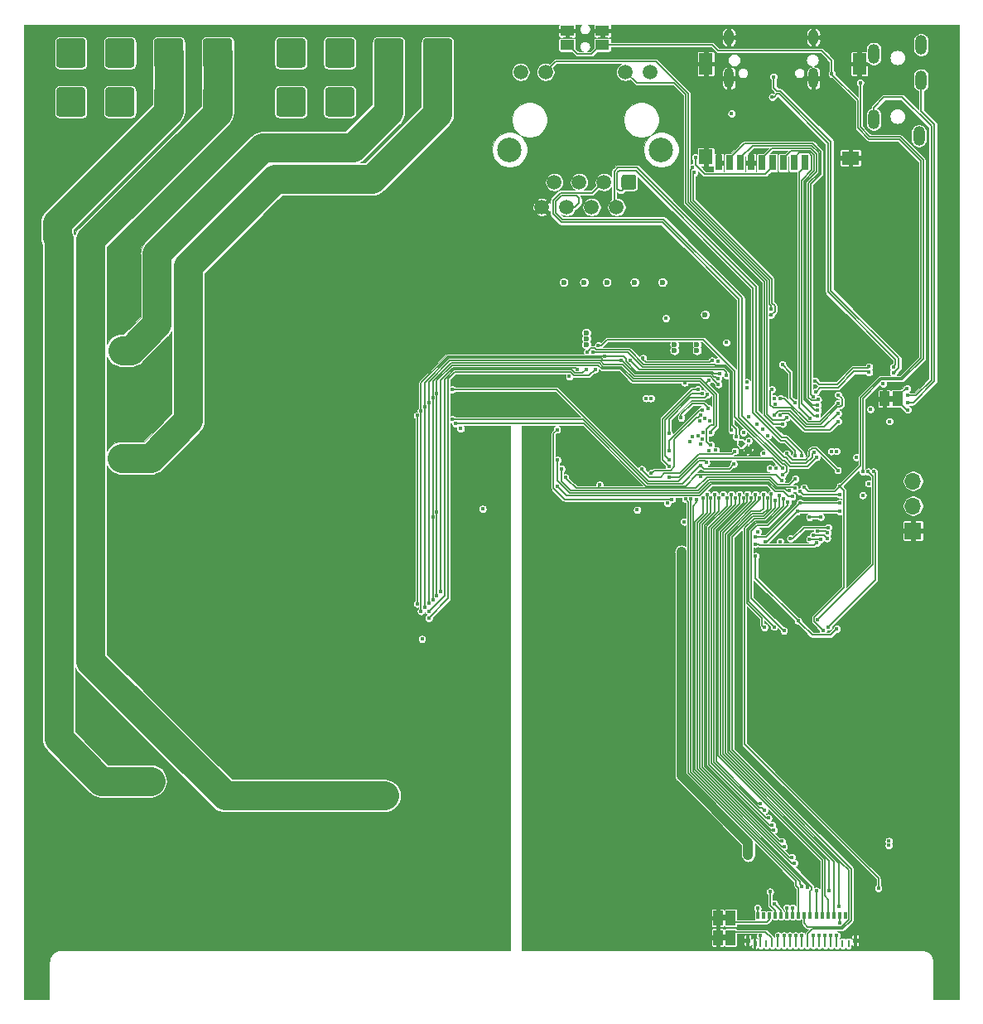
<source format=gbl>
G04 #@! TF.GenerationSoftware,KiCad,Pcbnew,5.1.5+dfsg1-2build2*
G04 #@! TF.CreationDate,2021-03-03T11:45:42+01:00*
G04 #@! TF.ProjectId,OtterCastAmp,4f747465-7243-4617-9374-416d702e6b69,rev?*
G04 #@! TF.SameCoordinates,Original*
G04 #@! TF.FileFunction,Copper,L4,Bot*
G04 #@! TF.FilePolarity,Positive*
%FSLAX46Y46*%
G04 Gerber Fmt 4.6, Leading zero omitted, Abs format (unit mm)*
G04 Created by KiCad (PCBNEW 5.1.5+dfsg1-2build2) date 2021-03-03 11:45:42*
%MOMM*%
%LPD*%
G04 APERTURE LIST*
%ADD10C,0.100000*%
%ADD11R,1.700000X1.700000*%
%ADD12O,1.700000X1.700000*%
%ADD13R,0.400000X0.850000*%
%ADD14R,0.300000X0.650000*%
%ADD15R,0.260000X0.800000*%
%ADD16R,1.000000X1.500000*%
%ADD17R,1.400000X1.050000*%
%ADD18C,1.500000*%
%ADD19C,2.500000*%
%ADD20R,1.400000X2.200000*%
%ADD21R,1.800000X1.400000*%
%ADD22R,1.400000X1.600000*%
%ADD23R,0.700000X1.600000*%
%ADD24C,0.800000*%
%ADD25C,6.400000*%
%ADD26O,1.200000X2.000000*%
%ADD27O,1.000000X1.600000*%
%ADD28O,1.000000X2.100000*%
%ADD29C,0.450000*%
%ADD30C,0.600000*%
%ADD31C,0.127000*%
%ADD32C,0.200000*%
%ADD33C,1.000000*%
%ADD34C,3.000000*%
%ADD35C,0.125000*%
G04 APERTURE END LIST*
D10*
G36*
X188600000Y-88750000D02*
G01*
X189100000Y-88750000D01*
X189100000Y-88150000D01*
X188600000Y-88150000D01*
X188600000Y-88750000D01*
G37*
G36*
X171550000Y-143800000D02*
G01*
X172050000Y-143800000D01*
X172050000Y-143200000D01*
X171550000Y-143200000D01*
X171550000Y-143800000D01*
G37*
G36*
X171550000Y-141800000D02*
G01*
X172050000Y-141800000D01*
X172050000Y-141200000D01*
X171550000Y-141200000D01*
X171550000Y-141800000D01*
G37*
G04 #@! TA.AperFunction,ComponentPad*
G36*
X106161756Y-51601806D02*
G01*
X106198159Y-51607206D01*
X106233857Y-51616147D01*
X106268506Y-51628545D01*
X106301774Y-51644280D01*
X106333339Y-51663199D01*
X106362897Y-51685121D01*
X106390165Y-51709835D01*
X106414879Y-51737103D01*
X106436801Y-51766661D01*
X106455720Y-51798226D01*
X106471455Y-51831494D01*
X106483853Y-51866143D01*
X106492794Y-51901841D01*
X106498194Y-51938244D01*
X106500000Y-51975000D01*
X106500000Y-54225000D01*
X106498194Y-54261756D01*
X106492794Y-54298159D01*
X106483853Y-54333857D01*
X106471455Y-54368506D01*
X106455720Y-54401774D01*
X106436801Y-54433339D01*
X106414879Y-54462897D01*
X106390165Y-54490165D01*
X106362897Y-54514879D01*
X106333339Y-54536801D01*
X106301774Y-54555720D01*
X106268506Y-54571455D01*
X106233857Y-54583853D01*
X106198159Y-54592794D01*
X106161756Y-54598194D01*
X106125000Y-54600000D01*
X103875000Y-54600000D01*
X103838244Y-54598194D01*
X103801841Y-54592794D01*
X103766143Y-54583853D01*
X103731494Y-54571455D01*
X103698226Y-54555720D01*
X103666661Y-54536801D01*
X103637103Y-54514879D01*
X103609835Y-54490165D01*
X103585121Y-54462897D01*
X103563199Y-54433339D01*
X103544280Y-54401774D01*
X103528545Y-54368506D01*
X103516147Y-54333857D01*
X103507206Y-54298159D01*
X103501806Y-54261756D01*
X103500000Y-54225000D01*
X103500000Y-51975000D01*
X103501806Y-51938244D01*
X103507206Y-51901841D01*
X103516147Y-51866143D01*
X103528545Y-51831494D01*
X103544280Y-51798226D01*
X103563199Y-51766661D01*
X103585121Y-51737103D01*
X103609835Y-51709835D01*
X103637103Y-51685121D01*
X103666661Y-51663199D01*
X103698226Y-51644280D01*
X103731494Y-51628545D01*
X103766143Y-51616147D01*
X103801841Y-51607206D01*
X103838244Y-51601806D01*
X103875000Y-51600000D01*
X106125000Y-51600000D01*
X106161756Y-51601806D01*
G37*
G04 #@! TD.AperFunction*
G04 #@! TA.AperFunction,ComponentPad*
G36*
X111161756Y-51601806D02*
G01*
X111198159Y-51607206D01*
X111233857Y-51616147D01*
X111268506Y-51628545D01*
X111301774Y-51644280D01*
X111333339Y-51663199D01*
X111362897Y-51685121D01*
X111390165Y-51709835D01*
X111414879Y-51737103D01*
X111436801Y-51766661D01*
X111455720Y-51798226D01*
X111471455Y-51831494D01*
X111483853Y-51866143D01*
X111492794Y-51901841D01*
X111498194Y-51938244D01*
X111500000Y-51975000D01*
X111500000Y-54225000D01*
X111498194Y-54261756D01*
X111492794Y-54298159D01*
X111483853Y-54333857D01*
X111471455Y-54368506D01*
X111455720Y-54401774D01*
X111436801Y-54433339D01*
X111414879Y-54462897D01*
X111390165Y-54490165D01*
X111362897Y-54514879D01*
X111333339Y-54536801D01*
X111301774Y-54555720D01*
X111268506Y-54571455D01*
X111233857Y-54583853D01*
X111198159Y-54592794D01*
X111161756Y-54598194D01*
X111125000Y-54600000D01*
X108875000Y-54600000D01*
X108838244Y-54598194D01*
X108801841Y-54592794D01*
X108766143Y-54583853D01*
X108731494Y-54571455D01*
X108698226Y-54555720D01*
X108666661Y-54536801D01*
X108637103Y-54514879D01*
X108609835Y-54490165D01*
X108585121Y-54462897D01*
X108563199Y-54433339D01*
X108544280Y-54401774D01*
X108528545Y-54368506D01*
X108516147Y-54333857D01*
X108507206Y-54298159D01*
X108501806Y-54261756D01*
X108500000Y-54225000D01*
X108500000Y-51975000D01*
X108501806Y-51938244D01*
X108507206Y-51901841D01*
X108516147Y-51866143D01*
X108528545Y-51831494D01*
X108544280Y-51798226D01*
X108563199Y-51766661D01*
X108585121Y-51737103D01*
X108609835Y-51709835D01*
X108637103Y-51685121D01*
X108666661Y-51663199D01*
X108698226Y-51644280D01*
X108731494Y-51628545D01*
X108766143Y-51616147D01*
X108801841Y-51607206D01*
X108838244Y-51601806D01*
X108875000Y-51600000D01*
X111125000Y-51600000D01*
X111161756Y-51601806D01*
G37*
G04 #@! TD.AperFunction*
G04 #@! TA.AperFunction,ComponentPad*
G36*
X116161756Y-51601806D02*
G01*
X116198159Y-51607206D01*
X116233857Y-51616147D01*
X116268506Y-51628545D01*
X116301774Y-51644280D01*
X116333339Y-51663199D01*
X116362897Y-51685121D01*
X116390165Y-51709835D01*
X116414879Y-51737103D01*
X116436801Y-51766661D01*
X116455720Y-51798226D01*
X116471455Y-51831494D01*
X116483853Y-51866143D01*
X116492794Y-51901841D01*
X116498194Y-51938244D01*
X116500000Y-51975000D01*
X116500000Y-54225000D01*
X116498194Y-54261756D01*
X116492794Y-54298159D01*
X116483853Y-54333857D01*
X116471455Y-54368506D01*
X116455720Y-54401774D01*
X116436801Y-54433339D01*
X116414879Y-54462897D01*
X116390165Y-54490165D01*
X116362897Y-54514879D01*
X116333339Y-54536801D01*
X116301774Y-54555720D01*
X116268506Y-54571455D01*
X116233857Y-54583853D01*
X116198159Y-54592794D01*
X116161756Y-54598194D01*
X116125000Y-54600000D01*
X113875000Y-54600000D01*
X113838244Y-54598194D01*
X113801841Y-54592794D01*
X113766143Y-54583853D01*
X113731494Y-54571455D01*
X113698226Y-54555720D01*
X113666661Y-54536801D01*
X113637103Y-54514879D01*
X113609835Y-54490165D01*
X113585121Y-54462897D01*
X113563199Y-54433339D01*
X113544280Y-54401774D01*
X113528545Y-54368506D01*
X113516147Y-54333857D01*
X113507206Y-54298159D01*
X113501806Y-54261756D01*
X113500000Y-54225000D01*
X113500000Y-51975000D01*
X113501806Y-51938244D01*
X113507206Y-51901841D01*
X113516147Y-51866143D01*
X113528545Y-51831494D01*
X113544280Y-51798226D01*
X113563199Y-51766661D01*
X113585121Y-51737103D01*
X113609835Y-51709835D01*
X113637103Y-51685121D01*
X113666661Y-51663199D01*
X113698226Y-51644280D01*
X113731494Y-51628545D01*
X113766143Y-51616147D01*
X113801841Y-51607206D01*
X113838244Y-51601806D01*
X113875000Y-51600000D01*
X116125000Y-51600000D01*
X116161756Y-51601806D01*
G37*
G04 #@! TD.AperFunction*
G04 #@! TA.AperFunction,ComponentPad*
G36*
X121161756Y-51601806D02*
G01*
X121198159Y-51607206D01*
X121233857Y-51616147D01*
X121268506Y-51628545D01*
X121301774Y-51644280D01*
X121333339Y-51663199D01*
X121362897Y-51685121D01*
X121390165Y-51709835D01*
X121414879Y-51737103D01*
X121436801Y-51766661D01*
X121455720Y-51798226D01*
X121471455Y-51831494D01*
X121483853Y-51866143D01*
X121492794Y-51901841D01*
X121498194Y-51938244D01*
X121500000Y-51975000D01*
X121500000Y-54225000D01*
X121498194Y-54261756D01*
X121492794Y-54298159D01*
X121483853Y-54333857D01*
X121471455Y-54368506D01*
X121455720Y-54401774D01*
X121436801Y-54433339D01*
X121414879Y-54462897D01*
X121390165Y-54490165D01*
X121362897Y-54514879D01*
X121333339Y-54536801D01*
X121301774Y-54555720D01*
X121268506Y-54571455D01*
X121233857Y-54583853D01*
X121198159Y-54592794D01*
X121161756Y-54598194D01*
X121125000Y-54600000D01*
X118875000Y-54600000D01*
X118838244Y-54598194D01*
X118801841Y-54592794D01*
X118766143Y-54583853D01*
X118731494Y-54571455D01*
X118698226Y-54555720D01*
X118666661Y-54536801D01*
X118637103Y-54514879D01*
X118609835Y-54490165D01*
X118585121Y-54462897D01*
X118563199Y-54433339D01*
X118544280Y-54401774D01*
X118528545Y-54368506D01*
X118516147Y-54333857D01*
X118507206Y-54298159D01*
X118501806Y-54261756D01*
X118500000Y-54225000D01*
X118500000Y-51975000D01*
X118501806Y-51938244D01*
X118507206Y-51901841D01*
X118516147Y-51866143D01*
X118528545Y-51831494D01*
X118544280Y-51798226D01*
X118563199Y-51766661D01*
X118585121Y-51737103D01*
X118609835Y-51709835D01*
X118637103Y-51685121D01*
X118666661Y-51663199D01*
X118698226Y-51644280D01*
X118731494Y-51628545D01*
X118766143Y-51616147D01*
X118801841Y-51607206D01*
X118838244Y-51601806D01*
X118875000Y-51600000D01*
X121125000Y-51600000D01*
X121161756Y-51601806D01*
G37*
G04 #@! TD.AperFunction*
G04 #@! TA.AperFunction,ComponentPad*
G36*
X106161756Y-56601806D02*
G01*
X106198159Y-56607206D01*
X106233857Y-56616147D01*
X106268506Y-56628545D01*
X106301774Y-56644280D01*
X106333339Y-56663199D01*
X106362897Y-56685121D01*
X106390165Y-56709835D01*
X106414879Y-56737103D01*
X106436801Y-56766661D01*
X106455720Y-56798226D01*
X106471455Y-56831494D01*
X106483853Y-56866143D01*
X106492794Y-56901841D01*
X106498194Y-56938244D01*
X106500000Y-56975000D01*
X106500000Y-59225000D01*
X106498194Y-59261756D01*
X106492794Y-59298159D01*
X106483853Y-59333857D01*
X106471455Y-59368506D01*
X106455720Y-59401774D01*
X106436801Y-59433339D01*
X106414879Y-59462897D01*
X106390165Y-59490165D01*
X106362897Y-59514879D01*
X106333339Y-59536801D01*
X106301774Y-59555720D01*
X106268506Y-59571455D01*
X106233857Y-59583853D01*
X106198159Y-59592794D01*
X106161756Y-59598194D01*
X106125000Y-59600000D01*
X103875000Y-59600000D01*
X103838244Y-59598194D01*
X103801841Y-59592794D01*
X103766143Y-59583853D01*
X103731494Y-59571455D01*
X103698226Y-59555720D01*
X103666661Y-59536801D01*
X103637103Y-59514879D01*
X103609835Y-59490165D01*
X103585121Y-59462897D01*
X103563199Y-59433339D01*
X103544280Y-59401774D01*
X103528545Y-59368506D01*
X103516147Y-59333857D01*
X103507206Y-59298159D01*
X103501806Y-59261756D01*
X103500000Y-59225000D01*
X103500000Y-56975000D01*
X103501806Y-56938244D01*
X103507206Y-56901841D01*
X103516147Y-56866143D01*
X103528545Y-56831494D01*
X103544280Y-56798226D01*
X103563199Y-56766661D01*
X103585121Y-56737103D01*
X103609835Y-56709835D01*
X103637103Y-56685121D01*
X103666661Y-56663199D01*
X103698226Y-56644280D01*
X103731494Y-56628545D01*
X103766143Y-56616147D01*
X103801841Y-56607206D01*
X103838244Y-56601806D01*
X103875000Y-56600000D01*
X106125000Y-56600000D01*
X106161756Y-56601806D01*
G37*
G04 #@! TD.AperFunction*
G04 #@! TA.AperFunction,ComponentPad*
G36*
X111161756Y-56601806D02*
G01*
X111198159Y-56607206D01*
X111233857Y-56616147D01*
X111268506Y-56628545D01*
X111301774Y-56644280D01*
X111333339Y-56663199D01*
X111362897Y-56685121D01*
X111390165Y-56709835D01*
X111414879Y-56737103D01*
X111436801Y-56766661D01*
X111455720Y-56798226D01*
X111471455Y-56831494D01*
X111483853Y-56866143D01*
X111492794Y-56901841D01*
X111498194Y-56938244D01*
X111500000Y-56975000D01*
X111500000Y-59225000D01*
X111498194Y-59261756D01*
X111492794Y-59298159D01*
X111483853Y-59333857D01*
X111471455Y-59368506D01*
X111455720Y-59401774D01*
X111436801Y-59433339D01*
X111414879Y-59462897D01*
X111390165Y-59490165D01*
X111362897Y-59514879D01*
X111333339Y-59536801D01*
X111301774Y-59555720D01*
X111268506Y-59571455D01*
X111233857Y-59583853D01*
X111198159Y-59592794D01*
X111161756Y-59598194D01*
X111125000Y-59600000D01*
X108875000Y-59600000D01*
X108838244Y-59598194D01*
X108801841Y-59592794D01*
X108766143Y-59583853D01*
X108731494Y-59571455D01*
X108698226Y-59555720D01*
X108666661Y-59536801D01*
X108637103Y-59514879D01*
X108609835Y-59490165D01*
X108585121Y-59462897D01*
X108563199Y-59433339D01*
X108544280Y-59401774D01*
X108528545Y-59368506D01*
X108516147Y-59333857D01*
X108507206Y-59298159D01*
X108501806Y-59261756D01*
X108500000Y-59225000D01*
X108500000Y-56975000D01*
X108501806Y-56938244D01*
X108507206Y-56901841D01*
X108516147Y-56866143D01*
X108528545Y-56831494D01*
X108544280Y-56798226D01*
X108563199Y-56766661D01*
X108585121Y-56737103D01*
X108609835Y-56709835D01*
X108637103Y-56685121D01*
X108666661Y-56663199D01*
X108698226Y-56644280D01*
X108731494Y-56628545D01*
X108766143Y-56616147D01*
X108801841Y-56607206D01*
X108838244Y-56601806D01*
X108875000Y-56600000D01*
X111125000Y-56600000D01*
X111161756Y-56601806D01*
G37*
G04 #@! TD.AperFunction*
G04 #@! TA.AperFunction,ComponentPad*
G36*
X116161756Y-56601806D02*
G01*
X116198159Y-56607206D01*
X116233857Y-56616147D01*
X116268506Y-56628545D01*
X116301774Y-56644280D01*
X116333339Y-56663199D01*
X116362897Y-56685121D01*
X116390165Y-56709835D01*
X116414879Y-56737103D01*
X116436801Y-56766661D01*
X116455720Y-56798226D01*
X116471455Y-56831494D01*
X116483853Y-56866143D01*
X116492794Y-56901841D01*
X116498194Y-56938244D01*
X116500000Y-56975000D01*
X116500000Y-59225000D01*
X116498194Y-59261756D01*
X116492794Y-59298159D01*
X116483853Y-59333857D01*
X116471455Y-59368506D01*
X116455720Y-59401774D01*
X116436801Y-59433339D01*
X116414879Y-59462897D01*
X116390165Y-59490165D01*
X116362897Y-59514879D01*
X116333339Y-59536801D01*
X116301774Y-59555720D01*
X116268506Y-59571455D01*
X116233857Y-59583853D01*
X116198159Y-59592794D01*
X116161756Y-59598194D01*
X116125000Y-59600000D01*
X113875000Y-59600000D01*
X113838244Y-59598194D01*
X113801841Y-59592794D01*
X113766143Y-59583853D01*
X113731494Y-59571455D01*
X113698226Y-59555720D01*
X113666661Y-59536801D01*
X113637103Y-59514879D01*
X113609835Y-59490165D01*
X113585121Y-59462897D01*
X113563199Y-59433339D01*
X113544280Y-59401774D01*
X113528545Y-59368506D01*
X113516147Y-59333857D01*
X113507206Y-59298159D01*
X113501806Y-59261756D01*
X113500000Y-59225000D01*
X113500000Y-56975000D01*
X113501806Y-56938244D01*
X113507206Y-56901841D01*
X113516147Y-56866143D01*
X113528545Y-56831494D01*
X113544280Y-56798226D01*
X113563199Y-56766661D01*
X113585121Y-56737103D01*
X113609835Y-56709835D01*
X113637103Y-56685121D01*
X113666661Y-56663199D01*
X113698226Y-56644280D01*
X113731494Y-56628545D01*
X113766143Y-56616147D01*
X113801841Y-56607206D01*
X113838244Y-56601806D01*
X113875000Y-56600000D01*
X116125000Y-56600000D01*
X116161756Y-56601806D01*
G37*
G04 #@! TD.AperFunction*
G04 #@! TA.AperFunction,ComponentPad*
G36*
X121161756Y-56601806D02*
G01*
X121198159Y-56607206D01*
X121233857Y-56616147D01*
X121268506Y-56628545D01*
X121301774Y-56644280D01*
X121333339Y-56663199D01*
X121362897Y-56685121D01*
X121390165Y-56709835D01*
X121414879Y-56737103D01*
X121436801Y-56766661D01*
X121455720Y-56798226D01*
X121471455Y-56831494D01*
X121483853Y-56866143D01*
X121492794Y-56901841D01*
X121498194Y-56938244D01*
X121500000Y-56975000D01*
X121500000Y-59225000D01*
X121498194Y-59261756D01*
X121492794Y-59298159D01*
X121483853Y-59333857D01*
X121471455Y-59368506D01*
X121455720Y-59401774D01*
X121436801Y-59433339D01*
X121414879Y-59462897D01*
X121390165Y-59490165D01*
X121362897Y-59514879D01*
X121333339Y-59536801D01*
X121301774Y-59555720D01*
X121268506Y-59571455D01*
X121233857Y-59583853D01*
X121198159Y-59592794D01*
X121161756Y-59598194D01*
X121125000Y-59600000D01*
X118875000Y-59600000D01*
X118838244Y-59598194D01*
X118801841Y-59592794D01*
X118766143Y-59583853D01*
X118731494Y-59571455D01*
X118698226Y-59555720D01*
X118666661Y-59536801D01*
X118637103Y-59514879D01*
X118609835Y-59490165D01*
X118585121Y-59462897D01*
X118563199Y-59433339D01*
X118544280Y-59401774D01*
X118528545Y-59368506D01*
X118516147Y-59333857D01*
X118507206Y-59298159D01*
X118501806Y-59261756D01*
X118500000Y-59225000D01*
X118500000Y-56975000D01*
X118501806Y-56938244D01*
X118507206Y-56901841D01*
X118516147Y-56866143D01*
X118528545Y-56831494D01*
X118544280Y-56798226D01*
X118563199Y-56766661D01*
X118585121Y-56737103D01*
X118609835Y-56709835D01*
X118637103Y-56685121D01*
X118666661Y-56663199D01*
X118698226Y-56644280D01*
X118731494Y-56628545D01*
X118766143Y-56616147D01*
X118801841Y-56607206D01*
X118838244Y-56601806D01*
X118875000Y-56600000D01*
X121125000Y-56600000D01*
X121161756Y-56601806D01*
G37*
G04 #@! TD.AperFunction*
G04 #@! TA.AperFunction,ComponentPad*
G36*
X128661756Y-51601806D02*
G01*
X128698159Y-51607206D01*
X128733857Y-51616147D01*
X128768506Y-51628545D01*
X128801774Y-51644280D01*
X128833339Y-51663199D01*
X128862897Y-51685121D01*
X128890165Y-51709835D01*
X128914879Y-51737103D01*
X128936801Y-51766661D01*
X128955720Y-51798226D01*
X128971455Y-51831494D01*
X128983853Y-51866143D01*
X128992794Y-51901841D01*
X128998194Y-51938244D01*
X129000000Y-51975000D01*
X129000000Y-54225000D01*
X128998194Y-54261756D01*
X128992794Y-54298159D01*
X128983853Y-54333857D01*
X128971455Y-54368506D01*
X128955720Y-54401774D01*
X128936801Y-54433339D01*
X128914879Y-54462897D01*
X128890165Y-54490165D01*
X128862897Y-54514879D01*
X128833339Y-54536801D01*
X128801774Y-54555720D01*
X128768506Y-54571455D01*
X128733857Y-54583853D01*
X128698159Y-54592794D01*
X128661756Y-54598194D01*
X128625000Y-54600000D01*
X126375000Y-54600000D01*
X126338244Y-54598194D01*
X126301841Y-54592794D01*
X126266143Y-54583853D01*
X126231494Y-54571455D01*
X126198226Y-54555720D01*
X126166661Y-54536801D01*
X126137103Y-54514879D01*
X126109835Y-54490165D01*
X126085121Y-54462897D01*
X126063199Y-54433339D01*
X126044280Y-54401774D01*
X126028545Y-54368506D01*
X126016147Y-54333857D01*
X126007206Y-54298159D01*
X126001806Y-54261756D01*
X126000000Y-54225000D01*
X126000000Y-51975000D01*
X126001806Y-51938244D01*
X126007206Y-51901841D01*
X126016147Y-51866143D01*
X126028545Y-51831494D01*
X126044280Y-51798226D01*
X126063199Y-51766661D01*
X126085121Y-51737103D01*
X126109835Y-51709835D01*
X126137103Y-51685121D01*
X126166661Y-51663199D01*
X126198226Y-51644280D01*
X126231494Y-51628545D01*
X126266143Y-51616147D01*
X126301841Y-51607206D01*
X126338244Y-51601806D01*
X126375000Y-51600000D01*
X128625000Y-51600000D01*
X128661756Y-51601806D01*
G37*
G04 #@! TD.AperFunction*
G04 #@! TA.AperFunction,ComponentPad*
G36*
X133661756Y-51601806D02*
G01*
X133698159Y-51607206D01*
X133733857Y-51616147D01*
X133768506Y-51628545D01*
X133801774Y-51644280D01*
X133833339Y-51663199D01*
X133862897Y-51685121D01*
X133890165Y-51709835D01*
X133914879Y-51737103D01*
X133936801Y-51766661D01*
X133955720Y-51798226D01*
X133971455Y-51831494D01*
X133983853Y-51866143D01*
X133992794Y-51901841D01*
X133998194Y-51938244D01*
X134000000Y-51975000D01*
X134000000Y-54225000D01*
X133998194Y-54261756D01*
X133992794Y-54298159D01*
X133983853Y-54333857D01*
X133971455Y-54368506D01*
X133955720Y-54401774D01*
X133936801Y-54433339D01*
X133914879Y-54462897D01*
X133890165Y-54490165D01*
X133862897Y-54514879D01*
X133833339Y-54536801D01*
X133801774Y-54555720D01*
X133768506Y-54571455D01*
X133733857Y-54583853D01*
X133698159Y-54592794D01*
X133661756Y-54598194D01*
X133625000Y-54600000D01*
X131375000Y-54600000D01*
X131338244Y-54598194D01*
X131301841Y-54592794D01*
X131266143Y-54583853D01*
X131231494Y-54571455D01*
X131198226Y-54555720D01*
X131166661Y-54536801D01*
X131137103Y-54514879D01*
X131109835Y-54490165D01*
X131085121Y-54462897D01*
X131063199Y-54433339D01*
X131044280Y-54401774D01*
X131028545Y-54368506D01*
X131016147Y-54333857D01*
X131007206Y-54298159D01*
X131001806Y-54261756D01*
X131000000Y-54225000D01*
X131000000Y-51975000D01*
X131001806Y-51938244D01*
X131007206Y-51901841D01*
X131016147Y-51866143D01*
X131028545Y-51831494D01*
X131044280Y-51798226D01*
X131063199Y-51766661D01*
X131085121Y-51737103D01*
X131109835Y-51709835D01*
X131137103Y-51685121D01*
X131166661Y-51663199D01*
X131198226Y-51644280D01*
X131231494Y-51628545D01*
X131266143Y-51616147D01*
X131301841Y-51607206D01*
X131338244Y-51601806D01*
X131375000Y-51600000D01*
X133625000Y-51600000D01*
X133661756Y-51601806D01*
G37*
G04 #@! TD.AperFunction*
G04 #@! TA.AperFunction,ComponentPad*
G36*
X138661756Y-51601806D02*
G01*
X138698159Y-51607206D01*
X138733857Y-51616147D01*
X138768506Y-51628545D01*
X138801774Y-51644280D01*
X138833339Y-51663199D01*
X138862897Y-51685121D01*
X138890165Y-51709835D01*
X138914879Y-51737103D01*
X138936801Y-51766661D01*
X138955720Y-51798226D01*
X138971455Y-51831494D01*
X138983853Y-51866143D01*
X138992794Y-51901841D01*
X138998194Y-51938244D01*
X139000000Y-51975000D01*
X139000000Y-54225000D01*
X138998194Y-54261756D01*
X138992794Y-54298159D01*
X138983853Y-54333857D01*
X138971455Y-54368506D01*
X138955720Y-54401774D01*
X138936801Y-54433339D01*
X138914879Y-54462897D01*
X138890165Y-54490165D01*
X138862897Y-54514879D01*
X138833339Y-54536801D01*
X138801774Y-54555720D01*
X138768506Y-54571455D01*
X138733857Y-54583853D01*
X138698159Y-54592794D01*
X138661756Y-54598194D01*
X138625000Y-54600000D01*
X136375000Y-54600000D01*
X136338244Y-54598194D01*
X136301841Y-54592794D01*
X136266143Y-54583853D01*
X136231494Y-54571455D01*
X136198226Y-54555720D01*
X136166661Y-54536801D01*
X136137103Y-54514879D01*
X136109835Y-54490165D01*
X136085121Y-54462897D01*
X136063199Y-54433339D01*
X136044280Y-54401774D01*
X136028545Y-54368506D01*
X136016147Y-54333857D01*
X136007206Y-54298159D01*
X136001806Y-54261756D01*
X136000000Y-54225000D01*
X136000000Y-51975000D01*
X136001806Y-51938244D01*
X136007206Y-51901841D01*
X136016147Y-51866143D01*
X136028545Y-51831494D01*
X136044280Y-51798226D01*
X136063199Y-51766661D01*
X136085121Y-51737103D01*
X136109835Y-51709835D01*
X136137103Y-51685121D01*
X136166661Y-51663199D01*
X136198226Y-51644280D01*
X136231494Y-51628545D01*
X136266143Y-51616147D01*
X136301841Y-51607206D01*
X136338244Y-51601806D01*
X136375000Y-51600000D01*
X138625000Y-51600000D01*
X138661756Y-51601806D01*
G37*
G04 #@! TD.AperFunction*
G04 #@! TA.AperFunction,ComponentPad*
G36*
X143661756Y-51601806D02*
G01*
X143698159Y-51607206D01*
X143733857Y-51616147D01*
X143768506Y-51628545D01*
X143801774Y-51644280D01*
X143833339Y-51663199D01*
X143862897Y-51685121D01*
X143890165Y-51709835D01*
X143914879Y-51737103D01*
X143936801Y-51766661D01*
X143955720Y-51798226D01*
X143971455Y-51831494D01*
X143983853Y-51866143D01*
X143992794Y-51901841D01*
X143998194Y-51938244D01*
X144000000Y-51975000D01*
X144000000Y-54225000D01*
X143998194Y-54261756D01*
X143992794Y-54298159D01*
X143983853Y-54333857D01*
X143971455Y-54368506D01*
X143955720Y-54401774D01*
X143936801Y-54433339D01*
X143914879Y-54462897D01*
X143890165Y-54490165D01*
X143862897Y-54514879D01*
X143833339Y-54536801D01*
X143801774Y-54555720D01*
X143768506Y-54571455D01*
X143733857Y-54583853D01*
X143698159Y-54592794D01*
X143661756Y-54598194D01*
X143625000Y-54600000D01*
X141375000Y-54600000D01*
X141338244Y-54598194D01*
X141301841Y-54592794D01*
X141266143Y-54583853D01*
X141231494Y-54571455D01*
X141198226Y-54555720D01*
X141166661Y-54536801D01*
X141137103Y-54514879D01*
X141109835Y-54490165D01*
X141085121Y-54462897D01*
X141063199Y-54433339D01*
X141044280Y-54401774D01*
X141028545Y-54368506D01*
X141016147Y-54333857D01*
X141007206Y-54298159D01*
X141001806Y-54261756D01*
X141000000Y-54225000D01*
X141000000Y-51975000D01*
X141001806Y-51938244D01*
X141007206Y-51901841D01*
X141016147Y-51866143D01*
X141028545Y-51831494D01*
X141044280Y-51798226D01*
X141063199Y-51766661D01*
X141085121Y-51737103D01*
X141109835Y-51709835D01*
X141137103Y-51685121D01*
X141166661Y-51663199D01*
X141198226Y-51644280D01*
X141231494Y-51628545D01*
X141266143Y-51616147D01*
X141301841Y-51607206D01*
X141338244Y-51601806D01*
X141375000Y-51600000D01*
X143625000Y-51600000D01*
X143661756Y-51601806D01*
G37*
G04 #@! TD.AperFunction*
G04 #@! TA.AperFunction,ComponentPad*
G36*
X128661756Y-56601806D02*
G01*
X128698159Y-56607206D01*
X128733857Y-56616147D01*
X128768506Y-56628545D01*
X128801774Y-56644280D01*
X128833339Y-56663199D01*
X128862897Y-56685121D01*
X128890165Y-56709835D01*
X128914879Y-56737103D01*
X128936801Y-56766661D01*
X128955720Y-56798226D01*
X128971455Y-56831494D01*
X128983853Y-56866143D01*
X128992794Y-56901841D01*
X128998194Y-56938244D01*
X129000000Y-56975000D01*
X129000000Y-59225000D01*
X128998194Y-59261756D01*
X128992794Y-59298159D01*
X128983853Y-59333857D01*
X128971455Y-59368506D01*
X128955720Y-59401774D01*
X128936801Y-59433339D01*
X128914879Y-59462897D01*
X128890165Y-59490165D01*
X128862897Y-59514879D01*
X128833339Y-59536801D01*
X128801774Y-59555720D01*
X128768506Y-59571455D01*
X128733857Y-59583853D01*
X128698159Y-59592794D01*
X128661756Y-59598194D01*
X128625000Y-59600000D01*
X126375000Y-59600000D01*
X126338244Y-59598194D01*
X126301841Y-59592794D01*
X126266143Y-59583853D01*
X126231494Y-59571455D01*
X126198226Y-59555720D01*
X126166661Y-59536801D01*
X126137103Y-59514879D01*
X126109835Y-59490165D01*
X126085121Y-59462897D01*
X126063199Y-59433339D01*
X126044280Y-59401774D01*
X126028545Y-59368506D01*
X126016147Y-59333857D01*
X126007206Y-59298159D01*
X126001806Y-59261756D01*
X126000000Y-59225000D01*
X126000000Y-56975000D01*
X126001806Y-56938244D01*
X126007206Y-56901841D01*
X126016147Y-56866143D01*
X126028545Y-56831494D01*
X126044280Y-56798226D01*
X126063199Y-56766661D01*
X126085121Y-56737103D01*
X126109835Y-56709835D01*
X126137103Y-56685121D01*
X126166661Y-56663199D01*
X126198226Y-56644280D01*
X126231494Y-56628545D01*
X126266143Y-56616147D01*
X126301841Y-56607206D01*
X126338244Y-56601806D01*
X126375000Y-56600000D01*
X128625000Y-56600000D01*
X128661756Y-56601806D01*
G37*
G04 #@! TD.AperFunction*
G04 #@! TA.AperFunction,ComponentPad*
G36*
X133661756Y-56601806D02*
G01*
X133698159Y-56607206D01*
X133733857Y-56616147D01*
X133768506Y-56628545D01*
X133801774Y-56644280D01*
X133833339Y-56663199D01*
X133862897Y-56685121D01*
X133890165Y-56709835D01*
X133914879Y-56737103D01*
X133936801Y-56766661D01*
X133955720Y-56798226D01*
X133971455Y-56831494D01*
X133983853Y-56866143D01*
X133992794Y-56901841D01*
X133998194Y-56938244D01*
X134000000Y-56975000D01*
X134000000Y-59225000D01*
X133998194Y-59261756D01*
X133992794Y-59298159D01*
X133983853Y-59333857D01*
X133971455Y-59368506D01*
X133955720Y-59401774D01*
X133936801Y-59433339D01*
X133914879Y-59462897D01*
X133890165Y-59490165D01*
X133862897Y-59514879D01*
X133833339Y-59536801D01*
X133801774Y-59555720D01*
X133768506Y-59571455D01*
X133733857Y-59583853D01*
X133698159Y-59592794D01*
X133661756Y-59598194D01*
X133625000Y-59600000D01*
X131375000Y-59600000D01*
X131338244Y-59598194D01*
X131301841Y-59592794D01*
X131266143Y-59583853D01*
X131231494Y-59571455D01*
X131198226Y-59555720D01*
X131166661Y-59536801D01*
X131137103Y-59514879D01*
X131109835Y-59490165D01*
X131085121Y-59462897D01*
X131063199Y-59433339D01*
X131044280Y-59401774D01*
X131028545Y-59368506D01*
X131016147Y-59333857D01*
X131007206Y-59298159D01*
X131001806Y-59261756D01*
X131000000Y-59225000D01*
X131000000Y-56975000D01*
X131001806Y-56938244D01*
X131007206Y-56901841D01*
X131016147Y-56866143D01*
X131028545Y-56831494D01*
X131044280Y-56798226D01*
X131063199Y-56766661D01*
X131085121Y-56737103D01*
X131109835Y-56709835D01*
X131137103Y-56685121D01*
X131166661Y-56663199D01*
X131198226Y-56644280D01*
X131231494Y-56628545D01*
X131266143Y-56616147D01*
X131301841Y-56607206D01*
X131338244Y-56601806D01*
X131375000Y-56600000D01*
X133625000Y-56600000D01*
X133661756Y-56601806D01*
G37*
G04 #@! TD.AperFunction*
G04 #@! TA.AperFunction,ComponentPad*
G36*
X138661756Y-56601806D02*
G01*
X138698159Y-56607206D01*
X138733857Y-56616147D01*
X138768506Y-56628545D01*
X138801774Y-56644280D01*
X138833339Y-56663199D01*
X138862897Y-56685121D01*
X138890165Y-56709835D01*
X138914879Y-56737103D01*
X138936801Y-56766661D01*
X138955720Y-56798226D01*
X138971455Y-56831494D01*
X138983853Y-56866143D01*
X138992794Y-56901841D01*
X138998194Y-56938244D01*
X139000000Y-56975000D01*
X139000000Y-59225000D01*
X138998194Y-59261756D01*
X138992794Y-59298159D01*
X138983853Y-59333857D01*
X138971455Y-59368506D01*
X138955720Y-59401774D01*
X138936801Y-59433339D01*
X138914879Y-59462897D01*
X138890165Y-59490165D01*
X138862897Y-59514879D01*
X138833339Y-59536801D01*
X138801774Y-59555720D01*
X138768506Y-59571455D01*
X138733857Y-59583853D01*
X138698159Y-59592794D01*
X138661756Y-59598194D01*
X138625000Y-59600000D01*
X136375000Y-59600000D01*
X136338244Y-59598194D01*
X136301841Y-59592794D01*
X136266143Y-59583853D01*
X136231494Y-59571455D01*
X136198226Y-59555720D01*
X136166661Y-59536801D01*
X136137103Y-59514879D01*
X136109835Y-59490165D01*
X136085121Y-59462897D01*
X136063199Y-59433339D01*
X136044280Y-59401774D01*
X136028545Y-59368506D01*
X136016147Y-59333857D01*
X136007206Y-59298159D01*
X136001806Y-59261756D01*
X136000000Y-59225000D01*
X136000000Y-56975000D01*
X136001806Y-56938244D01*
X136007206Y-56901841D01*
X136016147Y-56866143D01*
X136028545Y-56831494D01*
X136044280Y-56798226D01*
X136063199Y-56766661D01*
X136085121Y-56737103D01*
X136109835Y-56709835D01*
X136137103Y-56685121D01*
X136166661Y-56663199D01*
X136198226Y-56644280D01*
X136231494Y-56628545D01*
X136266143Y-56616147D01*
X136301841Y-56607206D01*
X136338244Y-56601806D01*
X136375000Y-56600000D01*
X138625000Y-56600000D01*
X138661756Y-56601806D01*
G37*
G04 #@! TD.AperFunction*
G04 #@! TA.AperFunction,ComponentPad*
G36*
X143661756Y-56601806D02*
G01*
X143698159Y-56607206D01*
X143733857Y-56616147D01*
X143768506Y-56628545D01*
X143801774Y-56644280D01*
X143833339Y-56663199D01*
X143862897Y-56685121D01*
X143890165Y-56709835D01*
X143914879Y-56737103D01*
X143936801Y-56766661D01*
X143955720Y-56798226D01*
X143971455Y-56831494D01*
X143983853Y-56866143D01*
X143992794Y-56901841D01*
X143998194Y-56938244D01*
X144000000Y-56975000D01*
X144000000Y-59225000D01*
X143998194Y-59261756D01*
X143992794Y-59298159D01*
X143983853Y-59333857D01*
X143971455Y-59368506D01*
X143955720Y-59401774D01*
X143936801Y-59433339D01*
X143914879Y-59462897D01*
X143890165Y-59490165D01*
X143862897Y-59514879D01*
X143833339Y-59536801D01*
X143801774Y-59555720D01*
X143768506Y-59571455D01*
X143733857Y-59583853D01*
X143698159Y-59592794D01*
X143661756Y-59598194D01*
X143625000Y-59600000D01*
X141375000Y-59600000D01*
X141338244Y-59598194D01*
X141301841Y-59592794D01*
X141266143Y-59583853D01*
X141231494Y-59571455D01*
X141198226Y-59555720D01*
X141166661Y-59536801D01*
X141137103Y-59514879D01*
X141109835Y-59490165D01*
X141085121Y-59462897D01*
X141063199Y-59433339D01*
X141044280Y-59401774D01*
X141028545Y-59368506D01*
X141016147Y-59333857D01*
X141007206Y-59298159D01*
X141001806Y-59261756D01*
X141000000Y-59225000D01*
X141000000Y-56975000D01*
X141001806Y-56938244D01*
X141007206Y-56901841D01*
X141016147Y-56866143D01*
X141028545Y-56831494D01*
X141044280Y-56798226D01*
X141063199Y-56766661D01*
X141085121Y-56737103D01*
X141109835Y-56709835D01*
X141137103Y-56685121D01*
X141166661Y-56663199D01*
X141198226Y-56644280D01*
X141231494Y-56628545D01*
X141266143Y-56616147D01*
X141301841Y-56607206D01*
X141338244Y-56601806D01*
X141375000Y-56600000D01*
X143625000Y-56600000D01*
X143661756Y-56601806D01*
G37*
G04 #@! TD.AperFunction*
D11*
X191100000Y-101930000D03*
D12*
X191100000Y-99390000D03*
X191100000Y-96850000D03*
D13*
X174200000Y-143775000D03*
X185200000Y-143775000D03*
D14*
X175200000Y-141225000D03*
X175800000Y-141225000D03*
X176400000Y-141225000D03*
X177000000Y-141225000D03*
X177600000Y-141225000D03*
X178200000Y-141225000D03*
X178800000Y-141225000D03*
X179400000Y-141225000D03*
X180000000Y-141225000D03*
X180600000Y-141225000D03*
X181200000Y-141225000D03*
X181800000Y-141225000D03*
X182400000Y-141225000D03*
X183000000Y-141225000D03*
X183600000Y-141225000D03*
X184200000Y-141225000D03*
D15*
X174900000Y-144100000D03*
X175500000Y-144100000D03*
X176100000Y-144100000D03*
X176700000Y-144100000D03*
X177300000Y-144100000D03*
X177900000Y-144100000D03*
X178500000Y-144100000D03*
X179100000Y-144100000D03*
X179700000Y-144100000D03*
X180300000Y-144100000D03*
X180900000Y-144100000D03*
X181500000Y-144100000D03*
X182100000Y-144100000D03*
X182700000Y-144100000D03*
X183300000Y-144100000D03*
X183900000Y-144100000D03*
X184500000Y-144100000D03*
D16*
X189500000Y-88450000D03*
X188200000Y-88450000D03*
D17*
X159350000Y-52270000D03*
X155750000Y-52270000D03*
X159350000Y-50830000D03*
X155750000Y-50830000D03*
D16*
X172450000Y-143500000D03*
X171150000Y-143500000D03*
X172450000Y-141500000D03*
X171150000Y-141500000D03*
G04 #@! TA.AperFunction,ComponentPad*
D10*
G36*
X162574053Y-65551206D02*
G01*
X162598370Y-65554813D01*
X162622216Y-65560786D01*
X162645362Y-65569068D01*
X162667585Y-65579579D01*
X162688670Y-65592217D01*
X162708416Y-65606861D01*
X162726630Y-65623370D01*
X162743139Y-65641584D01*
X162757783Y-65661330D01*
X162770421Y-65682415D01*
X162780932Y-65704638D01*
X162789214Y-65727784D01*
X162795187Y-65751630D01*
X162798794Y-65775947D01*
X162800000Y-65800500D01*
X162800000Y-66799500D01*
X162798794Y-66824053D01*
X162795187Y-66848370D01*
X162789214Y-66872216D01*
X162780932Y-66895362D01*
X162770421Y-66917585D01*
X162757783Y-66938670D01*
X162743139Y-66958416D01*
X162726630Y-66976630D01*
X162708416Y-66993139D01*
X162688670Y-67007783D01*
X162667585Y-67020421D01*
X162645362Y-67030932D01*
X162622216Y-67039214D01*
X162598370Y-67045187D01*
X162574053Y-67048794D01*
X162549500Y-67050000D01*
X161550500Y-67050000D01*
X161525947Y-67048794D01*
X161501630Y-67045187D01*
X161477784Y-67039214D01*
X161454638Y-67030932D01*
X161432415Y-67020421D01*
X161411330Y-67007783D01*
X161391584Y-66993139D01*
X161373370Y-66976630D01*
X161356861Y-66958416D01*
X161342217Y-66938670D01*
X161329579Y-66917585D01*
X161319068Y-66895362D01*
X161310786Y-66872216D01*
X161304813Y-66848370D01*
X161301206Y-66824053D01*
X161300000Y-66799500D01*
X161300000Y-65800500D01*
X161301206Y-65775947D01*
X161304813Y-65751630D01*
X161310786Y-65727784D01*
X161319068Y-65704638D01*
X161329579Y-65682415D01*
X161342217Y-65661330D01*
X161356861Y-65641584D01*
X161373370Y-65623370D01*
X161391584Y-65606861D01*
X161411330Y-65592217D01*
X161432415Y-65579579D01*
X161454638Y-65569068D01*
X161477784Y-65560786D01*
X161501630Y-65554813D01*
X161525947Y-65551206D01*
X161550500Y-65550000D01*
X162549500Y-65550000D01*
X162574053Y-65551206D01*
G37*
G04 #@! TD.AperFunction*
D18*
X160790000Y-68840000D03*
X159510000Y-66300000D03*
X158250000Y-68840000D03*
X156970000Y-66300000D03*
X155710000Y-68840000D03*
X154430000Y-66300000D03*
D19*
X165355000Y-62990000D03*
D18*
X153170000Y-68840000D03*
D19*
X149865000Y-62990000D03*
D18*
X164235000Y-55040000D03*
X161695000Y-55040000D03*
X150985000Y-55040000D03*
X153525000Y-55040000D03*
D20*
X185620000Y-54230000D03*
D21*
X184720000Y-63830000D03*
D20*
X169920000Y-54230000D03*
D22*
X169920000Y-63730000D03*
D23*
X171220000Y-64330000D03*
X172320000Y-64330000D03*
X173420000Y-64330000D03*
X174520000Y-64330000D03*
X175620000Y-64330000D03*
X176720000Y-64330000D03*
X177820000Y-64330000D03*
X178920000Y-64330000D03*
X180020000Y-64330000D03*
D24*
X131697056Y-118302944D03*
X130000000Y-117600000D03*
X128302944Y-118302944D03*
X127600000Y-120000000D03*
X128302944Y-121697056D03*
X130000000Y-122400000D03*
X131697056Y-121697056D03*
X132400000Y-120000000D03*
D25*
X130000000Y-120000000D03*
D24*
X131697056Y-78302944D03*
X130000000Y-77600000D03*
X128302944Y-78302944D03*
X127600000Y-80000000D03*
X128302944Y-81697056D03*
X130000000Y-82400000D03*
X131697056Y-81697056D03*
X132400000Y-80000000D03*
D25*
X130000000Y-80000000D03*
D26*
X191920000Y-52275000D03*
X191920000Y-55875000D03*
X191700000Y-61575000D03*
X187080000Y-59875000D03*
X187080000Y-53175000D03*
D27*
X172280000Y-51505000D03*
X180920000Y-51505000D03*
D28*
X172280000Y-55685000D03*
X180920000Y-55685000D03*
G04 #@! TA.AperFunction,SMDPad,CuDef*
D10*
G36*
X173843431Y-93717695D02*
G01*
X174267695Y-93293431D01*
X174621249Y-93646985D01*
X174196985Y-94071249D01*
X173843431Y-93717695D01*
G37*
G04 #@! TD.AperFunction*
G04 #@! TA.AperFunction,SMDPad,CuDef*
G36*
X173178751Y-93053015D02*
G01*
X173603015Y-92628751D01*
X173956569Y-92982305D01*
X173532305Y-93406569D01*
X173178751Y-93053015D01*
G37*
G04 #@! TD.AperFunction*
D29*
X172050000Y-66300000D03*
X172900000Y-66300000D03*
X171250000Y-66300000D03*
D30*
X186750000Y-66000000D03*
X189950000Y-65300000D03*
X186750000Y-66700000D03*
X189950000Y-66700000D03*
X189950000Y-63900000D03*
X189950000Y-64600000D03*
X186750000Y-63900000D03*
X186750000Y-64600000D03*
X186750000Y-65300000D03*
X189950000Y-66000000D03*
X189050000Y-80650000D03*
X189050000Y-79500000D03*
X189700000Y-81150000D03*
X188400000Y-81150000D03*
X189700000Y-80050000D03*
X188400000Y-80050000D03*
X189700000Y-78950000D03*
X188400000Y-78950000D03*
X101000000Y-122000000D03*
X101000000Y-97000000D03*
X101000000Y-142000000D03*
X101000000Y-102000000D03*
X101000000Y-117000000D03*
X101000000Y-62000000D03*
X101000000Y-137000000D03*
X101000000Y-107000000D03*
X101000000Y-87000000D03*
X101000000Y-62000000D03*
X101000000Y-132000000D03*
X101000000Y-52000000D03*
X101000000Y-77000000D03*
X101000000Y-72000000D03*
X101000000Y-82000000D03*
X101000000Y-112000000D03*
X101000000Y-127000000D03*
X101000000Y-57000000D03*
X101000000Y-67000000D03*
X101000000Y-92000000D03*
X135800000Y-73600000D03*
X138500000Y-74400001D03*
X135800000Y-74400000D03*
X137600000Y-74900000D03*
X138500000Y-73600000D03*
X136700000Y-74900000D03*
X108900000Y-75100000D03*
X111600000Y-75900001D03*
X108900000Y-75900000D03*
X110700000Y-76400000D03*
X111600000Y-75100000D03*
X109800000Y-76400000D03*
X111600000Y-91900000D03*
X108900000Y-91100000D03*
X111600000Y-91100000D03*
X109800000Y-90600000D03*
X108900000Y-91900000D03*
X110700000Y-90600000D03*
X108900000Y-86100000D03*
X111600000Y-86900001D03*
X108900000Y-86900000D03*
X110700000Y-87400000D03*
X111600000Y-86100000D03*
X109800000Y-87400000D03*
X138400000Y-126400000D03*
X135700000Y-125600000D03*
X138400000Y-125600000D03*
X136600000Y-125100000D03*
X135700000Y-126400000D03*
X137500000Y-125100000D03*
X111600000Y-124900000D03*
X108900000Y-124100000D03*
X111600000Y-124100000D03*
X109800000Y-123600000D03*
X108900000Y-124900000D03*
X110700000Y-123600000D03*
X108900000Y-108100000D03*
X111600000Y-108900001D03*
X108900000Y-108900000D03*
X110700000Y-109400000D03*
X111600000Y-108100000D03*
X109800000Y-109400000D03*
X145000000Y-119600000D03*
X145000000Y-116400000D03*
X146400000Y-119600000D03*
X147100000Y-119600000D03*
X144300000Y-119600000D03*
X147100000Y-116400000D03*
X144300000Y-116400000D03*
X146400000Y-116400000D03*
X145700000Y-119600000D03*
X145700000Y-116400000D03*
X145000000Y-107600000D03*
X145000000Y-104400000D03*
X146400000Y-107600000D03*
X147100000Y-107600000D03*
X144300000Y-107600000D03*
X147100000Y-104400000D03*
X144300000Y-104400000D03*
X146400000Y-104400000D03*
X145700000Y-107600000D03*
X145700000Y-104400000D03*
X145000000Y-83600000D03*
X145000000Y-80400000D03*
X146400000Y-83600000D03*
X147100000Y-83600000D03*
X144300000Y-83600000D03*
X147100000Y-80400000D03*
X144300000Y-80400000D03*
X146400000Y-80400000D03*
X145700000Y-83600000D03*
X145700000Y-80400000D03*
X128600000Y-108600000D03*
X130000000Y-108600000D03*
X128600000Y-111400000D03*
X130700000Y-109300000D03*
X129300000Y-110700000D03*
X131400000Y-111400000D03*
X128600000Y-110000000D03*
X131400000Y-110000000D03*
X130000000Y-110000000D03*
X130000000Y-111400000D03*
X131400000Y-108600000D03*
X129300000Y-109300000D03*
X130700000Y-110700000D03*
X129300000Y-89300000D03*
X128600000Y-88600000D03*
X128600000Y-90000000D03*
X128600000Y-91400000D03*
X129300000Y-90700000D03*
X130700000Y-90700000D03*
X130700000Y-89300000D03*
X131400000Y-88600000D03*
X131400000Y-90000000D03*
X131400000Y-91400000D03*
X130000000Y-91400000D03*
X130000000Y-88600000D03*
X130000000Y-90000000D03*
X125200000Y-108300000D03*
X125900000Y-108300000D03*
X126600000Y-108300000D03*
X126800000Y-87200000D03*
X127300000Y-87700000D03*
X125200000Y-91700000D03*
X125900000Y-91700000D03*
X126600000Y-91700000D03*
X131500000Y-86100000D03*
X134000000Y-86100000D03*
X134000000Y-86900000D03*
X135600000Y-91500000D03*
X130300000Y-93600000D03*
X130300000Y-113600000D03*
X132300000Y-113700000D03*
X132300000Y-93700000D03*
X127600000Y-96000000D03*
X127600000Y-95300000D03*
X126900000Y-96000000D03*
X127600000Y-104000000D03*
X127600000Y-104700000D03*
X126900000Y-104000000D03*
X131500000Y-106100000D03*
X133800000Y-106500000D03*
X134800000Y-113900000D03*
X135400000Y-111800000D03*
X128200000Y-116700000D03*
X128900000Y-116500000D03*
X128200000Y-83300000D03*
X128900000Y-83500000D03*
X127300000Y-112300000D03*
X126800000Y-112800000D03*
X144300000Y-95600000D03*
X145000000Y-95600000D03*
X145700000Y-95600000D03*
X146400000Y-95600000D03*
X147100000Y-95600000D03*
X147100000Y-92400000D03*
X146400000Y-92400000D03*
X145700000Y-92400000D03*
X145000000Y-92400000D03*
X144300000Y-92400000D03*
X109800000Y-112600000D03*
X110700000Y-112600000D03*
X108900000Y-113100000D03*
X108900000Y-113900000D03*
X111600000Y-113900000D03*
X111600000Y-113100000D03*
X122500000Y-92100000D03*
X121800000Y-92100000D03*
X121100000Y-92100000D03*
X121100000Y-91400000D03*
X121800000Y-91400000D03*
X120400000Y-88900000D03*
X120400000Y-89600000D03*
X121100000Y-89600000D03*
X120400000Y-91400000D03*
X120400000Y-92100000D03*
X120400000Y-81100000D03*
X121100000Y-81100000D03*
X120400000Y-80400000D03*
X138600000Y-86800000D03*
X139000000Y-91500000D03*
X120400000Y-107900000D03*
X121100000Y-107900000D03*
X121800000Y-107900000D03*
X122500000Y-107900000D03*
X120400000Y-108600000D03*
X121100000Y-108600000D03*
X121800000Y-108600000D03*
X120400000Y-111100000D03*
X120400000Y-110400000D03*
X121100000Y-110400000D03*
X120400000Y-120300000D03*
X120400000Y-119600000D03*
X121100000Y-119600000D03*
D29*
X177760199Y-87759842D03*
D30*
X195000000Y-52000000D03*
X195000000Y-57000000D03*
X195000000Y-62000000D03*
X195000000Y-62000000D03*
X195000000Y-67000000D03*
X195000000Y-72000000D03*
X195000000Y-77000000D03*
X195000000Y-82000000D03*
X195000000Y-87000000D03*
X195000000Y-92000000D03*
X195000000Y-97000000D03*
X195000000Y-102000000D03*
X195000000Y-107000000D03*
X195000000Y-112000000D03*
X195000000Y-117000000D03*
X195000000Y-122000000D03*
X195000000Y-127000000D03*
X195000000Y-132000000D03*
X195000000Y-137000000D03*
X195000000Y-142000000D03*
X101000000Y-147000000D03*
X195000000Y-147000000D03*
D29*
X181069122Y-87170013D03*
X180740427Y-97530000D03*
X177980000Y-102030000D03*
X176210000Y-104390000D03*
D30*
X183000000Y-81800000D03*
X183000000Y-82600000D03*
X185800000Y-82800000D03*
X181500000Y-72300000D03*
X181500000Y-69500000D03*
D29*
X173025000Y-103025000D03*
X170920000Y-95052999D03*
X173750000Y-95130000D03*
X175050000Y-95130000D03*
X175050000Y-93170000D03*
X174400000Y-93830000D03*
X177650000Y-93180000D03*
X178950000Y-91550000D03*
X177613559Y-91551600D03*
X175522122Y-86744590D03*
X174200000Y-60200000D03*
X183700000Y-57300000D03*
X154950000Y-90100000D03*
X153400000Y-86400000D03*
X157800000Y-88700000D03*
X156200000Y-89950000D03*
X163750000Y-89350000D03*
X164900000Y-87400000D03*
X166450000Y-87350000D03*
X162000000Y-90300000D03*
X163750000Y-94500000D03*
X160550000Y-95400000D03*
X157050000Y-96350000D03*
X155150000Y-93900000D03*
X157200000Y-91700000D03*
X162300000Y-97100000D03*
X160200000Y-101450000D03*
X161150000Y-102450000D03*
X163400000Y-100200000D03*
X165750000Y-99900000D03*
X167450000Y-100250000D03*
X179400000Y-98500000D03*
X181300000Y-104050000D03*
X184700000Y-102700000D03*
X186050000Y-99200000D03*
X181900000Y-92950000D03*
X187000000Y-92500000D03*
X189100000Y-92050000D03*
X188850000Y-95100000D03*
X190150000Y-91150000D03*
X190950000Y-86500000D03*
X187800000Y-83950000D03*
X190250000Y-84900000D03*
X189150000Y-82300000D03*
X185250000Y-84300000D03*
X178950000Y-86550000D03*
X177900000Y-84250000D03*
X171600000Y-83250000D03*
X174200000Y-82750000D03*
X172600000Y-82400000D03*
X172600000Y-80500000D03*
X174150000Y-80600000D03*
X176950000Y-82600000D03*
X178350000Y-80300000D03*
X178400000Y-75600000D03*
X165250000Y-77450000D03*
X165950000Y-78100000D03*
X166500000Y-78100000D03*
X169100000Y-78200000D03*
X169550000Y-78900000D03*
X171500000Y-79050000D03*
X170650000Y-79050000D03*
X168900000Y-80200000D03*
X167450000Y-80200000D03*
X162400000Y-79800000D03*
X158150000Y-80100000D03*
X159550000Y-80100000D03*
X154500000Y-79750000D03*
X154550000Y-81650000D03*
X156250000Y-83400000D03*
X156250000Y-82600000D03*
X156250000Y-81850000D03*
X160300000Y-82950000D03*
X161850000Y-82950000D03*
X161250000Y-81600000D03*
X164300000Y-81750000D03*
X164300000Y-83200000D03*
X163600000Y-80406998D03*
X163909999Y-78890001D03*
X161200000Y-78800000D03*
X169350000Y-84200000D03*
X168050000Y-84300000D03*
X165950000Y-84300000D03*
X167050000Y-84300000D03*
X164200000Y-84300000D03*
X167150000Y-99200000D03*
X174900000Y-117150000D03*
X179800000Y-115850000D03*
X183800000Y-117750000D03*
X185100000Y-113700000D03*
X185800000Y-105150000D03*
X182550000Y-107100000D03*
X177500000Y-108650000D03*
X148550000Y-70050000D03*
X145650000Y-68550000D03*
X151150000Y-68600000D03*
X154950000Y-63200000D03*
X151650000Y-52100000D03*
X158550000Y-60800000D03*
X167550000Y-53900000D03*
X175700000Y-53950000D03*
X170850000Y-57150000D03*
X167300000Y-67750000D03*
X167250000Y-66050000D03*
X171000000Y-68450000D03*
X176500000Y-65650000D03*
X178250000Y-66400000D03*
X183550000Y-61600000D03*
X181400000Y-57900000D03*
X184400000Y-59800000D03*
X175500000Y-58550000D03*
X172250000Y-58050000D03*
X172700000Y-60400000D03*
X166900000Y-59850000D03*
X164150000Y-57350000D03*
X156400000Y-58450000D03*
X161950000Y-51400000D03*
X183450000Y-51900000D03*
X176000000Y-68850000D03*
X163550000Y-68600000D03*
X156750000Y-99750000D03*
X156750000Y-100500000D03*
X156750000Y-101250000D03*
X156750000Y-102000000D03*
X156750000Y-102750000D03*
X156750000Y-103500000D03*
X156750000Y-104250000D03*
X156750000Y-105000000D03*
X155000000Y-103000000D03*
X155000000Y-102250000D03*
X155000000Y-100750000D03*
X155000000Y-100000000D03*
X155000000Y-104750000D03*
X156000000Y-106000000D03*
X155250000Y-106000000D03*
X155250000Y-107000000D03*
X156000000Y-107000000D03*
X154250000Y-99500000D03*
X154250000Y-98750000D03*
X153750000Y-98000000D03*
D30*
X130000000Y-99000000D03*
X130000000Y-100000000D03*
X130000000Y-101000000D03*
X129000000Y-101000000D03*
X129000000Y-100000000D03*
X129000000Y-99000000D03*
X131000000Y-99000000D03*
X131000000Y-100000000D03*
X131000000Y-101000000D03*
D29*
X178490000Y-103837001D03*
X179200000Y-109200000D03*
X180600000Y-109950000D03*
X168831790Y-89481790D03*
X169300000Y-66064998D03*
X173150000Y-62250000D03*
X176050000Y-60150000D03*
X175100000Y-63100000D03*
X170593607Y-87005871D03*
X185314490Y-89940091D03*
X185300000Y-88900000D03*
X185000000Y-87300000D03*
X174900000Y-143300000D03*
X175150000Y-138300000D03*
X174250000Y-138300000D03*
X180700000Y-136600000D03*
X179300000Y-134400000D03*
X175300000Y-139200000D03*
X176600000Y-142600000D03*
X174100000Y-141300000D03*
X173600000Y-144300000D03*
X185100000Y-142600000D03*
X185600000Y-139500000D03*
X187400000Y-139500000D03*
X186600000Y-134900000D03*
X183700000Y-134600000D03*
X183200000Y-130800000D03*
X179900000Y-128100000D03*
X186800000Y-129900000D03*
X187800000Y-131300000D03*
X189500000Y-135400000D03*
X189200000Y-138500000D03*
X186300000Y-132500000D03*
X170830000Y-97566554D03*
X174990000Y-104530000D03*
X176996781Y-88987882D03*
X185950000Y-98300000D03*
X175213002Y-102024246D03*
X174326500Y-90247962D03*
X174289576Y-92740047D03*
X165979993Y-99107000D03*
X162900000Y-99800000D03*
X164300000Y-88400000D03*
X163800000Y-88400000D03*
X155966161Y-86164909D03*
X168249284Y-92814282D03*
X186560000Y-97100000D03*
D30*
X165490001Y-76539999D03*
X162620001Y-76539999D03*
X155390001Y-76539999D03*
X157460001Y-76539999D03*
X159790001Y-76539999D03*
D29*
X165840000Y-80220000D03*
D30*
X169830000Y-79840000D03*
D29*
X147100000Y-99700000D03*
X172000000Y-82700000D03*
X172550000Y-59300000D03*
X177500000Y-103040001D03*
X183300000Y-111950000D03*
X179350000Y-111150000D03*
X175500000Y-143300000D03*
X175200000Y-140500000D03*
X167700000Y-101000000D03*
X168500000Y-92300000D03*
X167400000Y-104050000D03*
X167441446Y-104558554D03*
X169200000Y-128700000D03*
X169525000Y-129025000D03*
X169950000Y-129150000D03*
D30*
X174250000Y-135050000D03*
D29*
X188625000Y-133650000D03*
X188625000Y-134075000D03*
X168860000Y-63790000D03*
D30*
X169000000Y-83500000D03*
X166700000Y-83500000D03*
X166700000Y-82900000D03*
X169000000Y-82900000D03*
D29*
X176281500Y-92202007D03*
X175816220Y-94037236D03*
X182740000Y-93810000D03*
X183280000Y-93800000D03*
X185310000Y-94420000D03*
X171150000Y-84600000D03*
D30*
X157700000Y-82300000D03*
X157700000Y-81700000D03*
X157700000Y-82900000D03*
D29*
X173420000Y-92870000D03*
X173750000Y-91880000D03*
X175701484Y-91513663D03*
X175160000Y-91010000D03*
X169300000Y-90700000D03*
X176890000Y-90140000D03*
X183455002Y-89950000D03*
X176890000Y-88410000D03*
X186737262Y-89527643D03*
X180898819Y-88215393D03*
X181379748Y-88518226D03*
X181343558Y-89077067D03*
X181350398Y-89637037D03*
X181290069Y-90193790D03*
X180549508Y-90409344D03*
X189100000Y-85200000D03*
X176700000Y-57600000D03*
X189100000Y-85760003D03*
X176850000Y-55539998D03*
X178180000Y-90370000D03*
X177760199Y-91009842D03*
X180981146Y-93900009D03*
X181226383Y-94403469D03*
X179710000Y-94260000D03*
X179059842Y-94260199D03*
X190492611Y-87392042D03*
X190542502Y-89567502D03*
X190550000Y-88100000D03*
X190550000Y-88850000D03*
X176464290Y-95561838D03*
X185700000Y-56150000D03*
X185950000Y-95900000D03*
X183633834Y-99100000D03*
X179543217Y-99093217D03*
X174972532Y-102530000D03*
X179251784Y-99951781D03*
X176000000Y-103040000D03*
X183633834Y-99950000D03*
X170950000Y-93701160D03*
X182450012Y-111750000D03*
X187071794Y-95898212D03*
X186510003Y-95900000D03*
X181350000Y-111000000D03*
X170266106Y-93722440D03*
X170317600Y-90708262D03*
X169810699Y-90470218D03*
X166450000Y-98708500D03*
X154700000Y-91600000D03*
X177540000Y-90140000D03*
X183455002Y-90750000D03*
X181163694Y-87721982D03*
X186600000Y-85750000D03*
X181070000Y-86609994D03*
X186600000Y-85150000D03*
X166140000Y-94700000D03*
X169550000Y-87880000D03*
X169093607Y-87481500D03*
X166150000Y-95350000D03*
X167390000Y-90380000D03*
X170170000Y-89428968D03*
X166140000Y-92000000D03*
X170098555Y-88001445D03*
X166140000Y-93790000D03*
X169588557Y-89563014D03*
X140800000Y-89673509D03*
X140800000Y-110150000D03*
X159600000Y-84100000D03*
X171356127Y-85871032D03*
X141200000Y-89250000D03*
X141200000Y-109750000D03*
X161300000Y-84490000D03*
X171174297Y-86400702D03*
X162200000Y-84490000D03*
X172000000Y-86050000D03*
X179060000Y-96640000D03*
X155547000Y-96490000D03*
X159050000Y-97227468D03*
X164346607Y-96051378D03*
X169354416Y-90112525D03*
X179059842Y-88839801D03*
X177750000Y-84950000D03*
X170550000Y-84553450D03*
X163499266Y-84300734D03*
X176670000Y-87490000D03*
X183454998Y-88048513D03*
X174100000Y-87310013D03*
X188050000Y-86900000D03*
X174100000Y-86750000D03*
X188700000Y-90750000D03*
X177540158Y-88410199D03*
X183455002Y-88900000D03*
X178189801Y-94040158D03*
X183400004Y-95750000D03*
X179943415Y-97517318D03*
X183633834Y-97400000D03*
X182800000Y-55250000D03*
X181900000Y-112150000D03*
X169113665Y-92186335D03*
X167848358Y-98698500D03*
X142000000Y-88350000D03*
X142000000Y-108950000D03*
X142000000Y-100554989D03*
X168745510Y-65328480D03*
X176575521Y-79877801D03*
X170237292Y-86573837D03*
X170397011Y-91900000D03*
X169549883Y-92537515D03*
X168409897Y-98697104D03*
X181210344Y-138739656D03*
X179737369Y-138247312D03*
X181500000Y-143300000D03*
X169400000Y-93100008D03*
X168969792Y-98708531D03*
X180276798Y-138397743D03*
X141600000Y-110150000D03*
X157700000Y-85434998D03*
X158360003Y-83675000D03*
X172559894Y-91660306D03*
X169600000Y-91900000D03*
X141600006Y-88800000D03*
X141600000Y-109350000D03*
X171202470Y-86960005D03*
X181308468Y-101987966D03*
X182365510Y-102146275D03*
X180910056Y-102381500D03*
X182311593Y-102703676D03*
X143998500Y-90550000D03*
X172770000Y-95120000D03*
X169400000Y-95251490D03*
X143998500Y-87500000D03*
X169955016Y-94948510D03*
X142400000Y-87900000D03*
X142400000Y-108550000D03*
X142400000Y-100050000D03*
X167755740Y-86785509D03*
X168508500Y-64820000D03*
X176575521Y-79310000D03*
X170434022Y-93171034D03*
X172898500Y-93800000D03*
X163358222Y-95644656D03*
X142800000Y-108150000D03*
X156800000Y-85434998D03*
X157800000Y-83675000D03*
X172988162Y-92314290D03*
X182430000Y-101590000D03*
X178557784Y-102724501D03*
X174168293Y-98201275D03*
X180513217Y-102781500D03*
X181670000Y-102784977D03*
X182700000Y-143300000D03*
X175813449Y-98204981D03*
X183500000Y-140300000D03*
X169622549Y-98584168D03*
X179700000Y-143300000D03*
X170030000Y-98200000D03*
X178950000Y-135900000D03*
X180513217Y-100543217D03*
X181651771Y-100531783D03*
X177019996Y-98840000D03*
X187550000Y-138450000D03*
X154750000Y-94700000D03*
X178469814Y-97848215D03*
X177300000Y-143300000D03*
X175900000Y-130500000D03*
X173344897Y-98202793D03*
X166146419Y-96478328D03*
X177760000Y-95560000D03*
X179000000Y-97600000D03*
X155148500Y-95600000D03*
X177858676Y-98669534D03*
X176900000Y-111750000D03*
X178200000Y-140450000D03*
X176698983Y-131994409D03*
X172523500Y-98200000D03*
X158600000Y-85434998D03*
X141600000Y-110850000D03*
X177768743Y-96213958D03*
X158914982Y-83000000D03*
X175401061Y-98583860D03*
X176610461Y-98195228D03*
X180900000Y-143300000D03*
X170431225Y-98590666D03*
X178697011Y-135294805D03*
X154750000Y-97400000D03*
X178750000Y-98450000D03*
X182100000Y-143300000D03*
X174992067Y-98201319D03*
X182550000Y-138750000D03*
X171671134Y-98213967D03*
X178800000Y-140450000D03*
X170833458Y-98201037D03*
X177900000Y-134200000D03*
X176900000Y-140050000D03*
X175493828Y-129806172D03*
X173757295Y-98581661D03*
X183633834Y-98250000D03*
X179559453Y-97924977D03*
X144350000Y-91000000D03*
X177652090Y-96786879D03*
X169400000Y-96350000D03*
X177419128Y-98322532D03*
X175900000Y-111800000D03*
X176218470Y-98595174D03*
X174580159Y-98580719D03*
X177900000Y-143300000D03*
X176308646Y-131291354D03*
X172941097Y-98590812D03*
X178500000Y-143300000D03*
X176873464Y-132526536D03*
X172092822Y-98582466D03*
X179100000Y-143300000D03*
X171245981Y-98579754D03*
X177680212Y-133668467D03*
X140400000Y-90150000D03*
X140400000Y-109385521D03*
X140900000Y-113000000D03*
X144850000Y-91500000D03*
D30*
X110550000Y-84500000D03*
X111450001Y-83150000D03*
X111450000Y-83849999D03*
X111250000Y-84500000D03*
X109850000Y-82500000D03*
X109850000Y-84500000D03*
X110550000Y-82500000D03*
X111250000Y-82500000D03*
X110500000Y-95500000D03*
X111400000Y-94150000D03*
X111400000Y-94850000D03*
X111200000Y-95500000D03*
X109800000Y-93500000D03*
X109800000Y-95500000D03*
X110500000Y-93500000D03*
X111200000Y-93500000D03*
X111250000Y-128500000D03*
X110550000Y-128500000D03*
X109850000Y-128500000D03*
X111450000Y-127850000D03*
X111450000Y-127150000D03*
X111250000Y-126500000D03*
X110550000Y-126500000D03*
X109850000Y-126500000D03*
X136750000Y-128000000D03*
X135849999Y-129350000D03*
X135850000Y-128650001D03*
X136050000Y-128000000D03*
X137450000Y-130000000D03*
X137450000Y-128000000D03*
X136750000Y-130000000D03*
X136050000Y-130000000D03*
D29*
X181269014Y-103178500D03*
X174972532Y-103300000D03*
X176477625Y-138822375D03*
X183300000Y-143300000D03*
X177110424Y-95559953D03*
X178306935Y-99005193D03*
X177900000Y-112150000D03*
X183600000Y-141999999D03*
D31*
X174900000Y-144100000D02*
X174900000Y-143300000D01*
D32*
X180785001Y-112585001D02*
X179574999Y-111374999D01*
X182664999Y-112585001D02*
X180785001Y-112585001D01*
X183300000Y-111950000D02*
X182664999Y-112585001D01*
X179574999Y-111374999D02*
X179350000Y-111150000D01*
X179350000Y-111150000D02*
X175000000Y-106800000D01*
X175000000Y-106800000D02*
X175000000Y-104500000D01*
D31*
X175500000Y-144100000D02*
X175500000Y-143300000D01*
X175200000Y-141225000D02*
X175200000Y-140500000D01*
D33*
X174250000Y-135100000D02*
X174250000Y-135050000D01*
X174250000Y-133772850D02*
X167441446Y-126964294D01*
X167441446Y-126964294D02*
X167441446Y-104558554D01*
X167400001Y-104050001D02*
X167400000Y-104050000D01*
X167441446Y-104050001D02*
X167400001Y-104050001D01*
X167441446Y-104558554D02*
X167441446Y-104050001D01*
X174250000Y-135050000D02*
X174250000Y-133772850D01*
D32*
X168860000Y-64548002D02*
X169781998Y-65470000D01*
X168860000Y-63790000D02*
X168860000Y-64548002D01*
X169781998Y-65470000D02*
X176010000Y-65470000D01*
X176010000Y-65470000D02*
X176520000Y-64960000D01*
X177332011Y-89697989D02*
X178497989Y-89697989D01*
X176890000Y-90140000D02*
X177332011Y-89697989D01*
X178497989Y-89697989D02*
X180126489Y-91326489D01*
X180126489Y-91326489D02*
X182023511Y-91326489D01*
X182023511Y-91326489D02*
X183450000Y-89900000D01*
D31*
X180643393Y-87070000D02*
X180643393Y-87959967D01*
X180673820Y-87990394D02*
X180898819Y-88215393D01*
X180643393Y-87959967D02*
X180673820Y-87990394D01*
X180643393Y-87070000D02*
X180643393Y-86070000D01*
X180643393Y-86070000D02*
X180643393Y-66509636D01*
X180643393Y-66509636D02*
X181698037Y-65454987D01*
X181698037Y-65454987D02*
X181698036Y-63205006D01*
X181698036Y-63205006D02*
X180844990Y-62351960D01*
X180844990Y-62351960D02*
X173848040Y-62351960D01*
X173848040Y-62351960D02*
X172570000Y-63630000D01*
X174711030Y-62588970D02*
X180746818Y-62588970D01*
X180746818Y-62588970D02*
X181461027Y-63303179D01*
X173490000Y-63810000D02*
X174711030Y-62588970D01*
X181461028Y-65356816D02*
X180406383Y-66411464D01*
X181461027Y-63303179D02*
X181461028Y-65356816D01*
X180707537Y-88613895D02*
X181284079Y-88613895D01*
X180406383Y-88312741D02*
X180707537Y-88613895D01*
X180406383Y-66411464D02*
X180406383Y-88312741D01*
X181284079Y-88613895D02*
X181379748Y-88518226D01*
X181025360Y-89077067D02*
X181343558Y-89077067D01*
X180169372Y-88410914D02*
X180835525Y-89077067D01*
X180648645Y-62825981D02*
X181224018Y-63401354D01*
X180169372Y-66313291D02*
X180169372Y-88410914D01*
X175800000Y-63700000D02*
X176674019Y-62825981D01*
X176674019Y-62825981D02*
X180648645Y-62825981D01*
X180835525Y-89077067D02*
X181025360Y-89077067D01*
X181224018Y-65258644D02*
X180169372Y-66313291D01*
X181224018Y-63401354D02*
X181224018Y-65258644D01*
X179932362Y-88537199D02*
X181032200Y-89637037D01*
X180987009Y-65160473D02*
X179932362Y-66215120D01*
X180987009Y-63499527D02*
X180987009Y-65160473D01*
X181032200Y-89637037D02*
X181350398Y-89637037D01*
X178637009Y-63062991D02*
X180550473Y-63062991D01*
X180550473Y-63062991D02*
X180987009Y-63499527D01*
X179932362Y-66215120D02*
X179932362Y-88537199D01*
X177850000Y-63850000D02*
X178637009Y-63062991D01*
X179695352Y-88917271D02*
X180971871Y-90193790D01*
X179695352Y-66116948D02*
X179695352Y-88917271D01*
X180749998Y-63597700D02*
X180749998Y-65062300D01*
X179499998Y-63300002D02*
X180452300Y-63300002D01*
X179100000Y-63700000D02*
X179499998Y-63300002D01*
X180749998Y-65062300D02*
X179695352Y-66116948D01*
X180971871Y-90193790D02*
X181290069Y-90193790D01*
X180452300Y-63300002D02*
X180749998Y-63597700D01*
X180324509Y-90184345D02*
X180549508Y-90409344D01*
X179458343Y-65341657D02*
X179458343Y-89318179D01*
X179458343Y-89318179D02*
X180324509Y-90184345D01*
X179900000Y-64900000D02*
X179458343Y-65341657D01*
D32*
X189324999Y-84975001D02*
X189324999Y-84424999D01*
X189100000Y-85200000D02*
X189324999Y-84975001D01*
X189324999Y-84424999D02*
X182400000Y-77500000D01*
X182400000Y-77500000D02*
X182400000Y-62300000D01*
X182400000Y-62300000D02*
X177400000Y-57300000D01*
X177400000Y-57300000D02*
X177200000Y-57300000D01*
X176900000Y-57600000D02*
X176700000Y-57600000D01*
X177200000Y-57300000D02*
X176900000Y-57600000D01*
X189100000Y-85760003D02*
X189189997Y-85760003D01*
X189400000Y-85543802D02*
X189635009Y-85308793D01*
X189400000Y-85550000D02*
X189400000Y-85543802D01*
X189189997Y-85760003D02*
X189400000Y-85550000D01*
X189635009Y-85308793D02*
X189635008Y-84296588D01*
X189635008Y-84296588D02*
X182710010Y-77371590D01*
X182710010Y-77371590D02*
X182710009Y-62171589D01*
X182710009Y-62171589D02*
X177528411Y-56989991D01*
X177528411Y-56989991D02*
X177189991Y-56989991D01*
X177189991Y-56989991D02*
X176850000Y-56650000D01*
X176850000Y-56650000D02*
X176850000Y-55539998D01*
D31*
X176177011Y-78847379D02*
X176175980Y-78846348D01*
X168109999Y-68330367D02*
X168110000Y-57260000D01*
X168110000Y-57260000D02*
X164800000Y-53950000D01*
X176177011Y-90007011D02*
X176177011Y-78847379D01*
X154590000Y-53950000D02*
X153480000Y-55060000D01*
X176764999Y-90594999D02*
X176177011Y-90007011D01*
X177955001Y-90594999D02*
X176764999Y-90594999D01*
X178180000Y-90370000D02*
X177955001Y-90594999D01*
X164800000Y-53950000D02*
X154590000Y-53950000D01*
X176175980Y-76396348D02*
X168109999Y-68330367D01*
X176175980Y-78846348D02*
X176175980Y-76396348D01*
X175940000Y-90114964D02*
X175940000Y-78945552D01*
X167860000Y-68415552D02*
X167860000Y-57360000D01*
X175938969Y-78944521D02*
X175938969Y-76494521D01*
X177760199Y-91009842D02*
X176834878Y-91009842D01*
X176834878Y-91009842D02*
X175940000Y-90114964D01*
X166700000Y-56200000D02*
X162850000Y-56200000D01*
X175940000Y-78945552D02*
X175938969Y-78944521D01*
X175938969Y-76494521D02*
X167860000Y-68415552D01*
X167860000Y-57360000D02*
X166700000Y-56200000D01*
X162850000Y-56200000D02*
X161700000Y-55050000D01*
D32*
X156290000Y-68830000D02*
X156020000Y-68830000D01*
X156950000Y-68450000D02*
X156550000Y-68850000D01*
X178084992Y-94469989D02*
X177898409Y-94469989D01*
X180791382Y-94078618D02*
X180791382Y-94400050D01*
X156950000Y-67950000D02*
X156950000Y-68450000D01*
X155250000Y-70100000D02*
X154600000Y-69450000D01*
X178634991Y-95019989D02*
X178084992Y-94469989D01*
X180980000Y-93890000D02*
X180791382Y-94078618D01*
X180791382Y-94400050D02*
X180171443Y-95019989D01*
X180171443Y-95019989D02*
X178634991Y-95019989D01*
X177898409Y-94469989D02*
X173630011Y-90201591D01*
X173630011Y-90201591D02*
X173630011Y-78121590D01*
X173630011Y-78121590D02*
X165608421Y-70100000D01*
X165608421Y-70100000D02*
X155250000Y-70100000D01*
X154600000Y-69450000D02*
X154600000Y-68300000D01*
X156550000Y-68850000D02*
X155700000Y-68850000D01*
X154600000Y-68300000D02*
X155200000Y-67700000D01*
X155200000Y-67700000D02*
X156700000Y-67700000D01*
X156700000Y-67700000D02*
X156950000Y-67950000D01*
X159890000Y-66300000D02*
X159470000Y-66300000D01*
X177956582Y-94780000D02*
X177769999Y-94780000D01*
X165480011Y-70410011D02*
X155121590Y-70410011D01*
X177769999Y-94780000D02*
X173320000Y-90330001D01*
X154289989Y-68171590D02*
X155071590Y-67389989D01*
X180299853Y-95330000D02*
X178506580Y-95329999D01*
X173320000Y-78250000D02*
X165480011Y-70410011D01*
X154289989Y-69578410D02*
X154289989Y-68171590D01*
X155071590Y-67389989D02*
X158310010Y-67389990D01*
X181226383Y-94403469D02*
X180299853Y-95330000D01*
X158310010Y-67389990D02*
X159450000Y-66250000D01*
X178506580Y-95329999D02*
X177956582Y-94780000D01*
X173320000Y-90330001D02*
X173320000Y-78250000D01*
X155121590Y-70410011D02*
X154289989Y-69578410D01*
X160549999Y-65200000D02*
X160550000Y-68600000D01*
X177699989Y-92389989D02*
X175060009Y-89750009D01*
X160930011Y-64819988D02*
X160549999Y-65200000D01*
X162878411Y-64819988D02*
X160930011Y-64819988D01*
X175060009Y-89750009D02*
X175060009Y-77001588D01*
X179710000Y-93941802D02*
X178158187Y-92389989D01*
X175060009Y-77001588D02*
X162878411Y-64819988D01*
X179710000Y-94260000D02*
X179710000Y-93941802D01*
X178158187Y-92389989D02*
X177699989Y-92389989D01*
X160550000Y-68600000D02*
X160800000Y-68850000D01*
X161058421Y-65129999D02*
X160860010Y-65328410D01*
X174749998Y-77129998D02*
X162750001Y-65129999D01*
X160860010Y-66960010D02*
X161100000Y-67200000D01*
X160860010Y-65328410D02*
X160860010Y-66960010D01*
X177570000Y-92700000D02*
X174749998Y-89879998D01*
X162750001Y-65129999D02*
X161058421Y-65129999D01*
X174749998Y-89879998D02*
X174749998Y-77129998D01*
X161100000Y-67200000D02*
X161350000Y-67200000D01*
X161350000Y-67200000D02*
X161800000Y-66750000D01*
X179059842Y-94260199D02*
X179059842Y-93739842D01*
X179059842Y-93739842D02*
X178020000Y-92700000D01*
X178020000Y-92700000D02*
X177570000Y-92700000D01*
X190550000Y-89560003D02*
X190410003Y-89560003D01*
X190410003Y-89560003D02*
X189800000Y-88950000D01*
X190357958Y-87392042D02*
X189800000Y-87950000D01*
X190492611Y-87392042D02*
X190492611Y-87392042D01*
X190492611Y-87392042D02*
X190357958Y-87392042D01*
X192989990Y-86535010D02*
X191425000Y-88100000D01*
X191425000Y-88100000D02*
X190550000Y-88100000D01*
X192989990Y-80314990D02*
X192989990Y-86535010D01*
X190000000Y-57625000D02*
X192975000Y-60600000D01*
X192975000Y-80300000D02*
X192989990Y-80314990D01*
X188130000Y-57625000D02*
X190000000Y-57625000D01*
X187080000Y-58675000D02*
X188130000Y-57625000D01*
X192975000Y-60600000D02*
X192975000Y-80300000D01*
X187080000Y-59875000D02*
X187080000Y-58675000D01*
X190541481Y-88100000D02*
X190541094Y-88100387D01*
X190550000Y-88100000D02*
X190541481Y-88100000D01*
X190550000Y-88100000D02*
X190550000Y-88100000D01*
X191125000Y-88850000D02*
X190550000Y-88850000D01*
X193300000Y-86675000D02*
X191125000Y-88850000D01*
X193300000Y-60425000D02*
X193300000Y-86675000D01*
X191920000Y-59045000D02*
X193300000Y-60425000D01*
X191920000Y-55875000D02*
X191920000Y-59045000D01*
X190550000Y-88850000D02*
X190550000Y-88850000D01*
D31*
X192150000Y-64050000D02*
X189775000Y-61675000D01*
X189775000Y-61675000D02*
X186700000Y-61675000D01*
X186700000Y-61675000D02*
X185700000Y-60675000D01*
X185950000Y-95900000D02*
X185950000Y-88410218D01*
X185700000Y-60675000D02*
X185700000Y-56150000D01*
X192150000Y-84350000D02*
X192150000Y-64050000D01*
X189998501Y-86501499D02*
X192150000Y-84350000D01*
X187858719Y-86501499D02*
X189998501Y-86501499D01*
X185950000Y-88410218D02*
X187858719Y-86501499D01*
X179550000Y-99100000D02*
X179543217Y-99093217D01*
X183633834Y-99100000D02*
X179550000Y-99100000D01*
X179540000Y-99100000D02*
X176110000Y-102530000D01*
X176110000Y-102530000D02*
X175290730Y-102530000D01*
X175290730Y-102530000D02*
X174972532Y-102530000D01*
X179550000Y-99100000D02*
X179540000Y-99100000D01*
X176163565Y-103040000D02*
X176000000Y-103040000D01*
X179251784Y-99951781D02*
X176163565Y-103040000D01*
X183633834Y-99950000D02*
X179250000Y-99950000D01*
X187230000Y-96056418D02*
X187071794Y-95898212D01*
X187230000Y-106970012D02*
X187230000Y-96056418D01*
X182450012Y-111750000D02*
X187230000Y-106970012D01*
X186992989Y-96382986D02*
X186992989Y-105357011D01*
X186510003Y-95900000D02*
X186992989Y-96382986D01*
X186992989Y-105357011D02*
X181574999Y-110775001D01*
X181574999Y-110775001D02*
X181350000Y-111000000D01*
X155468718Y-98708500D02*
X154350000Y-97589782D01*
X166450000Y-98708500D02*
X155468718Y-98708500D01*
X154350000Y-91950000D02*
X154700000Y-91600000D01*
X154350000Y-97589782D02*
X154350000Y-91950000D01*
X182610000Y-91600000D02*
X183460000Y-90750000D01*
X180013198Y-91600000D02*
X182610000Y-91600000D01*
X177708500Y-89971500D02*
X178384698Y-89971500D01*
X178384698Y-89971500D02*
X180013198Y-91600000D01*
X177540000Y-90140000D02*
X177708500Y-89971500D01*
D32*
X181600000Y-87300000D02*
X181200000Y-87700000D01*
X183438420Y-87300000D02*
X181600000Y-87300000D01*
X185088420Y-85650000D02*
X183438420Y-87300000D01*
X181200000Y-87700000D02*
X181150000Y-87700000D01*
X186500000Y-85650000D02*
X185088420Y-85650000D01*
X186600000Y-85750000D02*
X186500000Y-85650000D01*
X183350000Y-86950000D02*
X181492911Y-86950000D01*
X181192911Y-86650000D02*
X181100000Y-86650000D01*
X185000000Y-85300000D02*
X183350000Y-86950000D01*
X186450000Y-85300000D02*
X185000000Y-85300000D01*
X181492911Y-86950000D02*
X181192911Y-86650000D01*
X186600000Y-85150000D02*
X186450000Y-85300000D01*
D31*
X165717011Y-94277011D02*
X165717011Y-90598027D01*
X166140000Y-94700000D02*
X165717011Y-94277011D01*
X165717011Y-90598027D02*
X168435038Y-87880000D01*
X168435038Y-87880000D02*
X169231802Y-87880000D01*
X169231802Y-87880000D02*
X169550000Y-87880000D01*
X165480000Y-94680000D02*
X165925001Y-95125001D01*
X169093607Y-87481500D02*
X168498354Y-87481500D01*
X168498354Y-87481500D02*
X165480000Y-90499854D01*
X165480000Y-90499854D02*
X165480000Y-94680000D01*
X165925001Y-95125001D02*
X166150000Y-95350000D01*
X167390000Y-90061802D02*
X168501802Y-88950000D01*
X169691032Y-88950000D02*
X169945001Y-89203969D01*
X167390000Y-90380000D02*
X167390000Y-90061802D01*
X168501802Y-88950000D02*
X169691032Y-88950000D01*
X169945001Y-89203969D02*
X170170000Y-89428968D01*
X166140000Y-90510220D02*
X168325221Y-88324999D01*
X166140000Y-92000000D02*
X166140000Y-90510220D01*
X168325221Y-88324999D02*
X169775001Y-88324999D01*
X169775001Y-88324999D02*
X169873556Y-88226444D01*
X169873556Y-88226444D02*
X170098555Y-88001445D01*
X166140000Y-93790000D02*
X166140000Y-92763362D01*
X169340348Y-89563014D02*
X169588557Y-89563014D01*
X166140000Y-92763362D02*
X169340348Y-89563014D01*
X140800000Y-89673509D02*
X140800000Y-110150000D01*
X162811168Y-85675978D02*
X170586344Y-85675978D01*
X161473282Y-84073500D02*
X161776681Y-84376899D01*
X161776681Y-84641491D02*
X162811168Y-85675978D01*
X140800000Y-86849998D02*
X143576498Y-84073500D01*
X140800000Y-89673509D02*
X140800000Y-86849998D01*
X161776681Y-84376899D02*
X161776681Y-84641491D01*
X170586344Y-85675978D02*
X170781398Y-85871032D01*
X171037929Y-85871032D02*
X171356127Y-85871032D01*
X170781398Y-85871032D02*
X171037929Y-85871032D01*
X143576498Y-84073500D02*
X161473282Y-84073500D01*
X141200000Y-89250000D02*
X141200000Y-109750000D01*
X141200000Y-89250000D02*
X141200000Y-86785180D01*
X141200000Y-86785180D02*
X143674670Y-84310510D01*
X143674670Y-84310510D02*
X159216063Y-84310511D01*
X159220729Y-84310511D02*
X159410218Y-84500000D01*
X159216063Y-84310511D02*
X159220729Y-84310511D01*
X159410218Y-84500000D02*
X161250000Y-84500000D01*
X161678506Y-84878502D02*
X161400000Y-84599996D01*
X161725003Y-84924997D02*
X161678506Y-84878502D01*
X161678507Y-84878501D02*
X161725003Y-84924997D01*
X161400000Y-84599996D02*
X161400000Y-84550000D01*
X161400000Y-84550000D02*
X161300000Y-84450000D01*
X161725003Y-84924997D02*
X162712993Y-85912987D01*
X162712993Y-85912987D02*
X170488170Y-85912988D01*
X170949298Y-86175703D02*
X171174297Y-86400702D01*
X170750885Y-86175703D02*
X170949298Y-86175703D01*
X170488170Y-85912988D02*
X170750885Y-86175703D01*
X171740720Y-85472522D02*
X172000000Y-85731802D01*
X170718072Y-85472522D02*
X171740720Y-85472522D01*
X162200000Y-84500000D02*
X163125982Y-85425982D01*
X172000000Y-85731802D02*
X172000000Y-86050000D01*
X163125982Y-85425982D02*
X170671532Y-85425982D01*
X170671532Y-85425982D02*
X170718072Y-85472522D01*
X155771999Y-96714999D02*
X155547000Y-96490000D01*
X156645967Y-97588967D02*
X155771999Y-96714999D01*
X159011033Y-97588967D02*
X159011033Y-97211033D01*
X159011033Y-97588967D02*
X156645967Y-97588967D01*
X159011033Y-97211033D02*
X159000000Y-97200000D01*
X168895699Y-97587572D02*
X167924098Y-97587571D01*
X177279120Y-97212702D02*
X176523429Y-96457011D01*
X178487298Y-97212702D02*
X177279120Y-97212702D01*
X170026260Y-96457011D02*
X168895699Y-97587572D01*
X179060000Y-96640000D02*
X178487298Y-97212702D01*
X176523429Y-96457011D02*
X170026260Y-96457011D01*
X167924098Y-97587571D02*
X167922702Y-97588967D01*
X167922702Y-97588967D02*
X159011033Y-97588967D01*
X164360000Y-96030000D02*
X164640000Y-95750000D01*
X164640000Y-95750000D02*
X166350000Y-95750000D01*
X166350000Y-95750000D02*
X166700000Y-95400000D01*
X166700000Y-95400000D02*
X166700000Y-92602867D01*
X166700000Y-92602867D02*
X168965343Y-90337524D01*
X168965343Y-90337524D02*
X169129417Y-90337524D01*
X169129417Y-90337524D02*
X169354416Y-90112525D01*
X178551499Y-88331458D02*
X178551499Y-85751499D01*
X179059842Y-88839801D02*
X178551499Y-88331458D01*
X178551499Y-85751499D02*
X177750000Y-84950000D01*
X170446550Y-84553450D02*
X170285050Y-84714950D01*
X170550000Y-84553450D02*
X170446550Y-84553450D01*
X170285050Y-84714950D02*
X164300000Y-84714950D01*
X164300000Y-84714950D02*
X163814950Y-84714950D01*
X163499266Y-84399266D02*
X163499266Y-84300734D01*
X163814950Y-84714950D02*
X163499266Y-84399266D01*
X176491499Y-87658501D02*
X176650000Y-87500000D01*
X183646283Y-89298501D02*
X183391683Y-89298501D01*
X183454998Y-88048513D02*
X183850000Y-88443515D01*
X176491499Y-89072382D02*
X176491499Y-87658501D01*
X180260054Y-91044854D02*
X178601583Y-89386383D01*
X178601583Y-89386383D02*
X176805500Y-89386383D01*
X181645329Y-91044855D02*
X180260054Y-91044854D01*
X183853503Y-88708719D02*
X183853503Y-89091281D01*
X176805500Y-89386383D02*
X176491499Y-89072382D01*
X183850000Y-88705216D02*
X183853503Y-88708719D01*
X183391683Y-89298501D02*
X181645329Y-91044855D01*
X183850000Y-88443515D02*
X183850000Y-88705216D01*
X183853503Y-89091281D02*
X183646283Y-89298501D01*
X183455002Y-88900000D02*
X181547157Y-90807845D01*
X180358227Y-90807845D02*
X177950382Y-88400000D01*
X181547157Y-90807845D02*
X180358227Y-90807845D01*
X177950382Y-88400000D02*
X177550000Y-88400000D01*
X178200000Y-94050000D02*
X178820000Y-94670000D01*
X178820000Y-94670000D02*
X180134632Y-94670000D01*
X180517872Y-94286760D02*
X180517872Y-93773501D01*
X183450000Y-95700004D02*
X183400004Y-95750000D01*
X180789865Y-93501508D02*
X181151512Y-93501508D01*
X183175005Y-95525001D02*
X183400004Y-95750000D01*
X183450000Y-95610000D02*
X183450000Y-95700004D01*
X180134632Y-94670000D02*
X180517872Y-94286760D01*
X180517872Y-93773501D02*
X180789865Y-93501508D01*
X181151512Y-93501508D02*
X183175005Y-95525001D01*
X183105333Y-97928501D02*
X180378501Y-97928501D01*
X183633834Y-97400000D02*
X183105333Y-97928501D01*
X180378501Y-97928501D02*
X179950000Y-97500000D01*
X159350000Y-52270000D02*
X170570000Y-52270000D01*
X170570000Y-52270000D02*
X171150000Y-52850000D01*
X171150000Y-52850000D02*
X181750000Y-52850000D01*
X182800000Y-53900000D02*
X182800000Y-55250000D01*
X181750000Y-52850000D02*
X182800000Y-53900000D01*
X159350000Y-52270000D02*
X159180000Y-52270000D01*
X159180000Y-52270000D02*
X158250000Y-53200000D01*
X158250000Y-53200000D02*
X156800000Y-53200000D01*
X156800000Y-53200000D02*
X155850000Y-52250000D01*
X182800000Y-55250000D02*
X182800000Y-55250000D01*
X182800000Y-55275000D02*
X182800000Y-55225000D01*
X183633834Y-97400000D02*
X185258834Y-95775000D01*
X185258834Y-95766166D02*
X185712990Y-95312010D01*
X189676828Y-61912010D02*
X186601827Y-61912009D01*
X186601827Y-61912009D02*
X185462990Y-60773172D01*
X185712990Y-95312010D02*
X185712991Y-88312045D01*
X185258834Y-95775000D02*
X185258834Y-95766166D01*
X185462990Y-60773172D02*
X185462990Y-57937990D01*
X185712991Y-88312045D02*
X187760547Y-86264489D01*
X187760547Y-86264489D02*
X189900329Y-86264489D01*
X189900329Y-86264489D02*
X191912990Y-84251828D01*
X191912990Y-84251828D02*
X191912990Y-64148172D01*
X191912990Y-64148172D02*
X189676828Y-61912010D01*
X185462990Y-57937990D02*
X182800000Y-55275000D01*
X184032335Y-97782335D02*
X183650000Y-97400000D01*
X184032335Y-107717665D02*
X184032335Y-97782335D01*
X180950000Y-110800000D02*
X184032335Y-107717665D01*
X180950000Y-111200000D02*
X180950000Y-110800000D01*
X181900000Y-112150000D02*
X180950000Y-111200000D01*
X167848358Y-98698500D02*
X168114954Y-98965096D01*
X168114954Y-98965096D02*
X168114955Y-126685319D01*
X168114955Y-126685319D02*
X179150000Y-137720364D01*
X179150000Y-137720364D02*
X179150000Y-138216884D01*
X179150000Y-138216884D02*
X179400000Y-138466884D01*
X179400000Y-138466884D02*
X179400000Y-141200000D01*
X142000000Y-88350000D02*
X142000000Y-108950000D01*
X162516647Y-86387009D02*
X169382882Y-86387009D01*
X142000000Y-86655546D02*
X143871015Y-84784531D01*
X159398173Y-85162989D02*
X161292628Y-85162990D01*
X142000000Y-88350000D02*
X142000000Y-86655546D01*
X143871015Y-84784531D02*
X159019715Y-84784531D01*
X161292628Y-85162990D02*
X162516647Y-86387009D01*
X159019715Y-84784531D02*
X159398173Y-85162989D01*
X169382882Y-86387009D02*
X169907937Y-86912063D01*
X171000000Y-91250000D02*
X170350000Y-91900000D01*
X171000000Y-88004126D02*
X171000000Y-91250000D01*
X169907937Y-86912063D02*
X171000000Y-88004126D01*
X169907937Y-86912063D02*
X169907937Y-86903192D01*
X170012293Y-86798836D02*
X170237292Y-86573837D01*
X169907937Y-86903192D02*
X170012293Y-86798836D01*
X176585305Y-79880000D02*
X176450000Y-79880000D01*
X176974023Y-79491282D02*
X176585305Y-79880000D01*
X176650000Y-76200000D02*
X176650000Y-78650000D01*
X176650000Y-78650000D02*
X176974023Y-78974023D01*
X168600000Y-68150000D02*
X176650000Y-76200000D01*
X168600000Y-65473990D02*
X168600000Y-68150000D01*
X176974023Y-78974023D02*
X176974023Y-79491282D01*
X168745510Y-65328480D02*
X168600000Y-65473990D01*
X181200000Y-141250000D02*
X181210344Y-141239656D01*
X181210344Y-141239656D02*
X181210344Y-139057854D01*
X181210344Y-139057854D02*
X181210344Y-138739656D01*
X168351964Y-126587146D02*
X179512370Y-137747552D01*
X168351964Y-99073235D02*
X168351964Y-126587146D01*
X179512370Y-138022313D02*
X179737369Y-138247312D01*
X168409897Y-99015302D02*
X168351964Y-99073235D01*
X179512370Y-137747552D02*
X179512370Y-138022313D01*
X168409897Y-98697104D02*
X168409897Y-99015302D01*
X181500000Y-144100000D02*
X181500000Y-143300000D01*
X180276798Y-138176796D02*
X180276798Y-138397743D01*
X168969792Y-99026729D02*
X168588975Y-99407546D01*
X168588975Y-99407546D02*
X168588975Y-126488973D01*
X168588975Y-126488973D02*
X180276798Y-138176796D01*
X168969792Y-98708531D02*
X168969792Y-99026729D01*
X143198501Y-108341281D02*
X143198501Y-87200000D01*
X143198501Y-108551499D02*
X143198501Y-108341281D01*
X141600000Y-110150000D02*
X143198501Y-108551499D01*
X143198501Y-87200000D02*
X143198501Y-86462593D01*
X143198501Y-86462593D02*
X143354101Y-86306993D01*
X143354101Y-86306993D02*
X144165534Y-85495560D01*
X144165534Y-85495560D02*
X156195560Y-85495560D01*
X156195560Y-85495560D02*
X156533499Y-85833499D01*
X156533499Y-85833499D02*
X157316501Y-85833499D01*
X157316501Y-85833499D02*
X157700000Y-85450000D01*
X170816245Y-85235511D02*
X171838889Y-85235511D01*
X172398500Y-85795122D02*
X172398501Y-91488501D01*
X172398501Y-91488501D02*
X172570000Y-91660000D01*
X163488753Y-85188971D02*
X170769705Y-85188971D01*
X170769705Y-85188971D02*
X170816245Y-85235511D01*
X158360003Y-83675000D02*
X161974782Y-83675000D01*
X171838889Y-85235511D02*
X172398500Y-85795122D01*
X161974782Y-83675000D02*
X163488753Y-85188971D01*
X141600006Y-88800000D02*
X141600006Y-109349994D01*
X141600006Y-109349994D02*
X141600000Y-109350000D01*
X143772842Y-84547520D02*
X159117889Y-84547521D01*
X170775795Y-86535797D02*
X170775795Y-86591984D01*
X141600006Y-86720356D02*
X143772842Y-84547520D01*
X170775795Y-86591984D02*
X171033811Y-86850000D01*
X162614820Y-86149998D02*
X170389996Y-86149998D01*
X170389996Y-86149998D02*
X170775795Y-86535797D01*
X171033811Y-86850000D02*
X171121714Y-86850000D01*
X141600006Y-88800000D02*
X141600006Y-86720356D01*
X159117889Y-84547521D02*
X159496347Y-84925979D01*
X159496347Y-84925979D02*
X161390802Y-84925980D01*
X161390802Y-84925980D02*
X162614820Y-86149998D01*
X181626666Y-101987966D02*
X181628700Y-101990000D01*
X181308468Y-101987966D02*
X181626666Y-101987966D01*
X181628700Y-101990000D02*
X182210000Y-101990000D01*
X182210000Y-101990000D02*
X182370000Y-102150000D01*
X180876467Y-102386467D02*
X180860000Y-102370000D01*
X181994384Y-102386467D02*
X180876467Y-102386467D01*
X182311593Y-102703676D02*
X181994384Y-102386467D01*
X169175001Y-95476489D02*
X169400000Y-95251490D01*
X163928656Y-97113840D02*
X167537650Y-97113840D01*
X167537650Y-97113840D02*
X169175001Y-95476489D01*
X157364816Y-90550000D02*
X163928656Y-97113840D01*
X143998500Y-90550000D02*
X157364816Y-90550000D01*
X169728510Y-95580000D02*
X169400000Y-95251490D01*
X172310000Y-95580000D02*
X169728510Y-95580000D01*
X172770000Y-95120000D02*
X172310000Y-95580000D01*
X167133389Y-96876829D02*
X169223207Y-94787011D01*
X154650000Y-87500000D02*
X164026829Y-96876829D01*
X169223207Y-94787011D02*
X169793517Y-94787011D01*
X169793517Y-94787011D02*
X169955016Y-94948510D01*
X164026829Y-96876829D02*
X167133389Y-96876829D01*
X143998500Y-87500000D02*
X154650000Y-87500000D01*
X142400000Y-87900000D02*
X142400000Y-108550000D01*
X169274020Y-86624020D02*
X169300000Y-86650000D01*
X158921541Y-85021541D02*
X159300000Y-85400000D01*
X142400000Y-87900000D02*
X142400000Y-86590730D01*
X142400000Y-86590730D02*
X143969188Y-85021542D01*
X161194454Y-85400000D02*
X162418474Y-86624020D01*
X143969188Y-85021542D02*
X158921541Y-85021541D01*
X159300000Y-85400000D02*
X161194454Y-85400000D01*
X167815980Y-86725269D02*
X167755740Y-86785509D01*
X167815980Y-86624020D02*
X167815980Y-86725269D01*
X162418474Y-86624020D02*
X167815980Y-86624020D01*
X167815980Y-86624020D02*
X169274020Y-86624020D01*
X170762989Y-88102299D02*
X170762989Y-91151827D01*
X170374693Y-91151827D02*
X169998501Y-91528019D01*
X170762989Y-91151827D02*
X170374693Y-91151827D01*
X169300000Y-86646012D02*
X169306702Y-86646012D01*
X169306702Y-86646012D02*
X170762989Y-88102299D01*
X169998501Y-91528019D02*
X169998501Y-92848501D01*
X169998501Y-92848501D02*
X170350000Y-93200000D01*
X176412990Y-78748174D02*
X176575521Y-78910705D01*
X176575521Y-78910705D02*
X176575521Y-78991802D01*
X176412989Y-76298173D02*
X176412990Y-78748174D01*
X168347010Y-68232194D02*
X176412989Y-76298173D01*
X168347010Y-65082990D02*
X168347010Y-68232194D01*
X168508500Y-64921500D02*
X168347010Y-65082990D01*
X168508500Y-64820000D02*
X168508500Y-64921500D01*
X176575521Y-78991802D02*
X176575521Y-79310000D01*
X163583221Y-95869655D02*
X163358222Y-95644656D01*
X172577559Y-94120941D02*
X169218909Y-94120941D01*
X169218909Y-94120941D02*
X167260023Y-96079827D01*
X172898500Y-93800000D02*
X172577559Y-94120941D01*
X165670173Y-96079827D02*
X165300000Y-96450000D01*
X167260023Y-96079827D02*
X165670173Y-96079827D01*
X164163566Y-96450000D02*
X163583221Y-95869655D01*
X165300000Y-96450000D02*
X164163566Y-96450000D01*
X142800000Y-108150000D02*
X142800000Y-87650000D01*
X142800000Y-87650000D02*
X142800000Y-86525912D01*
X142800000Y-86525912D02*
X144067362Y-85258550D01*
X144067362Y-85258550D02*
X156608550Y-85258550D01*
X156608550Y-85258550D02*
X156800000Y-85450000D01*
X172635511Y-91146141D02*
X173000000Y-91510630D01*
X172635511Y-85696949D02*
X172635511Y-91146141D01*
X171937063Y-84998501D02*
X172635511Y-85696949D01*
X157800000Y-83675000D02*
X158024999Y-83450001D01*
X162072956Y-83437990D02*
X163586926Y-84951960D01*
X158143501Y-83276499D02*
X158551284Y-83276499D01*
X158024999Y-83450001D02*
X158024999Y-83395001D01*
X163586926Y-84951960D02*
X170867878Y-84951960D01*
X173000000Y-91510630D02*
X173000000Y-92266790D01*
X158712774Y-83437989D02*
X162072956Y-83437990D01*
X173000000Y-92266790D02*
X172958395Y-92308395D01*
X170914419Y-84998501D02*
X171937063Y-84998501D01*
X158024999Y-83395001D02*
X158143501Y-83276499D01*
X158551284Y-83276499D02*
X158712774Y-83437989D01*
X170867878Y-84951960D02*
X170914419Y-84998501D01*
X178820000Y-102700000D02*
X178550000Y-102700000D01*
X179930535Y-101589465D02*
X178820000Y-102700000D01*
X182302603Y-101589465D02*
X179930535Y-101589465D01*
X182365510Y-101652372D02*
X182302603Y-101589465D01*
X181800000Y-135540736D02*
X171204446Y-124945182D01*
X174168293Y-99015071D02*
X174168293Y-98519473D01*
X174168293Y-98519473D02*
X174168293Y-98201275D01*
X171204446Y-124945182D02*
X171204443Y-101978921D01*
X171204443Y-101978921D02*
X174168293Y-99015071D01*
X181800000Y-141300000D02*
X181800000Y-135540736D01*
X180831415Y-102781500D02*
X180832915Y-102780000D01*
X180513217Y-102781500D02*
X180831415Y-102781500D01*
X180832915Y-102780000D02*
X181680000Y-102780000D01*
X182700000Y-144100000D02*
X182700000Y-143300000D01*
X172152486Y-124552486D02*
X183500000Y-135900000D01*
X172152486Y-102371611D02*
X172152486Y-124552486D01*
X174559140Y-99964957D02*
X172152486Y-102371611D01*
X175499997Y-99964957D02*
X174559140Y-99964957D01*
X175813449Y-99651505D02*
X175499997Y-99964957D01*
X183500000Y-135900000D02*
X183500000Y-139981802D01*
X183500000Y-139981802D02*
X183500000Y-140300000D01*
X175813449Y-98204981D02*
X175813449Y-99651505D01*
X169622549Y-100209000D02*
X168825986Y-101005563D01*
X168825986Y-126383352D02*
X180689326Y-138246692D01*
X168825986Y-101005563D02*
X168825986Y-126383352D01*
X169622549Y-98584168D02*
X169622549Y-100209000D01*
X180689326Y-141110674D02*
X180600000Y-141200000D01*
X180600000Y-141225000D02*
X180600000Y-140773000D01*
X180600000Y-140773000D02*
X180600000Y-138750000D01*
X180600000Y-138750000D02*
X180700000Y-138650000D01*
X180700000Y-138650000D02*
X180700000Y-138250000D01*
X179700000Y-144100000D02*
X179700000Y-143300000D01*
X170030000Y-100136729D02*
X169062990Y-101103739D01*
X178677816Y-135900000D02*
X178950000Y-135900000D01*
X170030000Y-98200000D02*
X170030000Y-100136729D01*
X169062991Y-126285175D02*
X178677816Y-135900000D01*
X169062990Y-101103739D02*
X169062991Y-126285175D01*
X180513217Y-100543217D02*
X181640337Y-100543217D01*
X181640337Y-100543217D02*
X181651771Y-100531783D01*
X173862990Y-123762990D02*
X187550000Y-137450000D01*
X187550000Y-137450000D02*
X187550000Y-138450000D01*
X173862990Y-101666644D02*
X173862990Y-123762990D01*
X174853652Y-100675982D02*
X173862990Y-101666644D01*
X175938836Y-100675982D02*
X174853652Y-100675982D01*
X177019996Y-99594822D02*
X175938836Y-100675982D01*
X177019996Y-98840000D02*
X177019996Y-99594822D01*
X178151616Y-97848215D02*
X178469814Y-97848215D01*
X177990412Y-97687011D02*
X178151616Y-97848215D01*
X177083061Y-97687011D02*
X177990412Y-97687011D01*
X170350718Y-96931033D02*
X176327084Y-96931034D01*
X169220160Y-98061591D02*
X170350718Y-96931033D01*
X154750000Y-96810218D02*
X156002771Y-98062989D01*
X176327084Y-96931034D02*
X177083061Y-97687011D01*
X156002771Y-98062989D02*
X168119044Y-98062989D01*
X168119044Y-98062989D02*
X168120442Y-98061591D01*
X168120442Y-98061591D02*
X169220160Y-98061591D01*
X154750000Y-94700000D02*
X154750000Y-96810218D01*
X177300000Y-144100000D02*
X177300000Y-143300000D01*
X175399091Y-130275001D02*
X170730424Y-125606334D01*
X173344897Y-99168106D02*
X173344897Y-98520991D01*
X173344897Y-98520991D02*
X173344897Y-98202793D01*
X175900000Y-130500000D02*
X175675001Y-130275001D01*
X170730424Y-101782579D02*
X173344897Y-99168106D01*
X170730424Y-125606334D02*
X170730424Y-101782579D01*
X175675001Y-130275001D02*
X175399091Y-130275001D01*
X177760000Y-95560000D02*
X176750000Y-94550000D01*
X167195034Y-96480000D02*
X166150000Y-96480000D01*
X169125034Y-94550000D02*
X167195034Y-96480000D01*
X176750000Y-94550000D02*
X169125034Y-94550000D01*
X155148500Y-96873534D02*
X156100944Y-97825978D01*
X155148500Y-95600000D02*
X155148500Y-96873534D01*
X178849713Y-97449713D02*
X179000000Y-97600000D01*
X156100944Y-97825978D02*
X168020871Y-97825978D01*
X168020871Y-97825978D02*
X168022270Y-97824581D01*
X168022270Y-97824581D02*
X169121986Y-97824581D01*
X169121986Y-97824581D02*
X170252545Y-96694022D01*
X170252545Y-96694022D02*
X176425258Y-96694024D01*
X176425258Y-96694024D02*
X177180947Y-97449713D01*
X177180947Y-97449713D02*
X178849713Y-97449713D01*
X174337011Y-101862989D02*
X174337011Y-109187011D01*
X177858676Y-98669534D02*
X177858676Y-99426508D01*
X177858676Y-99426508D02*
X176135183Y-101150001D01*
X174337011Y-109187011D02*
X176675001Y-111525001D01*
X176675001Y-111525001D02*
X176900000Y-111750000D01*
X176135183Y-101150001D02*
X175049999Y-101150001D01*
X175049999Y-101150001D02*
X174337011Y-101862989D01*
X178200000Y-141250000D02*
X178200000Y-140450000D01*
X176453726Y-132000000D02*
X170256406Y-125802680D01*
X176700000Y-132000000D02*
X176453726Y-132000000D01*
X170256406Y-125802680D02*
X170256405Y-101586229D01*
X170256405Y-101586229D02*
X172523500Y-99319134D01*
X172523500Y-99319134D02*
X172523500Y-98518198D01*
X172523500Y-98518198D02*
X172523500Y-98200000D01*
X143600000Y-108850000D02*
X143600000Y-87050000D01*
X141600000Y-110850000D02*
X143600000Y-108850000D01*
X143600000Y-87050000D02*
X143600000Y-86396276D01*
X143600000Y-86396276D02*
X144263706Y-85732570D01*
X156097388Y-85732570D02*
X156435327Y-86070509D01*
X144263706Y-85732570D02*
X156097388Y-85732570D01*
X156435327Y-86070509D02*
X157979491Y-86070509D01*
X157979491Y-86070509D02*
X158600000Y-85450000D01*
X172872521Y-85598777D02*
X169673744Y-82400000D01*
X159233180Y-83000000D02*
X158914982Y-83000000D01*
X159833180Y-82400000D02*
X159233180Y-83000000D01*
X172872521Y-90269323D02*
X172872521Y-85598777D01*
X177743198Y-95140000D02*
X172872521Y-90269323D01*
X177910000Y-95140000D02*
X177743198Y-95140000D01*
X178158501Y-95388501D02*
X177910000Y-95140000D01*
X169673744Y-82400000D02*
X159833180Y-82400000D01*
X178158501Y-95841499D02*
X178158501Y-95388501D01*
X177770000Y-96230000D02*
X178158501Y-95841499D01*
X175401061Y-98583860D02*
X175401061Y-98787851D01*
X183000000Y-135735184D02*
X183000000Y-141050000D01*
X171915476Y-124650660D02*
X183000000Y-135735184D01*
X175401061Y-98787851D02*
X171915475Y-102273438D01*
X171915475Y-102273438D02*
X171915476Y-124650660D01*
X176610461Y-98513426D02*
X176621495Y-98524460D01*
X176621495Y-98524460D02*
X176621495Y-99658141D01*
X176610461Y-98195228D02*
X176610461Y-98513426D01*
X176621495Y-99658141D02*
X175840664Y-100438972D01*
X175840664Y-100438972D02*
X174755479Y-100438973D01*
X172626499Y-102567953D02*
X172626499Y-102833719D01*
X174755479Y-100438973D02*
X172626499Y-102567953D01*
X172626499Y-102833719D02*
X172626499Y-103100000D01*
X172626499Y-103100000D02*
X172626499Y-105050000D01*
X172626499Y-105050000D02*
X172626499Y-124341317D01*
X172626499Y-124341317D02*
X172792591Y-124507409D01*
X172792591Y-124507409D02*
X184760511Y-136475329D01*
X184760510Y-141764453D02*
X183889453Y-142635510D01*
X184760511Y-136475329D02*
X184760510Y-141764453D01*
X183889453Y-142635510D02*
X182450000Y-142635510D01*
X180300000Y-144100000D02*
X180300000Y-143135510D01*
X180300000Y-143135510D02*
X180800000Y-142635510D01*
X180800000Y-142635510D02*
X182450000Y-142635510D01*
X180900000Y-144100000D02*
X180900000Y-143300000D01*
X169300000Y-101201911D02*
X169300000Y-126187002D01*
X178412998Y-135300000D02*
X178700000Y-135300000D01*
X169300000Y-126187002D02*
X178412998Y-135300000D01*
X170431225Y-100070686D02*
X169300000Y-101201911D01*
X170431225Y-98590666D02*
X170431225Y-100070686D01*
X154750000Y-97400000D02*
X155650000Y-98300000D01*
X177855824Y-97924022D02*
X178381802Y-98450000D01*
X176228910Y-97168044D02*
X176984888Y-97924022D01*
X170448891Y-97168044D02*
X176228910Y-97168044D01*
X169318333Y-98298602D02*
X170448891Y-97168044D01*
X168218615Y-98298602D02*
X169318333Y-98298602D01*
X168217217Y-98300000D02*
X168218615Y-98298602D01*
X155650000Y-98300000D02*
X168217217Y-98300000D01*
X176984888Y-97924022D02*
X177855824Y-97924022D01*
X178431802Y-98450000D02*
X178750000Y-98450000D01*
X178381802Y-98450000D02*
X178431802Y-98450000D01*
X182100000Y-144100000D02*
X182100000Y-143300000D01*
X182550000Y-135620368D02*
X182550000Y-136350000D01*
X171678466Y-124748834D02*
X182550000Y-135620368D01*
X171678465Y-102175266D02*
X171678466Y-124748834D01*
X174992067Y-98861662D02*
X171678465Y-102175266D01*
X174992067Y-98201319D02*
X174992067Y-98861662D01*
X182550000Y-136350000D02*
X182550000Y-138750000D01*
X178800000Y-141250000D02*
X178800000Y-140450000D01*
X177648180Y-134200000D02*
X177900000Y-134200000D01*
X169545379Y-126097199D02*
X177648180Y-134200000D01*
X170833458Y-98201037D02*
X170833458Y-100003632D01*
X170833458Y-100003632D02*
X169545379Y-101291711D01*
X169545379Y-101291711D02*
X169545379Y-126097199D01*
X177124999Y-140274999D02*
X176900000Y-140050000D01*
X177600000Y-141250000D02*
X177600000Y-140750000D01*
X177600000Y-140750000D02*
X177124999Y-140274999D01*
X170967433Y-101880750D02*
X173757295Y-99090888D01*
X173757295Y-99090888D02*
X173757295Y-98899859D01*
X175259272Y-129800000D02*
X170967433Y-125508161D01*
X170967433Y-125508161D02*
X170967433Y-101880750D01*
X175509272Y-129800000D02*
X175259272Y-129800000D01*
X173757295Y-98899859D02*
X173757295Y-98581661D01*
X183633834Y-98250000D02*
X179884476Y-98250000D01*
X179884476Y-98250000D02*
X179559453Y-97924977D01*
X169400000Y-96300000D02*
X169400000Y-96350000D01*
X169370000Y-96270000D02*
X169400000Y-96300000D01*
X168956485Y-96220000D02*
X177090000Y-96220000D01*
X163831590Y-97351956D02*
X167824529Y-97351956D01*
X167824529Y-97351956D02*
X168956485Y-96220000D01*
X144350000Y-91000000D02*
X157479634Y-91000000D01*
X157479634Y-91000000D02*
X163831590Y-97351956D01*
X177090000Y-96220000D02*
X177660000Y-96790000D01*
X175675001Y-111575001D02*
X175900000Y-111800000D01*
X174100000Y-109300000D02*
X175675001Y-110875001D01*
X174100000Y-101764816D02*
X174100000Y-109300000D01*
X174951825Y-100912991D02*
X174100000Y-101764816D01*
X176037010Y-100912990D02*
X174951825Y-100912991D01*
X177419128Y-99530872D02*
X176037010Y-100912990D01*
X175675001Y-110875001D02*
X175675001Y-111575001D01*
X177419128Y-98322532D02*
X177419128Y-99530872D01*
X172389489Y-124439489D02*
X177400000Y-129450000D01*
X172389489Y-102469781D02*
X172389489Y-124439489D01*
X175742490Y-100201964D02*
X174657306Y-100201964D01*
X174657306Y-100201964D02*
X172389489Y-102469781D01*
X176218470Y-99725984D02*
X175742490Y-100201964D01*
X176218470Y-98595174D02*
X176218470Y-99725984D01*
X177400000Y-129464818D02*
X183737010Y-135801828D01*
X177400000Y-129450000D02*
X177400000Y-129464818D01*
X184523501Y-141666280D02*
X183791281Y-142398500D01*
X184523501Y-136588319D02*
X184523501Y-141666280D01*
X183737010Y-135801828D02*
X184523501Y-136588319D01*
X183791281Y-142398500D02*
X180348500Y-142398500D01*
X180348500Y-142398500D02*
X180000000Y-142050000D01*
X180000000Y-142050000D02*
X180000000Y-141250000D01*
X182400000Y-139600000D02*
X182400000Y-141200000D01*
X171441456Y-124847008D02*
X182050000Y-135455552D01*
X182050000Y-139250000D02*
X182400000Y-139600000D01*
X171441453Y-102077093D02*
X171441456Y-124847008D01*
X174580159Y-98938387D02*
X171441453Y-102077093D01*
X182050000Y-135455552D02*
X182050000Y-139250000D01*
X174580159Y-98580719D02*
X174580159Y-98938387D01*
X177900000Y-144100000D02*
X177900000Y-143300000D01*
X170493415Y-125704507D02*
X170493415Y-101684401D01*
X170493415Y-101684401D02*
X172941097Y-99236719D01*
X172941097Y-99236719D02*
X172941097Y-98909010D01*
X176300000Y-131300000D02*
X176088908Y-131300000D01*
X172941097Y-98909010D02*
X172941097Y-98590812D01*
X176088908Y-131300000D02*
X170493415Y-125704507D01*
X178500000Y-144100000D02*
X178500000Y-143300000D01*
X176846928Y-132500000D02*
X176873464Y-132526536D01*
X172092822Y-99414629D02*
X170019396Y-101488058D01*
X170019396Y-101488058D02*
X170019397Y-125900853D01*
X172092822Y-98582466D02*
X172092822Y-99414629D01*
X176618544Y-132500000D02*
X176846928Y-132500000D01*
X170019397Y-125900853D02*
X176618544Y-132500000D01*
X179100000Y-144100000D02*
X179100000Y-143300000D01*
X171245981Y-98897952D02*
X171250000Y-98901971D01*
X171245981Y-98579754D02*
X171245981Y-98897952D01*
X169782388Y-125999026D02*
X177433362Y-133650000D01*
X169782388Y-104000001D02*
X169782388Y-125999026D01*
X169782387Y-101389887D02*
X169782388Y-104000001D01*
X171245981Y-99926290D02*
X169782387Y-101389887D01*
X177433362Y-133650000D02*
X177700000Y-133650000D01*
X171245981Y-98897952D02*
X171245981Y-99926290D01*
X140400000Y-90150000D02*
X140400000Y-109385521D01*
D34*
X137500000Y-53100000D02*
X137500000Y-59100000D01*
X137500000Y-59100000D02*
X137500000Y-59000000D01*
X133800000Y-62800000D02*
X137500000Y-59100000D01*
X113800000Y-73600000D02*
X124600000Y-62800000D01*
X113800000Y-80800000D02*
X113800000Y-73600000D01*
X111100000Y-83500000D02*
X113800000Y-80800000D01*
X124600000Y-62800000D02*
X133800000Y-62800000D01*
X110250000Y-83500000D02*
X111100000Y-83500000D01*
X142500000Y-53100000D02*
X142500000Y-59250000D01*
X117000000Y-84750000D02*
X117000000Y-90650000D01*
X125900000Y-66000000D02*
X135800000Y-66000000D01*
X135800000Y-66000000D02*
X142500000Y-59300000D01*
X142500000Y-59300000D02*
X142500000Y-59000000D01*
X117000000Y-90650000D02*
X113150000Y-94500000D01*
X117000000Y-74900000D02*
X125900000Y-66000000D01*
X113150000Y-94500000D02*
X110200000Y-94500000D01*
X117000000Y-84750000D02*
X117000000Y-74900000D01*
X103750000Y-123150000D02*
X108100000Y-127500000D01*
X108100000Y-127500000D02*
X113150000Y-127500000D01*
X103750000Y-72100000D02*
X103750000Y-123150000D01*
X103600000Y-71950000D02*
X103750000Y-72100000D01*
X103600000Y-70450000D02*
X103600000Y-71950000D01*
X115000000Y-59050000D02*
X103600000Y-70450000D01*
X115000000Y-53100000D02*
X115000000Y-59050000D01*
X120750000Y-129000000D02*
X137050000Y-129000000D01*
X107000000Y-115250000D02*
X120750000Y-129000000D01*
X106989999Y-114816801D02*
X107000000Y-114826802D01*
X106989999Y-112183199D02*
X106989999Y-114816801D01*
X107000000Y-112173198D02*
X106989999Y-112183199D01*
X107000000Y-109826802D02*
X107000000Y-112173198D01*
X106989999Y-109816801D02*
X107000000Y-109826802D01*
X106989999Y-107183199D02*
X106989999Y-109816801D01*
X107000000Y-107173198D02*
X106989999Y-107183199D01*
X120000000Y-53100000D02*
X120000000Y-59200000D01*
X107000000Y-74173198D02*
X106989999Y-74183199D01*
X107000000Y-114826802D02*
X107000000Y-115250000D01*
X120000000Y-59200000D02*
X107000000Y-72200000D01*
X106989999Y-92816801D02*
X107000000Y-92826802D01*
X107000000Y-72200000D02*
X107000000Y-74173198D01*
X106989999Y-74183199D02*
X106989999Y-76816801D01*
X106989999Y-76816801D02*
X107000000Y-76826802D01*
X106989999Y-87816801D02*
X107000000Y-87826802D01*
X107000000Y-92826802D02*
X107000000Y-107173198D01*
X107000000Y-76826802D02*
X107000000Y-85173198D01*
X107000000Y-87826802D02*
X107000000Y-90173198D01*
X107000000Y-85173198D02*
X106989999Y-85183199D01*
X106989999Y-85183199D02*
X106989999Y-87816801D01*
X107000000Y-90173198D02*
X106989999Y-90183199D01*
X106989999Y-90183199D02*
X106989999Y-92816801D01*
D31*
X176400000Y-141677000D02*
X176177000Y-141900000D01*
X176400000Y-141225000D02*
X176400000Y-141677000D01*
X176177000Y-141900000D02*
X172600000Y-141900000D01*
X176028499Y-142901499D02*
X172898501Y-142901499D01*
X176700000Y-143573000D02*
X176028499Y-142901499D01*
X176700000Y-144100000D02*
X176700000Y-143573000D01*
X172898501Y-142901499D02*
X172500000Y-143300000D01*
X181269014Y-103178500D02*
X181009013Y-103438501D01*
X181009013Y-103438501D02*
X175429231Y-103438501D01*
X175429231Y-103438501D02*
X175290730Y-103300000D01*
X175290730Y-103300000D02*
X174972532Y-103300000D01*
X177000000Y-141225000D02*
X177000000Y-140739782D01*
X176477625Y-140217407D02*
X176477625Y-138822375D01*
X177000000Y-140739782D02*
X176477625Y-140217407D01*
X183300000Y-144100000D02*
X183300000Y-143300000D01*
X174574022Y-108824022D02*
X177675001Y-111925001D01*
X174574022Y-101975978D02*
X174574022Y-108824022D01*
X178306935Y-99005193D02*
X178306935Y-99323391D01*
X177675001Y-111925001D02*
X177900000Y-112150000D01*
X175162989Y-101387011D02*
X174574022Y-101975978D01*
X178306935Y-99323391D02*
X176243315Y-101387011D01*
X176243315Y-101387011D02*
X175162989Y-101387011D01*
X183600000Y-141200000D02*
X183600000Y-141999999D01*
D35*
G36*
X154874078Y-50232131D02*
G01*
X154863242Y-50267851D01*
X154859583Y-50305000D01*
X154860500Y-50591125D01*
X154907875Y-50638500D01*
X155558500Y-50638500D01*
X155558500Y-50618500D01*
X155941500Y-50618500D01*
X155941500Y-50638500D01*
X156592125Y-50638500D01*
X156639500Y-50591125D01*
X156640417Y-50305000D01*
X156636758Y-50267851D01*
X156625922Y-50232131D01*
X156616498Y-50214500D01*
X157230698Y-50214500D01*
X157206089Y-50230943D01*
X157130943Y-50306089D01*
X157071902Y-50394451D01*
X157031233Y-50492634D01*
X157010500Y-50596864D01*
X157010500Y-50703136D01*
X157031233Y-50807366D01*
X157071902Y-50905549D01*
X157130943Y-50993911D01*
X157206089Y-51069057D01*
X157294451Y-51128098D01*
X157392634Y-51168767D01*
X157496864Y-51189500D01*
X157603136Y-51189500D01*
X157707366Y-51168767D01*
X157805549Y-51128098D01*
X157893911Y-51069057D01*
X157969057Y-50993911D01*
X158028098Y-50905549D01*
X158068767Y-50807366D01*
X158089500Y-50703136D01*
X158089500Y-50596864D01*
X158068767Y-50492634D01*
X158028098Y-50394451D01*
X157969057Y-50306089D01*
X157893911Y-50230943D01*
X157869302Y-50214500D01*
X158483502Y-50214500D01*
X158474078Y-50232131D01*
X158463242Y-50267851D01*
X158459583Y-50305000D01*
X158460500Y-50591125D01*
X158507875Y-50638500D01*
X159158500Y-50638500D01*
X159158500Y-50618500D01*
X159541500Y-50618500D01*
X159541500Y-50638500D01*
X160192125Y-50638500D01*
X160239500Y-50591125D01*
X160240417Y-50305000D01*
X160236758Y-50267851D01*
X160225922Y-50232131D01*
X160216498Y-50214500D01*
X195785500Y-50214500D01*
X195785501Y-149785500D01*
X193214500Y-149785500D01*
X193214500Y-145989470D01*
X193213549Y-145979818D01*
X193213593Y-145973578D01*
X193213301Y-145970597D01*
X193192900Y-145776500D01*
X193188996Y-145757484D01*
X193185348Y-145738360D01*
X193184482Y-145735493D01*
X193126770Y-145549055D01*
X193119244Y-145531151D01*
X193111954Y-145513107D01*
X193110548Y-145510463D01*
X193017723Y-145338786D01*
X193006846Y-145322659D01*
X192996206Y-145306400D01*
X192994313Y-145304079D01*
X192869909Y-145153701D01*
X192856102Y-145139991D01*
X192842512Y-145126113D01*
X192840204Y-145124203D01*
X192688962Y-145000853D01*
X192672779Y-144990101D01*
X192656728Y-144979111D01*
X192654094Y-144977687D01*
X192481771Y-144886062D01*
X192463820Y-144878663D01*
X192445929Y-144870995D01*
X192443067Y-144870109D01*
X192256231Y-144813700D01*
X192237178Y-144809927D01*
X192218144Y-144805882D01*
X192215167Y-144805569D01*
X192215165Y-144805569D01*
X192020932Y-144786524D01*
X192020928Y-144786524D01*
X192010530Y-144785500D01*
X151062500Y-144785500D01*
X151062500Y-144250000D01*
X170459583Y-144250000D01*
X170463242Y-144287149D01*
X170474078Y-144322869D01*
X170491674Y-144355790D01*
X170515355Y-144384645D01*
X170544210Y-144408326D01*
X170577131Y-144425922D01*
X170612851Y-144436758D01*
X170650000Y-144440417D01*
X170911125Y-144439500D01*
X170958500Y-144392125D01*
X170958500Y-143691500D01*
X170507875Y-143691500D01*
X170460500Y-143738875D01*
X170459583Y-144250000D01*
X151062500Y-144250000D01*
X151062500Y-142750000D01*
X170459583Y-142750000D01*
X170460500Y-143261125D01*
X170507875Y-143308500D01*
X170958500Y-143308500D01*
X170958500Y-142607875D01*
X170911125Y-142560500D01*
X170650000Y-142559583D01*
X170612851Y-142563242D01*
X170577131Y-142574078D01*
X170544210Y-142591674D01*
X170515355Y-142615355D01*
X170491674Y-142644210D01*
X170474078Y-142677131D01*
X170463242Y-142712851D01*
X170459583Y-142750000D01*
X151062500Y-142750000D01*
X151062500Y-142250000D01*
X170459583Y-142250000D01*
X170463242Y-142287149D01*
X170474078Y-142322869D01*
X170491674Y-142355790D01*
X170515355Y-142384645D01*
X170544210Y-142408326D01*
X170577131Y-142425922D01*
X170612851Y-142436758D01*
X170650000Y-142440417D01*
X170911125Y-142439500D01*
X170958500Y-142392125D01*
X170958500Y-141691500D01*
X170507875Y-141691500D01*
X170460500Y-141738875D01*
X170459583Y-142250000D01*
X151062500Y-142250000D01*
X151062500Y-140750000D01*
X170459583Y-140750000D01*
X170460500Y-141261125D01*
X170507875Y-141308500D01*
X170958500Y-141308500D01*
X170958500Y-140607875D01*
X170911125Y-140560500D01*
X170650000Y-140559583D01*
X170612851Y-140563242D01*
X170577131Y-140574078D01*
X170544210Y-140591674D01*
X170515355Y-140615355D01*
X170491674Y-140644210D01*
X170474078Y-140677131D01*
X170463242Y-140712851D01*
X170459583Y-140750000D01*
X151062500Y-140750000D01*
X151062500Y-99759175D01*
X162485500Y-99759175D01*
X162485500Y-99840825D01*
X162501429Y-99920905D01*
X162532675Y-99996340D01*
X162578037Y-100064229D01*
X162635771Y-100121963D01*
X162703660Y-100167325D01*
X162779095Y-100198571D01*
X162859175Y-100214500D01*
X162940825Y-100214500D01*
X163020905Y-100198571D01*
X163096340Y-100167325D01*
X163164229Y-100121963D01*
X163221963Y-100064229D01*
X163267325Y-99996340D01*
X163298571Y-99920905D01*
X163314500Y-99840825D01*
X163314500Y-99759175D01*
X163298571Y-99679095D01*
X163267325Y-99603660D01*
X163221963Y-99535771D01*
X163164229Y-99478037D01*
X163096340Y-99432675D01*
X163020905Y-99401429D01*
X162940825Y-99385500D01*
X162859175Y-99385500D01*
X162779095Y-99401429D01*
X162703660Y-99432675D01*
X162635771Y-99478037D01*
X162578037Y-99535771D01*
X162532675Y-99603660D01*
X162501429Y-99679095D01*
X162485500Y-99759175D01*
X151062500Y-99759175D01*
X151062500Y-91253000D01*
X154473242Y-91253000D01*
X154435771Y-91278037D01*
X154378037Y-91335771D01*
X154332675Y-91403660D01*
X154301429Y-91479095D01*
X154285500Y-91559175D01*
X154285500Y-91640825D01*
X154288135Y-91654070D01*
X154179894Y-91762310D01*
X154170237Y-91770236D01*
X154138621Y-91808761D01*
X154124665Y-91834872D01*
X154115129Y-91852713D01*
X154100661Y-91900403D01*
X154095776Y-91950000D01*
X154097001Y-91962437D01*
X154097000Y-97577355D01*
X154095776Y-97589782D01*
X154100661Y-97639379D01*
X154102311Y-97644817D01*
X154115128Y-97687068D01*
X154138620Y-97731021D01*
X154170236Y-97769546D01*
X154179899Y-97777476D01*
X155281028Y-98878606D01*
X155288954Y-98888264D01*
X155327479Y-98919880D01*
X155371431Y-98943372D01*
X155398202Y-98951493D01*
X155419120Y-98957839D01*
X155468717Y-98962724D01*
X155481144Y-98961500D01*
X165591610Y-98961500D01*
X165581422Y-98986095D01*
X165565493Y-99066175D01*
X165565493Y-99147825D01*
X165581422Y-99227905D01*
X165612668Y-99303340D01*
X165658030Y-99371229D01*
X165715764Y-99428963D01*
X165783653Y-99474325D01*
X165859088Y-99505571D01*
X165939168Y-99521500D01*
X166020818Y-99521500D01*
X166100898Y-99505571D01*
X166176333Y-99474325D01*
X166244222Y-99428963D01*
X166301956Y-99371229D01*
X166347318Y-99303340D01*
X166378564Y-99227905D01*
X166394493Y-99147825D01*
X166394493Y-99120080D01*
X166409175Y-99123000D01*
X166490825Y-99123000D01*
X166570905Y-99107071D01*
X166646340Y-99075825D01*
X166714229Y-99030463D01*
X166771963Y-98972729D01*
X166817325Y-98904840D01*
X166848571Y-98829405D01*
X166864500Y-98749325D01*
X166864500Y-98667675D01*
X166848571Y-98587595D01*
X166834241Y-98553000D01*
X167459975Y-98553000D01*
X167449787Y-98577595D01*
X167433858Y-98657675D01*
X167433858Y-98739325D01*
X167449787Y-98819405D01*
X167481033Y-98894840D01*
X167526395Y-98962729D01*
X167584129Y-99020463D01*
X167652018Y-99065825D01*
X167727453Y-99097071D01*
X167807533Y-99113000D01*
X167861954Y-99113000D01*
X167861954Y-100618432D01*
X167820905Y-100601429D01*
X167740825Y-100585500D01*
X167659175Y-100585500D01*
X167579095Y-100601429D01*
X167503660Y-100632675D01*
X167435771Y-100678037D01*
X167378037Y-100735771D01*
X167332675Y-100803660D01*
X167301429Y-100879095D01*
X167285500Y-100959175D01*
X167285500Y-101040825D01*
X167301429Y-101120905D01*
X167332675Y-101196340D01*
X167378037Y-101264229D01*
X167435771Y-101321963D01*
X167503660Y-101367325D01*
X167579095Y-101398571D01*
X167659175Y-101414500D01*
X167740825Y-101414500D01*
X167820905Y-101398571D01*
X167861954Y-101381568D01*
X167861954Y-103503136D01*
X167826365Y-103473929D01*
X167706583Y-103409904D01*
X167576612Y-103370478D01*
X167475316Y-103360501D01*
X167441446Y-103357165D01*
X167420724Y-103359206D01*
X167400000Y-103357165D01*
X167264835Y-103370477D01*
X167134864Y-103409903D01*
X167015082Y-103473928D01*
X166910091Y-103560091D01*
X166823928Y-103665082D01*
X166759903Y-103784864D01*
X166720477Y-103914835D01*
X166707165Y-104050000D01*
X166720477Y-104185165D01*
X166751946Y-104288905D01*
X166751946Y-104592423D01*
X166751947Y-104592433D01*
X166751946Y-126930432D01*
X166748611Y-126964294D01*
X166751946Y-126998156D01*
X166751946Y-126998163D01*
X166761923Y-127099459D01*
X166801349Y-127229430D01*
X166865374Y-127349212D01*
X166951537Y-127454202D01*
X166977849Y-127475796D01*
X173560501Y-134058451D01*
X173560500Y-135016129D01*
X173560500Y-135133869D01*
X173570477Y-135235165D01*
X173609903Y-135365136D01*
X173673928Y-135484918D01*
X173760091Y-135589908D01*
X173865081Y-135676072D01*
X173984863Y-135740097D01*
X174114834Y-135779523D01*
X174250000Y-135792836D01*
X174385165Y-135779523D01*
X174515136Y-135740097D01*
X174634918Y-135676072D01*
X174739908Y-135589909D01*
X174826072Y-135484919D01*
X174890097Y-135365137D01*
X174929523Y-135235166D01*
X174939500Y-135133870D01*
X174939500Y-133867660D01*
X178897000Y-137825161D01*
X178897001Y-138204447D01*
X178895776Y-138216884D01*
X178900661Y-138266481D01*
X178907231Y-138288137D01*
X178915129Y-138314171D01*
X178938621Y-138358123D01*
X178970237Y-138396648D01*
X178979894Y-138404573D01*
X179147000Y-138571680D01*
X179147001Y-140223242D01*
X179121963Y-140185771D01*
X179064229Y-140128037D01*
X178996340Y-140082675D01*
X178920905Y-140051429D01*
X178840825Y-140035500D01*
X178759175Y-140035500D01*
X178679095Y-140051429D01*
X178603660Y-140082675D01*
X178535771Y-140128037D01*
X178500000Y-140163808D01*
X178464229Y-140128037D01*
X178396340Y-140082675D01*
X178320905Y-140051429D01*
X178240825Y-140035500D01*
X178159175Y-140035500D01*
X178079095Y-140051429D01*
X178003660Y-140082675D01*
X177935771Y-140128037D01*
X177878037Y-140185771D01*
X177832675Y-140253660D01*
X177801429Y-140329095D01*
X177785500Y-140409175D01*
X177785500Y-140490825D01*
X177801429Y-140570905D01*
X177832675Y-140646340D01*
X177878037Y-140714229D01*
X177922940Y-140759132D01*
X177915356Y-140765356D01*
X177900000Y-140784067D01*
X177884644Y-140765356D01*
X177855789Y-140741675D01*
X177853272Y-140740329D01*
X177849339Y-140700402D01*
X177841849Y-140675713D01*
X177834872Y-140652713D01*
X177811380Y-140608761D01*
X177779764Y-140570236D01*
X177770106Y-140562310D01*
X177312688Y-140104893D01*
X177312684Y-140104888D01*
X177311865Y-140104069D01*
X177314500Y-140090825D01*
X177314500Y-140009175D01*
X177298571Y-139929095D01*
X177267325Y-139853660D01*
X177221963Y-139785771D01*
X177164229Y-139728037D01*
X177096340Y-139682675D01*
X177020905Y-139651429D01*
X176940825Y-139635500D01*
X176859175Y-139635500D01*
X176779095Y-139651429D01*
X176730625Y-139671506D01*
X176730625Y-139151841D01*
X176741854Y-139144338D01*
X176799588Y-139086604D01*
X176844950Y-139018715D01*
X176876196Y-138943280D01*
X176892125Y-138863200D01*
X176892125Y-138781550D01*
X176876196Y-138701470D01*
X176844950Y-138626035D01*
X176799588Y-138558146D01*
X176741854Y-138500412D01*
X176673965Y-138455050D01*
X176598530Y-138423804D01*
X176518450Y-138407875D01*
X176436800Y-138407875D01*
X176356720Y-138423804D01*
X176281285Y-138455050D01*
X176213396Y-138500412D01*
X176155662Y-138558146D01*
X176110300Y-138626035D01*
X176079054Y-138701470D01*
X176063125Y-138781550D01*
X176063125Y-138863200D01*
X176079054Y-138943280D01*
X176110300Y-139018715D01*
X176155662Y-139086604D01*
X176213396Y-139144338D01*
X176224626Y-139151841D01*
X176224625Y-140204980D01*
X176223401Y-140217407D01*
X176228286Y-140267004D01*
X176232675Y-140281471D01*
X176242753Y-140314693D01*
X176266245Y-140358646D01*
X176297861Y-140397171D01*
X176307524Y-140405101D01*
X176630672Y-140728250D01*
X176622869Y-140724079D01*
X176587148Y-140713243D01*
X176550000Y-140709584D01*
X176250000Y-140709584D01*
X176212852Y-140713243D01*
X176177131Y-140724079D01*
X176144211Y-140741675D01*
X176115356Y-140765356D01*
X176100000Y-140784067D01*
X176084644Y-140765356D01*
X176055789Y-140741675D01*
X176022869Y-140724079D01*
X175987148Y-140713243D01*
X175950000Y-140709584D01*
X175650000Y-140709584D01*
X175612852Y-140713243D01*
X175577131Y-140724079D01*
X175544211Y-140741675D01*
X175528318Y-140754718D01*
X175567325Y-140696340D01*
X175598571Y-140620905D01*
X175614500Y-140540825D01*
X175614500Y-140459175D01*
X175598571Y-140379095D01*
X175567325Y-140303660D01*
X175521963Y-140235771D01*
X175464229Y-140178037D01*
X175396340Y-140132675D01*
X175320905Y-140101429D01*
X175240825Y-140085500D01*
X175159175Y-140085500D01*
X175079095Y-140101429D01*
X175003660Y-140132675D01*
X174935771Y-140178037D01*
X174878037Y-140235771D01*
X174832675Y-140303660D01*
X174801429Y-140379095D01*
X174785500Y-140459175D01*
X174785500Y-140540825D01*
X174801429Y-140620905D01*
X174832675Y-140696340D01*
X174878037Y-140764229D01*
X174899042Y-140785234D01*
X174891675Y-140794211D01*
X174874079Y-140827131D01*
X174863243Y-140862852D01*
X174859584Y-140900000D01*
X174859584Y-141550000D01*
X174863243Y-141587148D01*
X174874079Y-141622869D01*
X174886977Y-141647000D01*
X173140416Y-141647000D01*
X173140416Y-140750000D01*
X173136757Y-140712852D01*
X173125921Y-140677131D01*
X173108325Y-140644211D01*
X173084644Y-140615356D01*
X173055789Y-140591675D01*
X173022869Y-140574079D01*
X172987148Y-140563243D01*
X172950000Y-140559584D01*
X171950000Y-140559584D01*
X171912852Y-140563243D01*
X171877131Y-140574079D01*
X171844211Y-140591675D01*
X171815356Y-140615356D01*
X171800001Y-140634066D01*
X171784645Y-140615355D01*
X171755790Y-140591674D01*
X171722869Y-140574078D01*
X171687149Y-140563242D01*
X171650000Y-140559583D01*
X171388875Y-140560500D01*
X171341500Y-140607875D01*
X171341500Y-141308500D01*
X171360500Y-141308500D01*
X171360500Y-141691500D01*
X171341500Y-141691500D01*
X171341500Y-142392125D01*
X171388875Y-142439500D01*
X171650000Y-142440417D01*
X171687149Y-142436758D01*
X171722869Y-142425922D01*
X171755790Y-142408326D01*
X171784645Y-142384645D01*
X171800001Y-142365934D01*
X171815356Y-142384644D01*
X171844211Y-142408325D01*
X171877131Y-142425921D01*
X171912852Y-142436757D01*
X171950000Y-142440416D01*
X172950000Y-142440416D01*
X172987148Y-142436757D01*
X173022869Y-142425921D01*
X173055789Y-142408325D01*
X173084644Y-142384644D01*
X173108325Y-142355789D01*
X173125921Y-142322869D01*
X173136757Y-142287148D01*
X173140416Y-142250000D01*
X173140416Y-142153000D01*
X176164573Y-142153000D01*
X176177000Y-142154224D01*
X176189427Y-142153000D01*
X176226597Y-142149339D01*
X176274287Y-142134872D01*
X176318239Y-142111380D01*
X176356764Y-142079764D01*
X176364694Y-142070101D01*
X176570106Y-141864690D01*
X176579764Y-141856764D01*
X176611380Y-141818239D01*
X176626689Y-141789597D01*
X176634872Y-141774288D01*
X176649339Y-141726597D01*
X176650880Y-141710949D01*
X176655789Y-141708325D01*
X176684644Y-141684644D01*
X176700000Y-141665933D01*
X176715356Y-141684644D01*
X176744211Y-141708325D01*
X176777131Y-141725921D01*
X176812852Y-141736757D01*
X176850000Y-141740416D01*
X177150000Y-141740416D01*
X177187148Y-141736757D01*
X177222869Y-141725921D01*
X177255789Y-141708325D01*
X177284644Y-141684644D01*
X177300000Y-141665933D01*
X177315356Y-141684644D01*
X177344211Y-141708325D01*
X177377131Y-141725921D01*
X177412852Y-141736757D01*
X177450000Y-141740416D01*
X177750000Y-141740416D01*
X177787148Y-141736757D01*
X177822869Y-141725921D01*
X177855789Y-141708325D01*
X177884644Y-141684644D01*
X177900000Y-141665933D01*
X177915356Y-141684644D01*
X177944211Y-141708325D01*
X177977131Y-141725921D01*
X178012852Y-141736757D01*
X178050000Y-141740416D01*
X178350000Y-141740416D01*
X178387148Y-141736757D01*
X178422869Y-141725921D01*
X178455789Y-141708325D01*
X178484644Y-141684644D01*
X178500000Y-141665933D01*
X178515356Y-141684644D01*
X178544211Y-141708325D01*
X178577131Y-141725921D01*
X178612852Y-141736757D01*
X178650000Y-141740416D01*
X178950000Y-141740416D01*
X178987148Y-141736757D01*
X179022869Y-141725921D01*
X179055789Y-141708325D01*
X179084644Y-141684644D01*
X179100000Y-141665933D01*
X179115356Y-141684644D01*
X179144211Y-141708325D01*
X179177131Y-141725921D01*
X179212852Y-141736757D01*
X179250000Y-141740416D01*
X179550000Y-141740416D01*
X179587148Y-141736757D01*
X179622869Y-141725921D01*
X179655789Y-141708325D01*
X179684644Y-141684644D01*
X179700000Y-141665933D01*
X179715356Y-141684644D01*
X179744211Y-141708325D01*
X179747000Y-141709816D01*
X179747000Y-142037573D01*
X179745776Y-142050000D01*
X179748708Y-142079764D01*
X179750661Y-142099596D01*
X179765128Y-142147286D01*
X179788620Y-142191239D01*
X179820236Y-142229764D01*
X179829899Y-142237694D01*
X180160810Y-142568606D01*
X180168736Y-142578264D01*
X180207261Y-142609880D01*
X180251213Y-142633372D01*
X180298903Y-142647839D01*
X180336073Y-142651500D01*
X180336074Y-142651500D01*
X180348499Y-142652724D01*
X180360924Y-142651500D01*
X180426214Y-142651500D01*
X180129895Y-142947820D01*
X180120237Y-142955746D01*
X180088621Y-142994271D01*
X180072571Y-143024299D01*
X180065129Y-143038223D01*
X180052162Y-143080966D01*
X180021963Y-143035771D01*
X179964229Y-142978037D01*
X179896340Y-142932675D01*
X179820905Y-142901429D01*
X179740825Y-142885500D01*
X179659175Y-142885500D01*
X179579095Y-142901429D01*
X179503660Y-142932675D01*
X179435771Y-142978037D01*
X179400000Y-143013808D01*
X179364229Y-142978037D01*
X179296340Y-142932675D01*
X179220905Y-142901429D01*
X179140825Y-142885500D01*
X179059175Y-142885500D01*
X178979095Y-142901429D01*
X178903660Y-142932675D01*
X178835771Y-142978037D01*
X178800000Y-143013808D01*
X178764229Y-142978037D01*
X178696340Y-142932675D01*
X178620905Y-142901429D01*
X178540825Y-142885500D01*
X178459175Y-142885500D01*
X178379095Y-142901429D01*
X178303660Y-142932675D01*
X178235771Y-142978037D01*
X178200000Y-143013808D01*
X178164229Y-142978037D01*
X178096340Y-142932675D01*
X178020905Y-142901429D01*
X177940825Y-142885500D01*
X177859175Y-142885500D01*
X177779095Y-142901429D01*
X177703660Y-142932675D01*
X177635771Y-142978037D01*
X177600000Y-143013808D01*
X177564229Y-142978037D01*
X177496340Y-142932675D01*
X177420905Y-142901429D01*
X177340825Y-142885500D01*
X177259175Y-142885500D01*
X177179095Y-142901429D01*
X177103660Y-142932675D01*
X177035771Y-142978037D01*
X176978037Y-143035771D01*
X176932675Y-143103660D01*
X176901429Y-143179095D01*
X176885500Y-143259175D01*
X176885500Y-143340825D01*
X176901096Y-143419229D01*
X176879764Y-143393236D01*
X176870106Y-143385310D01*
X176216193Y-142731398D01*
X176208263Y-142721735D01*
X176169738Y-142690119D01*
X176125786Y-142666627D01*
X176078096Y-142652160D01*
X176040926Y-142648499D01*
X176028499Y-142647275D01*
X176016072Y-142648499D01*
X173110617Y-142648499D01*
X173108325Y-142644211D01*
X173084644Y-142615356D01*
X173055789Y-142591675D01*
X173022869Y-142574079D01*
X172987148Y-142563243D01*
X172950000Y-142559584D01*
X171950000Y-142559584D01*
X171912852Y-142563243D01*
X171877131Y-142574079D01*
X171844211Y-142591675D01*
X171815356Y-142615356D01*
X171800001Y-142634066D01*
X171784645Y-142615355D01*
X171755790Y-142591674D01*
X171722869Y-142574078D01*
X171687149Y-142563242D01*
X171650000Y-142559583D01*
X171388875Y-142560500D01*
X171341500Y-142607875D01*
X171341500Y-143308500D01*
X171360500Y-143308500D01*
X171360500Y-143691500D01*
X171341500Y-143691500D01*
X171341500Y-144392125D01*
X171388875Y-144439500D01*
X171650000Y-144440417D01*
X171687149Y-144436758D01*
X171722869Y-144425922D01*
X171755790Y-144408326D01*
X171784645Y-144384645D01*
X171800001Y-144365934D01*
X171815356Y-144384644D01*
X171844211Y-144408325D01*
X171877131Y-144425921D01*
X171912852Y-144436757D01*
X171950000Y-144440416D01*
X172950000Y-144440416D01*
X172987148Y-144436757D01*
X173022869Y-144425921D01*
X173055789Y-144408325D01*
X173084644Y-144384644D01*
X173108325Y-144355789D01*
X173125921Y-144322869D01*
X173136757Y-144287148D01*
X173140416Y-144250000D01*
X173140416Y-144200000D01*
X173809583Y-144200000D01*
X173813242Y-144237149D01*
X173824078Y-144272869D01*
X173841674Y-144305790D01*
X173865355Y-144334645D01*
X173894210Y-144358326D01*
X173927131Y-144375922D01*
X173962851Y-144386758D01*
X174000000Y-144390417D01*
X174015125Y-144389500D01*
X174062500Y-144342125D01*
X174062500Y-143966500D01*
X173857875Y-143966500D01*
X173810500Y-144013875D01*
X173809583Y-144200000D01*
X173140416Y-144200000D01*
X173140416Y-143350000D01*
X173809583Y-143350000D01*
X173810500Y-143536125D01*
X173857875Y-143583500D01*
X174062500Y-143583500D01*
X174062500Y-143207875D01*
X174337500Y-143207875D01*
X174337500Y-143583500D01*
X174400000Y-143583500D01*
X174400000Y-143966500D01*
X174337500Y-143966500D01*
X174337500Y-144342125D01*
X174384875Y-144389500D01*
X174400000Y-144390417D01*
X174437149Y-144386758D01*
X174472869Y-144375922D01*
X174505790Y-144358326D01*
X174534645Y-144334645D01*
X174558326Y-144305790D01*
X174575922Y-144272869D01*
X174580500Y-144257778D01*
X174580500Y-144291502D01*
X174627873Y-144291502D01*
X174580500Y-144338875D01*
X174579583Y-144500000D01*
X174583242Y-144537149D01*
X174594078Y-144572869D01*
X174611674Y-144605790D01*
X174635355Y-144634645D01*
X174664210Y-144658326D01*
X174697131Y-144675922D01*
X174732851Y-144686758D01*
X174770000Y-144690417D01*
X174785125Y-144689500D01*
X174832500Y-144642125D01*
X174832500Y-144291500D01*
X174770000Y-144291500D01*
X174770000Y-143908500D01*
X174832500Y-143908500D01*
X174832500Y-143557875D01*
X174785125Y-143510500D01*
X174770000Y-143509583D01*
X174732851Y-143513242D01*
X174697131Y-143524078D01*
X174664210Y-143541674D01*
X174635355Y-143565355D01*
X174611674Y-143594210D01*
X174594078Y-143627131D01*
X174589500Y-143642222D01*
X174589500Y-143583498D01*
X174542127Y-143583498D01*
X174589500Y-143536125D01*
X174590417Y-143350000D01*
X174586758Y-143312851D01*
X174575922Y-143277131D01*
X174558326Y-143244210D01*
X174534645Y-143215355D01*
X174505790Y-143191674D01*
X174472869Y-143174078D01*
X174437149Y-143163242D01*
X174400000Y-143159583D01*
X174384875Y-143160500D01*
X174337500Y-143207875D01*
X174062500Y-143207875D01*
X174015125Y-143160500D01*
X174000000Y-143159583D01*
X173962851Y-143163242D01*
X173927131Y-143174078D01*
X173894210Y-143191674D01*
X173865355Y-143215355D01*
X173841674Y-143244210D01*
X173824078Y-143277131D01*
X173813242Y-143312851D01*
X173809583Y-143350000D01*
X173140416Y-143350000D01*
X173140416Y-143154499D01*
X175111617Y-143154499D01*
X175101429Y-143179095D01*
X175085500Y-143259175D01*
X175085500Y-143340825D01*
X175101429Y-143420905D01*
X175132675Y-143496340D01*
X175178037Y-143564229D01*
X175210402Y-143596594D01*
X175200001Y-143616052D01*
X175188326Y-143594210D01*
X175164645Y-143565355D01*
X175135790Y-143541674D01*
X175102869Y-143524078D01*
X175067149Y-143513242D01*
X175030000Y-143509583D01*
X175014875Y-143510500D01*
X174967500Y-143557875D01*
X174967500Y-143908500D01*
X175030000Y-143908500D01*
X175030000Y-144291500D01*
X174967500Y-144291500D01*
X174967500Y-144642125D01*
X175014875Y-144689500D01*
X175030000Y-144690417D01*
X175067149Y-144686758D01*
X175102869Y-144675922D01*
X175135790Y-144658326D01*
X175164645Y-144634645D01*
X175188326Y-144605790D01*
X175200001Y-144583948D01*
X175211675Y-144605789D01*
X175235356Y-144634644D01*
X175264211Y-144658325D01*
X175297131Y-144675921D01*
X175332852Y-144686757D01*
X175370000Y-144690416D01*
X175630000Y-144690416D01*
X175667148Y-144686757D01*
X175702869Y-144675921D01*
X175735789Y-144658325D01*
X175764644Y-144634644D01*
X175788325Y-144605789D01*
X175800000Y-144583946D01*
X175811675Y-144605789D01*
X175835356Y-144634644D01*
X175864211Y-144658325D01*
X175897131Y-144675921D01*
X175932852Y-144686757D01*
X175970000Y-144690416D01*
X176230000Y-144690416D01*
X176267148Y-144686757D01*
X176302869Y-144675921D01*
X176335789Y-144658325D01*
X176364644Y-144634644D01*
X176388325Y-144605789D01*
X176400000Y-144583946D01*
X176411675Y-144605789D01*
X176435356Y-144634644D01*
X176464211Y-144658325D01*
X176497131Y-144675921D01*
X176532852Y-144686757D01*
X176570000Y-144690416D01*
X176830000Y-144690416D01*
X176867148Y-144686757D01*
X176902869Y-144675921D01*
X176935789Y-144658325D01*
X176964644Y-144634644D01*
X176988325Y-144605789D01*
X177000000Y-144583946D01*
X177011675Y-144605789D01*
X177035356Y-144634644D01*
X177064211Y-144658325D01*
X177097131Y-144675921D01*
X177132852Y-144686757D01*
X177170000Y-144690416D01*
X177430000Y-144690416D01*
X177467148Y-144686757D01*
X177502869Y-144675921D01*
X177535789Y-144658325D01*
X177564644Y-144634644D01*
X177588325Y-144605789D01*
X177600000Y-144583946D01*
X177611675Y-144605789D01*
X177635356Y-144634644D01*
X177664211Y-144658325D01*
X177697131Y-144675921D01*
X177732852Y-144686757D01*
X177770000Y-144690416D01*
X178030000Y-144690416D01*
X178067148Y-144686757D01*
X178102869Y-144675921D01*
X178135789Y-144658325D01*
X178164644Y-144634644D01*
X178188325Y-144605789D01*
X178200000Y-144583946D01*
X178211675Y-144605789D01*
X178235356Y-144634644D01*
X178264211Y-144658325D01*
X178297131Y-144675921D01*
X178332852Y-144686757D01*
X178370000Y-144690416D01*
X178630000Y-144690416D01*
X178667148Y-144686757D01*
X178702869Y-144675921D01*
X178735789Y-144658325D01*
X178764644Y-144634644D01*
X178788325Y-144605789D01*
X178800000Y-144583946D01*
X178811675Y-144605789D01*
X178835356Y-144634644D01*
X178864211Y-144658325D01*
X178897131Y-144675921D01*
X178932852Y-144686757D01*
X178970000Y-144690416D01*
X179230000Y-144690416D01*
X179267148Y-144686757D01*
X179302869Y-144675921D01*
X179335789Y-144658325D01*
X179364644Y-144634644D01*
X179388325Y-144605789D01*
X179400000Y-144583946D01*
X179411675Y-144605789D01*
X179435356Y-144634644D01*
X179464211Y-144658325D01*
X179497131Y-144675921D01*
X179532852Y-144686757D01*
X179570000Y-144690416D01*
X179830000Y-144690416D01*
X179867148Y-144686757D01*
X179902869Y-144675921D01*
X179935789Y-144658325D01*
X179964644Y-144634644D01*
X179988325Y-144605789D01*
X180000000Y-144583946D01*
X180011675Y-144605789D01*
X180035356Y-144634644D01*
X180064211Y-144658325D01*
X180097131Y-144675921D01*
X180132852Y-144686757D01*
X180170000Y-144690416D01*
X180430000Y-144690416D01*
X180467148Y-144686757D01*
X180502869Y-144675921D01*
X180535789Y-144658325D01*
X180564644Y-144634644D01*
X180588325Y-144605789D01*
X180600000Y-144583946D01*
X180611675Y-144605789D01*
X180635356Y-144634644D01*
X180664211Y-144658325D01*
X180697131Y-144675921D01*
X180732852Y-144686757D01*
X180770000Y-144690416D01*
X181030000Y-144690416D01*
X181067148Y-144686757D01*
X181102869Y-144675921D01*
X181135789Y-144658325D01*
X181164644Y-144634644D01*
X181188325Y-144605789D01*
X181200000Y-144583946D01*
X181211675Y-144605789D01*
X181235356Y-144634644D01*
X181264211Y-144658325D01*
X181297131Y-144675921D01*
X181332852Y-144686757D01*
X181370000Y-144690416D01*
X181630000Y-144690416D01*
X181667148Y-144686757D01*
X181702869Y-144675921D01*
X181735789Y-144658325D01*
X181764644Y-144634644D01*
X181788325Y-144605789D01*
X181800000Y-144583946D01*
X181811675Y-144605789D01*
X181835356Y-144634644D01*
X181864211Y-144658325D01*
X181897131Y-144675921D01*
X181932852Y-144686757D01*
X181970000Y-144690416D01*
X182230000Y-144690416D01*
X182267148Y-144686757D01*
X182302869Y-144675921D01*
X182335789Y-144658325D01*
X182364644Y-144634644D01*
X182388325Y-144605789D01*
X182400000Y-144583946D01*
X182411675Y-144605789D01*
X182435356Y-144634644D01*
X182464211Y-144658325D01*
X182497131Y-144675921D01*
X182532852Y-144686757D01*
X182570000Y-144690416D01*
X182830000Y-144690416D01*
X182867148Y-144686757D01*
X182902869Y-144675921D01*
X182935789Y-144658325D01*
X182964644Y-144634644D01*
X182988325Y-144605789D01*
X183000000Y-144583946D01*
X183011675Y-144605789D01*
X183035356Y-144634644D01*
X183064211Y-144658325D01*
X183097131Y-144675921D01*
X183132852Y-144686757D01*
X183170000Y-144690416D01*
X183430000Y-144690416D01*
X183467148Y-144686757D01*
X183502869Y-144675921D01*
X183535789Y-144658325D01*
X183564644Y-144634644D01*
X183588325Y-144605789D01*
X183600000Y-144583946D01*
X183611675Y-144605789D01*
X183635356Y-144634644D01*
X183664211Y-144658325D01*
X183697131Y-144675921D01*
X183732852Y-144686757D01*
X183770000Y-144690416D01*
X184030000Y-144690416D01*
X184067148Y-144686757D01*
X184102869Y-144675921D01*
X184135789Y-144658325D01*
X184164644Y-144634644D01*
X184188325Y-144605789D01*
X184200000Y-144583946D01*
X184211675Y-144605789D01*
X184235356Y-144634644D01*
X184264211Y-144658325D01*
X184297131Y-144675921D01*
X184332852Y-144686757D01*
X184370000Y-144690416D01*
X184630000Y-144690416D01*
X184667148Y-144686757D01*
X184702869Y-144675921D01*
X184735789Y-144658325D01*
X184764644Y-144634644D01*
X184788325Y-144605789D01*
X184805921Y-144572869D01*
X184816757Y-144537148D01*
X184820416Y-144500000D01*
X184820416Y-144260798D01*
X184824078Y-144272869D01*
X184841674Y-144305790D01*
X184865355Y-144334645D01*
X184894210Y-144358326D01*
X184927131Y-144375922D01*
X184962851Y-144386758D01*
X185000000Y-144390417D01*
X185015125Y-144389500D01*
X185062500Y-144342125D01*
X185062500Y-143966500D01*
X185337500Y-143966500D01*
X185337500Y-144342125D01*
X185384875Y-144389500D01*
X185400000Y-144390417D01*
X185437149Y-144386758D01*
X185472869Y-144375922D01*
X185505790Y-144358326D01*
X185534645Y-144334645D01*
X185558326Y-144305790D01*
X185575922Y-144272869D01*
X185586758Y-144237149D01*
X185590417Y-144200000D01*
X185589500Y-144013875D01*
X185542125Y-143966500D01*
X185337500Y-143966500D01*
X185062500Y-143966500D01*
X185000000Y-143966500D01*
X185000000Y-143583500D01*
X185062500Y-143583500D01*
X185062500Y-143207875D01*
X185337500Y-143207875D01*
X185337500Y-143583500D01*
X185542125Y-143583500D01*
X185589500Y-143536125D01*
X185590417Y-143350000D01*
X185586758Y-143312851D01*
X185575922Y-143277131D01*
X185558326Y-143244210D01*
X185534645Y-143215355D01*
X185505790Y-143191674D01*
X185472869Y-143174078D01*
X185437149Y-143163242D01*
X185400000Y-143159583D01*
X185384875Y-143160500D01*
X185337500Y-143207875D01*
X185062500Y-143207875D01*
X185015125Y-143160500D01*
X185000000Y-143159583D01*
X184962851Y-143163242D01*
X184927131Y-143174078D01*
X184894210Y-143191674D01*
X184865355Y-143215355D01*
X184841674Y-143244210D01*
X184824078Y-143277131D01*
X184813242Y-143312851D01*
X184809583Y-143350000D01*
X184810500Y-143536125D01*
X184857873Y-143583498D01*
X184810500Y-143583498D01*
X184810500Y-143642226D01*
X184805921Y-143627131D01*
X184788325Y-143594211D01*
X184764644Y-143565356D01*
X184735789Y-143541675D01*
X184702869Y-143524079D01*
X184667148Y-143513243D01*
X184630000Y-143509584D01*
X184370000Y-143509584D01*
X184332852Y-143513243D01*
X184297131Y-143524079D01*
X184264211Y-143541675D01*
X184235356Y-143565356D01*
X184211675Y-143594211D01*
X184200000Y-143616054D01*
X184188325Y-143594211D01*
X184164644Y-143565356D01*
X184135789Y-143541675D01*
X184102869Y-143524079D01*
X184067148Y-143513243D01*
X184030000Y-143509584D01*
X183770000Y-143509584D01*
X183732852Y-143513243D01*
X183697131Y-143524079D01*
X183664211Y-143541675D01*
X183635356Y-143565356D01*
X183611675Y-143594211D01*
X183600000Y-143616054D01*
X183589598Y-143596594D01*
X183621963Y-143564229D01*
X183667325Y-143496340D01*
X183698571Y-143420905D01*
X183714500Y-143340825D01*
X183714500Y-143259175D01*
X183698571Y-143179095D01*
X183667325Y-143103660D01*
X183621963Y-143035771D01*
X183564229Y-142978037D01*
X183496340Y-142932675D01*
X183420905Y-142901429D01*
X183355957Y-142888510D01*
X183877026Y-142888510D01*
X183889453Y-142889734D01*
X183901880Y-142888510D01*
X183939050Y-142884849D01*
X183986740Y-142870382D01*
X184030692Y-142846890D01*
X184069217Y-142815274D01*
X184077147Y-142805611D01*
X184930621Y-141952138D01*
X184940273Y-141944217D01*
X184971889Y-141905692D01*
X184974316Y-141901152D01*
X184995382Y-141861741D01*
X185009849Y-141814050D01*
X185014734Y-141764453D01*
X185013509Y-141752016D01*
X185013511Y-136487756D01*
X185014735Y-136475329D01*
X185009850Y-136425731D01*
X184995383Y-136378041D01*
X184974504Y-136338980D01*
X184971891Y-136334091D01*
X184940275Y-136295566D01*
X184930623Y-136287645D01*
X172962701Y-124319724D01*
X172879499Y-124236522D01*
X172879499Y-102672748D01*
X173609990Y-101942257D01*
X173609991Y-123750553D01*
X173608766Y-123762990D01*
X173613651Y-123812587D01*
X173628119Y-123860277D01*
X173651611Y-123904229D01*
X173683227Y-123942754D01*
X173692885Y-123950680D01*
X187297000Y-137554796D01*
X187297001Y-138120534D01*
X187285771Y-138128037D01*
X187228037Y-138185771D01*
X187182675Y-138253660D01*
X187151429Y-138329095D01*
X187135500Y-138409175D01*
X187135500Y-138490825D01*
X187151429Y-138570905D01*
X187182675Y-138646340D01*
X187228037Y-138714229D01*
X187285771Y-138771963D01*
X187353660Y-138817325D01*
X187429095Y-138848571D01*
X187509175Y-138864500D01*
X187590825Y-138864500D01*
X187670905Y-138848571D01*
X187746340Y-138817325D01*
X187814229Y-138771963D01*
X187871963Y-138714229D01*
X187917325Y-138646340D01*
X187948571Y-138570905D01*
X187964500Y-138490825D01*
X187964500Y-138409175D01*
X187948571Y-138329095D01*
X187917325Y-138253660D01*
X187871963Y-138185771D01*
X187814229Y-138128037D01*
X187803000Y-138120534D01*
X187803000Y-137462426D01*
X187804224Y-137449999D01*
X187799339Y-137400402D01*
X187784872Y-137352714D01*
X187784872Y-137352713D01*
X187761380Y-137308761D01*
X187729764Y-137270236D01*
X187720106Y-137262310D01*
X184066971Y-133609175D01*
X188210500Y-133609175D01*
X188210500Y-133690825D01*
X188226429Y-133770905D01*
X188257675Y-133846340D01*
X188268473Y-133862500D01*
X188257675Y-133878660D01*
X188226429Y-133954095D01*
X188210500Y-134034175D01*
X188210500Y-134115825D01*
X188226429Y-134195905D01*
X188257675Y-134271340D01*
X188303037Y-134339229D01*
X188360771Y-134396963D01*
X188428660Y-134442325D01*
X188504095Y-134473571D01*
X188584175Y-134489500D01*
X188665825Y-134489500D01*
X188745905Y-134473571D01*
X188821340Y-134442325D01*
X188889229Y-134396963D01*
X188946963Y-134339229D01*
X188992325Y-134271340D01*
X189023571Y-134195905D01*
X189039500Y-134115825D01*
X189039500Y-134034175D01*
X189023571Y-133954095D01*
X188992325Y-133878660D01*
X188981527Y-133862500D01*
X188992325Y-133846340D01*
X189023571Y-133770905D01*
X189039500Y-133690825D01*
X189039500Y-133609175D01*
X189023571Y-133529095D01*
X188992325Y-133453660D01*
X188946963Y-133385771D01*
X188889229Y-133328037D01*
X188821340Y-133282675D01*
X188745905Y-133251429D01*
X188665825Y-133235500D01*
X188584175Y-133235500D01*
X188504095Y-133251429D01*
X188428660Y-133282675D01*
X188360771Y-133328037D01*
X188303037Y-133385771D01*
X188257675Y-133453660D01*
X188226429Y-133529095D01*
X188210500Y-133609175D01*
X184066971Y-133609175D01*
X174115990Y-123658195D01*
X174115990Y-109673785D01*
X175422001Y-110979797D01*
X175422002Y-111562564D01*
X175420777Y-111575001D01*
X175425662Y-111624598D01*
X175438295Y-111666239D01*
X175440130Y-111672288D01*
X175463622Y-111716240D01*
X175488106Y-111746074D01*
X175485500Y-111759175D01*
X175485500Y-111840825D01*
X175501429Y-111920905D01*
X175532675Y-111996340D01*
X175578037Y-112064229D01*
X175635771Y-112121963D01*
X175703660Y-112167325D01*
X175779095Y-112198571D01*
X175859175Y-112214500D01*
X175940825Y-112214500D01*
X176020905Y-112198571D01*
X176096340Y-112167325D01*
X176164229Y-112121963D01*
X176221963Y-112064229D01*
X176267325Y-111996340D01*
X176298571Y-111920905D01*
X176314500Y-111840825D01*
X176314500Y-111759175D01*
X176298571Y-111679095D01*
X176267325Y-111603660D01*
X176221963Y-111535771D01*
X176164229Y-111478037D01*
X176096340Y-111432675D01*
X176020905Y-111401429D01*
X175940825Y-111385500D01*
X175928001Y-111385500D01*
X175928001Y-111135797D01*
X176488135Y-111695931D01*
X176485500Y-111709175D01*
X176485500Y-111790825D01*
X176501429Y-111870905D01*
X176532675Y-111946340D01*
X176578037Y-112014229D01*
X176635771Y-112071963D01*
X176703660Y-112117325D01*
X176779095Y-112148571D01*
X176859175Y-112164500D01*
X176940825Y-112164500D01*
X177020905Y-112148571D01*
X177096340Y-112117325D01*
X177164229Y-112071963D01*
X177221963Y-112014229D01*
X177267325Y-111946340D01*
X177288184Y-111895980D01*
X177488135Y-112095931D01*
X177485500Y-112109175D01*
X177485500Y-112190825D01*
X177501429Y-112270905D01*
X177532675Y-112346340D01*
X177578037Y-112414229D01*
X177635771Y-112471963D01*
X177703660Y-112517325D01*
X177779095Y-112548571D01*
X177859175Y-112564500D01*
X177940825Y-112564500D01*
X178020905Y-112548571D01*
X178096340Y-112517325D01*
X178164229Y-112471963D01*
X178221963Y-112414229D01*
X178267325Y-112346340D01*
X178298571Y-112270905D01*
X178314500Y-112190825D01*
X178314500Y-112109175D01*
X178298571Y-112029095D01*
X178267325Y-111953660D01*
X178221963Y-111885771D01*
X178164229Y-111828037D01*
X178096340Y-111782675D01*
X178020905Y-111751429D01*
X177940825Y-111735500D01*
X177859175Y-111735500D01*
X177845931Y-111738135D01*
X174827022Y-108719227D01*
X174827022Y-107036436D01*
X178935500Y-111144915D01*
X178935500Y-111190825D01*
X178951429Y-111270905D01*
X178982675Y-111346340D01*
X179028037Y-111414229D01*
X179085771Y-111471963D01*
X179153660Y-111517325D01*
X179229095Y-111548571D01*
X179309175Y-111564500D01*
X179355085Y-111564500D01*
X180570246Y-112779661D01*
X180579304Y-112790698D01*
X180623386Y-112826876D01*
X180673678Y-112853758D01*
X180715548Y-112866458D01*
X180728248Y-112870311D01*
X180734133Y-112870891D01*
X180770788Y-112874501D01*
X180770794Y-112874501D01*
X180785000Y-112875900D01*
X180799206Y-112874501D01*
X182650793Y-112874501D01*
X182664999Y-112875900D01*
X182679205Y-112874501D01*
X182679212Y-112874501D01*
X182721751Y-112870311D01*
X182776322Y-112853758D01*
X182826614Y-112826876D01*
X182870696Y-112790698D01*
X182879759Y-112779655D01*
X183294915Y-112364500D01*
X183340825Y-112364500D01*
X183420905Y-112348571D01*
X183496340Y-112317325D01*
X183564229Y-112271963D01*
X183621963Y-112214229D01*
X183667325Y-112146340D01*
X183698571Y-112070905D01*
X183714500Y-111990825D01*
X183714500Y-111909175D01*
X183698571Y-111829095D01*
X183667325Y-111753660D01*
X183621963Y-111685771D01*
X183564229Y-111628037D01*
X183496340Y-111582675D01*
X183420905Y-111551429D01*
X183340825Y-111535500D01*
X183259175Y-111535500D01*
X183179095Y-111551429D01*
X183103660Y-111582675D01*
X183035771Y-111628037D01*
X182978037Y-111685771D01*
X182932675Y-111753660D01*
X182901429Y-111829095D01*
X182885500Y-111909175D01*
X182885500Y-111955085D01*
X182545085Y-112295501D01*
X182288383Y-112295501D01*
X182298571Y-112270905D01*
X182314500Y-112190825D01*
X182314500Y-112142521D01*
X182329107Y-112148571D01*
X182409187Y-112164500D01*
X182490837Y-112164500D01*
X182570917Y-112148571D01*
X182646352Y-112117325D01*
X182714241Y-112071963D01*
X182771975Y-112014229D01*
X182817337Y-111946340D01*
X182848583Y-111870905D01*
X182864512Y-111790825D01*
X182864512Y-111709175D01*
X182861877Y-111695930D01*
X187400106Y-107157702D01*
X187409764Y-107149776D01*
X187441380Y-107111251D01*
X187464872Y-107067299D01*
X187479339Y-107019609D01*
X187483000Y-106982439D01*
X187483000Y-106982438D01*
X187484224Y-106970012D01*
X187483000Y-106957585D01*
X187483000Y-102780000D01*
X190059583Y-102780000D01*
X190063242Y-102817149D01*
X190074078Y-102852869D01*
X190091674Y-102885790D01*
X190115355Y-102914645D01*
X190144210Y-102938326D01*
X190177131Y-102955922D01*
X190212851Y-102966758D01*
X190250000Y-102970417D01*
X190861125Y-102969500D01*
X190908500Y-102922125D01*
X190908500Y-102121500D01*
X191291500Y-102121500D01*
X191291500Y-102922125D01*
X191338875Y-102969500D01*
X191950000Y-102970417D01*
X191987149Y-102966758D01*
X192022869Y-102955922D01*
X192055790Y-102938326D01*
X192084645Y-102914645D01*
X192108326Y-102885790D01*
X192125922Y-102852869D01*
X192136758Y-102817149D01*
X192140417Y-102780000D01*
X192139500Y-102168875D01*
X192092125Y-102121500D01*
X191291500Y-102121500D01*
X190908500Y-102121500D01*
X190107875Y-102121500D01*
X190060500Y-102168875D01*
X190059583Y-102780000D01*
X187483000Y-102780000D01*
X187483000Y-101080000D01*
X190059583Y-101080000D01*
X190060500Y-101691125D01*
X190107875Y-101738500D01*
X190908500Y-101738500D01*
X190908500Y-100937875D01*
X191291500Y-100937875D01*
X191291500Y-101738500D01*
X192092125Y-101738500D01*
X192139500Y-101691125D01*
X192140417Y-101080000D01*
X192136758Y-101042851D01*
X192125922Y-101007131D01*
X192108326Y-100974210D01*
X192084645Y-100945355D01*
X192055790Y-100921674D01*
X192022869Y-100904078D01*
X191987149Y-100893242D01*
X191950000Y-100889583D01*
X191338875Y-100890500D01*
X191291500Y-100937875D01*
X190908500Y-100937875D01*
X190861125Y-100890500D01*
X190250000Y-100889583D01*
X190212851Y-100893242D01*
X190177131Y-100904078D01*
X190144210Y-100921674D01*
X190115355Y-100945355D01*
X190091674Y-100974210D01*
X190074078Y-101007131D01*
X190063242Y-101042851D01*
X190059583Y-101080000D01*
X187483000Y-101080000D01*
X187483000Y-99287618D01*
X190060500Y-99287618D01*
X190060500Y-99492382D01*
X190100447Y-99693211D01*
X190178807Y-99882388D01*
X190292567Y-100052643D01*
X190437357Y-100197433D01*
X190607612Y-100311193D01*
X190796789Y-100389553D01*
X190997618Y-100429500D01*
X191202382Y-100429500D01*
X191403211Y-100389553D01*
X191592388Y-100311193D01*
X191762643Y-100197433D01*
X191907433Y-100052643D01*
X192021193Y-99882388D01*
X192099553Y-99693211D01*
X192139500Y-99492382D01*
X192139500Y-99287618D01*
X192099553Y-99086789D01*
X192021193Y-98897612D01*
X191907433Y-98727357D01*
X191762643Y-98582567D01*
X191592388Y-98468807D01*
X191403211Y-98390447D01*
X191202382Y-98350500D01*
X190997618Y-98350500D01*
X190796789Y-98390447D01*
X190607612Y-98468807D01*
X190437357Y-98582567D01*
X190292567Y-98727357D01*
X190178807Y-98897612D01*
X190100447Y-99086789D01*
X190060500Y-99287618D01*
X187483000Y-99287618D01*
X187483000Y-96747618D01*
X190060500Y-96747618D01*
X190060500Y-96952382D01*
X190100447Y-97153211D01*
X190178807Y-97342388D01*
X190292567Y-97512643D01*
X190437357Y-97657433D01*
X190607612Y-97771193D01*
X190796789Y-97849553D01*
X190997618Y-97889500D01*
X191202382Y-97889500D01*
X191403211Y-97849553D01*
X191592388Y-97771193D01*
X191762643Y-97657433D01*
X191907433Y-97512643D01*
X192021193Y-97342388D01*
X192099553Y-97153211D01*
X192139500Y-96952382D01*
X192139500Y-96747618D01*
X192099553Y-96546789D01*
X192021193Y-96357612D01*
X191907433Y-96187357D01*
X191762643Y-96042567D01*
X191592388Y-95928807D01*
X191403211Y-95850447D01*
X191202382Y-95810500D01*
X190997618Y-95810500D01*
X190796789Y-95850447D01*
X190607612Y-95928807D01*
X190437357Y-96042567D01*
X190292567Y-96187357D01*
X190178807Y-96357612D01*
X190100447Y-96546789D01*
X190060500Y-96747618D01*
X187483000Y-96747618D01*
X187483000Y-96068844D01*
X187484224Y-96056417D01*
X187479339Y-96006820D01*
X187475396Y-95993824D01*
X187486294Y-95939037D01*
X187486294Y-95857387D01*
X187470365Y-95777307D01*
X187439119Y-95701872D01*
X187393757Y-95633983D01*
X187336023Y-95576249D01*
X187268134Y-95530887D01*
X187192699Y-95499641D01*
X187112619Y-95483712D01*
X187030969Y-95483712D01*
X186950889Y-95499641D01*
X186875454Y-95530887D01*
X186807565Y-95576249D01*
X186790005Y-95593810D01*
X186774232Y-95578037D01*
X186706343Y-95532675D01*
X186630908Y-95501429D01*
X186550828Y-95485500D01*
X186469178Y-95485500D01*
X186389098Y-95501429D01*
X186313663Y-95532675D01*
X186245774Y-95578037D01*
X186230002Y-95593810D01*
X186214229Y-95578037D01*
X186203000Y-95570534D01*
X186203000Y-90709175D01*
X188285500Y-90709175D01*
X188285500Y-90790825D01*
X188301429Y-90870905D01*
X188332675Y-90946340D01*
X188378037Y-91014229D01*
X188435771Y-91071963D01*
X188503660Y-91117325D01*
X188579095Y-91148571D01*
X188659175Y-91164500D01*
X188740825Y-91164500D01*
X188820905Y-91148571D01*
X188896340Y-91117325D01*
X188964229Y-91071963D01*
X189021963Y-91014229D01*
X189067325Y-90946340D01*
X189098571Y-90870905D01*
X189114500Y-90790825D01*
X189114500Y-90709175D01*
X189098571Y-90629095D01*
X189067325Y-90553660D01*
X189021963Y-90485771D01*
X188964229Y-90428037D01*
X188896340Y-90382675D01*
X188820905Y-90351429D01*
X188740825Y-90335500D01*
X188659175Y-90335500D01*
X188579095Y-90351429D01*
X188503660Y-90382675D01*
X188435771Y-90428037D01*
X188378037Y-90485771D01*
X188332675Y-90553660D01*
X188301429Y-90629095D01*
X188285500Y-90709175D01*
X186203000Y-90709175D01*
X186203000Y-89486818D01*
X186322762Y-89486818D01*
X186322762Y-89568468D01*
X186338691Y-89648548D01*
X186369937Y-89723983D01*
X186415299Y-89791872D01*
X186473033Y-89849606D01*
X186540922Y-89894968D01*
X186616357Y-89926214D01*
X186696437Y-89942143D01*
X186778087Y-89942143D01*
X186858167Y-89926214D01*
X186933602Y-89894968D01*
X187001491Y-89849606D01*
X187059225Y-89791872D01*
X187104587Y-89723983D01*
X187135833Y-89648548D01*
X187151762Y-89568468D01*
X187151762Y-89486818D01*
X187135833Y-89406738D01*
X187104587Y-89331303D01*
X187059225Y-89263414D01*
X187001491Y-89205680D01*
X186992991Y-89200000D01*
X187509583Y-89200000D01*
X187513242Y-89237149D01*
X187524078Y-89272869D01*
X187541674Y-89305790D01*
X187565355Y-89334645D01*
X187594210Y-89358326D01*
X187627131Y-89375922D01*
X187662851Y-89386758D01*
X187700000Y-89390417D01*
X187961125Y-89389500D01*
X188008500Y-89342125D01*
X188008500Y-88641500D01*
X187557875Y-88641500D01*
X187510500Y-88688875D01*
X187509583Y-89200000D01*
X186992991Y-89200000D01*
X186933602Y-89160318D01*
X186858167Y-89129072D01*
X186778087Y-89113143D01*
X186696437Y-89113143D01*
X186616357Y-89129072D01*
X186540922Y-89160318D01*
X186473033Y-89205680D01*
X186415299Y-89263414D01*
X186369937Y-89331303D01*
X186338691Y-89406738D01*
X186322762Y-89486818D01*
X186203000Y-89486818D01*
X186203000Y-88515013D01*
X187018013Y-87700000D01*
X187509583Y-87700000D01*
X187510500Y-88211125D01*
X187557875Y-88258500D01*
X188008500Y-88258500D01*
X188008500Y-87557875D01*
X187961125Y-87510500D01*
X187700000Y-87509583D01*
X187662851Y-87513242D01*
X187627131Y-87524078D01*
X187594210Y-87541674D01*
X187565355Y-87565355D01*
X187541674Y-87594210D01*
X187524078Y-87627131D01*
X187513242Y-87662851D01*
X187509583Y-87700000D01*
X187018013Y-87700000D01*
X187664808Y-87053206D01*
X187682675Y-87096340D01*
X187728037Y-87164229D01*
X187785771Y-87221963D01*
X187853660Y-87267325D01*
X187929095Y-87298571D01*
X188009175Y-87314500D01*
X188090825Y-87314500D01*
X188170905Y-87298571D01*
X188246340Y-87267325D01*
X188314229Y-87221963D01*
X188371963Y-87164229D01*
X188417325Y-87096340D01*
X188448571Y-87020905D01*
X188464500Y-86940825D01*
X188464500Y-86859175D01*
X188448571Y-86779095D01*
X188438383Y-86754499D01*
X189986074Y-86754499D01*
X189998501Y-86755723D01*
X190010928Y-86754499D01*
X190029082Y-86752711D01*
X190048098Y-86750838D01*
X190053369Y-86749239D01*
X190095788Y-86736371D01*
X190139740Y-86712879D01*
X190178265Y-86681263D01*
X190186195Y-86671600D01*
X192320106Y-84537690D01*
X192329764Y-84529764D01*
X192361380Y-84491239D01*
X192384872Y-84447287D01*
X192395512Y-84412212D01*
X192399339Y-84399598D01*
X192404224Y-84350001D01*
X192403000Y-84337574D01*
X192403000Y-64062426D01*
X192404224Y-64049999D01*
X192399339Y-64000402D01*
X192392561Y-63978061D01*
X192384872Y-63952713D01*
X192361380Y-63908761D01*
X192329764Y-63870236D01*
X192320106Y-63862310D01*
X189962694Y-61504899D01*
X189954764Y-61495236D01*
X189916239Y-61463620D01*
X189872287Y-61440128D01*
X189824597Y-61425661D01*
X189787427Y-61422000D01*
X189775000Y-61420776D01*
X189762573Y-61422000D01*
X186804796Y-61422000D01*
X186519010Y-61136214D01*
X190910500Y-61136214D01*
X190910500Y-62013785D01*
X190921923Y-62129768D01*
X190967068Y-62278589D01*
X191040379Y-62415744D01*
X191139038Y-62535962D01*
X191259255Y-62634621D01*
X191396410Y-62707932D01*
X191545231Y-62753077D01*
X191700000Y-62768320D01*
X191854768Y-62753077D01*
X192003589Y-62707932D01*
X192140744Y-62634621D01*
X192260962Y-62535962D01*
X192359621Y-62415745D01*
X192432932Y-62278590D01*
X192478077Y-62129769D01*
X192489500Y-62013786D01*
X192489500Y-61136214D01*
X192478077Y-61020231D01*
X192432932Y-60871410D01*
X192359621Y-60734255D01*
X192260962Y-60614038D01*
X192140745Y-60515379D01*
X192003590Y-60442068D01*
X191854769Y-60396923D01*
X191700000Y-60381680D01*
X191545232Y-60396923D01*
X191396411Y-60442068D01*
X191259256Y-60515379D01*
X191139039Y-60614038D01*
X191040380Y-60734255D01*
X190967069Y-60871410D01*
X190921924Y-61020231D01*
X190910500Y-61136214D01*
X186519010Y-61136214D01*
X185953000Y-60570205D01*
X185953000Y-59436214D01*
X186290500Y-59436214D01*
X186290500Y-60313785D01*
X186301923Y-60429768D01*
X186347068Y-60578589D01*
X186420379Y-60715744D01*
X186519038Y-60835962D01*
X186639255Y-60934621D01*
X186776410Y-61007932D01*
X186925231Y-61053077D01*
X187080000Y-61068320D01*
X187234768Y-61053077D01*
X187383589Y-61007932D01*
X187520744Y-60934621D01*
X187640962Y-60835962D01*
X187739621Y-60715745D01*
X187812932Y-60578590D01*
X187858077Y-60429769D01*
X187869500Y-60313786D01*
X187869500Y-59497241D01*
X188710500Y-59497241D01*
X188710500Y-59652759D01*
X188740840Y-59805289D01*
X188800354Y-59948968D01*
X188886755Y-60078277D01*
X188996723Y-60188245D01*
X189126032Y-60274646D01*
X189269711Y-60334160D01*
X189422241Y-60364500D01*
X189577759Y-60364500D01*
X189730289Y-60334160D01*
X189873968Y-60274646D01*
X190003277Y-60188245D01*
X190113245Y-60078277D01*
X190199646Y-59948968D01*
X190259160Y-59805289D01*
X190289500Y-59652759D01*
X190289500Y-59497241D01*
X190259160Y-59344711D01*
X190199646Y-59201032D01*
X190113245Y-59071723D01*
X190003277Y-58961755D01*
X189873968Y-58875354D01*
X189730289Y-58815840D01*
X189577759Y-58785500D01*
X189422241Y-58785500D01*
X189269711Y-58815840D01*
X189126032Y-58875354D01*
X188996723Y-58961755D01*
X188886755Y-59071723D01*
X188800354Y-59201032D01*
X188740840Y-59344711D01*
X188710500Y-59497241D01*
X187869500Y-59497241D01*
X187869500Y-59436214D01*
X187858077Y-59320231D01*
X187812932Y-59171410D01*
X187739621Y-59034255D01*
X187640962Y-58914038D01*
X187520745Y-58815379D01*
X187408846Y-58755568D01*
X188249915Y-57914500D01*
X189880086Y-57914500D01*
X192685500Y-60719915D01*
X192685501Y-80285784D01*
X192684101Y-80300000D01*
X192689690Y-80356752D01*
X192700490Y-80392356D01*
X192700491Y-86415094D01*
X191305086Y-87810500D01*
X190846692Y-87810500D01*
X190814229Y-87778037D01*
X190746340Y-87732675D01*
X190735573Y-87728215D01*
X190756840Y-87714005D01*
X190814574Y-87656271D01*
X190859936Y-87588382D01*
X190891182Y-87512947D01*
X190907111Y-87432867D01*
X190907111Y-87351217D01*
X190891182Y-87271137D01*
X190859936Y-87195702D01*
X190814574Y-87127813D01*
X190756840Y-87070079D01*
X190688951Y-87024717D01*
X190613516Y-86993471D01*
X190533436Y-86977542D01*
X190451786Y-86977542D01*
X190371706Y-86993471D01*
X190296271Y-87024717D01*
X190228382Y-87070079D01*
X190170648Y-87127813D01*
X190125286Y-87195702D01*
X190111429Y-87229156D01*
X189831002Y-87509584D01*
X189000000Y-87509584D01*
X188962852Y-87513243D01*
X188927131Y-87524079D01*
X188894211Y-87541675D01*
X188865356Y-87565356D01*
X188850001Y-87584066D01*
X188834645Y-87565355D01*
X188805790Y-87541674D01*
X188772869Y-87524078D01*
X188737149Y-87513242D01*
X188700000Y-87509583D01*
X188438875Y-87510500D01*
X188391500Y-87557875D01*
X188391500Y-88258500D01*
X188410500Y-88258500D01*
X188410500Y-88641500D01*
X188391500Y-88641500D01*
X188391500Y-89342125D01*
X188438875Y-89389500D01*
X188700000Y-89390417D01*
X188737149Y-89386758D01*
X188772869Y-89375922D01*
X188805790Y-89358326D01*
X188834645Y-89334645D01*
X188850001Y-89315934D01*
X188865356Y-89334644D01*
X188894211Y-89358325D01*
X188927131Y-89375921D01*
X188962852Y-89386757D01*
X189000000Y-89390416D01*
X189831002Y-89390416D01*
X190154494Y-89713908D01*
X190175177Y-89763842D01*
X190220539Y-89831731D01*
X190278273Y-89889465D01*
X190346162Y-89934827D01*
X190421597Y-89966073D01*
X190501677Y-89982002D01*
X190583327Y-89982002D01*
X190663407Y-89966073D01*
X190738842Y-89934827D01*
X190806731Y-89889465D01*
X190864465Y-89831731D01*
X190909827Y-89763842D01*
X190941073Y-89688407D01*
X190957002Y-89608327D01*
X190957002Y-89526677D01*
X190941073Y-89446597D01*
X190909827Y-89371162D01*
X190864465Y-89303273D01*
X190806731Y-89245539D01*
X190755423Y-89211256D01*
X190814229Y-89171963D01*
X190846692Y-89139500D01*
X191110794Y-89139500D01*
X191125000Y-89140899D01*
X191139206Y-89139500D01*
X191139213Y-89139500D01*
X191181752Y-89135310D01*
X191236323Y-89118757D01*
X191286615Y-89091875D01*
X191330697Y-89055697D01*
X191339760Y-89044654D01*
X193494660Y-86889755D01*
X193505697Y-86880697D01*
X193526215Y-86855697D01*
X193539040Y-86840069D01*
X193541875Y-86836615D01*
X193568757Y-86786323D01*
X193581611Y-86743948D01*
X193585310Y-86731753D01*
X193586905Y-86715560D01*
X193589500Y-86689213D01*
X193589500Y-86689207D01*
X193590899Y-86675001D01*
X193589500Y-86660795D01*
X193589500Y-60439206D01*
X193590899Y-60425000D01*
X193589500Y-60410794D01*
X193589500Y-60410787D01*
X193585310Y-60368248D01*
X193582240Y-60358125D01*
X193568757Y-60313677D01*
X193541875Y-60263385D01*
X193505697Y-60219303D01*
X193494661Y-60210246D01*
X192209500Y-58925086D01*
X192209500Y-57012206D01*
X192223589Y-57007932D01*
X192360744Y-56934621D01*
X192480962Y-56835962D01*
X192579621Y-56715745D01*
X192652932Y-56578590D01*
X192698077Y-56429769D01*
X192709500Y-56313786D01*
X192709500Y-55436214D01*
X192698077Y-55320231D01*
X192652932Y-55171410D01*
X192579621Y-55034255D01*
X192480962Y-54914038D01*
X192360745Y-54815379D01*
X192223590Y-54742068D01*
X192074769Y-54696923D01*
X191920000Y-54681680D01*
X191765232Y-54696923D01*
X191616411Y-54742068D01*
X191479256Y-54815379D01*
X191359039Y-54914038D01*
X191260380Y-55034255D01*
X191187069Y-55171410D01*
X191141924Y-55320231D01*
X191130500Y-55436214D01*
X191130500Y-56313785D01*
X191141923Y-56429768D01*
X191187068Y-56578589D01*
X191260379Y-56715744D01*
X191359038Y-56835962D01*
X191479255Y-56934621D01*
X191616410Y-57007932D01*
X191630500Y-57012206D01*
X191630501Y-58846086D01*
X190214760Y-57430346D01*
X190205697Y-57419303D01*
X190161615Y-57383125D01*
X190111323Y-57356243D01*
X190056752Y-57339690D01*
X190014213Y-57335500D01*
X190014206Y-57335500D01*
X190000000Y-57334101D01*
X189985794Y-57335500D01*
X188144205Y-57335500D01*
X188129999Y-57334101D01*
X188115793Y-57335500D01*
X188115787Y-57335500D01*
X188079132Y-57339110D01*
X188073247Y-57339690D01*
X188060547Y-57343543D01*
X188018677Y-57356243D01*
X187968385Y-57383125D01*
X187968383Y-57383126D01*
X187968384Y-57383126D01*
X187936130Y-57409597D01*
X187924303Y-57419303D01*
X187915245Y-57430340D01*
X186885341Y-58460245D01*
X186874304Y-58469303D01*
X186838126Y-58513385D01*
X186828932Y-58530586D01*
X186811243Y-58563678D01*
X186794690Y-58618248D01*
X186789101Y-58675000D01*
X186790501Y-58689216D01*
X186790501Y-58737794D01*
X186776411Y-58742068D01*
X186639256Y-58815379D01*
X186519039Y-58914038D01*
X186420380Y-59034255D01*
X186347069Y-59171410D01*
X186301924Y-59320231D01*
X186290500Y-59436214D01*
X185953000Y-59436214D01*
X185953000Y-56479466D01*
X185964229Y-56471963D01*
X186021963Y-56414229D01*
X186067325Y-56346340D01*
X186098571Y-56270905D01*
X186114500Y-56190825D01*
X186114500Y-56109175D01*
X186098571Y-56029095D01*
X186067325Y-55953660D01*
X186021963Y-55885771D01*
X185964229Y-55828037D01*
X185896340Y-55782675D01*
X185820905Y-55751429D01*
X185740825Y-55735500D01*
X185659175Y-55735500D01*
X185579095Y-55751429D01*
X185503660Y-55782675D01*
X185435771Y-55828037D01*
X185378037Y-55885771D01*
X185332675Y-55953660D01*
X185301429Y-56029095D01*
X185285500Y-56109175D01*
X185285500Y-56190825D01*
X185301429Y-56270905D01*
X185332675Y-56346340D01*
X185378037Y-56414229D01*
X185435771Y-56471963D01*
X185447001Y-56479467D01*
X185447001Y-57564205D01*
X183212796Y-55330000D01*
X184729583Y-55330000D01*
X184733242Y-55367149D01*
X184744078Y-55402869D01*
X184761674Y-55435790D01*
X184785355Y-55464645D01*
X184814210Y-55488326D01*
X184847131Y-55505922D01*
X184882851Y-55516758D01*
X184920000Y-55520417D01*
X185381125Y-55519500D01*
X185428500Y-55472125D01*
X185428500Y-54421500D01*
X185811500Y-54421500D01*
X185811500Y-55472125D01*
X185858875Y-55519500D01*
X186320000Y-55520417D01*
X186357149Y-55516758D01*
X186392869Y-55505922D01*
X186425790Y-55488326D01*
X186454645Y-55464645D01*
X186478326Y-55435790D01*
X186495922Y-55402869D01*
X186506758Y-55367149D01*
X186510417Y-55330000D01*
X186509500Y-54468875D01*
X186462125Y-54421500D01*
X185811500Y-54421500D01*
X185428500Y-54421500D01*
X184777875Y-54421500D01*
X184730500Y-54468875D01*
X184729583Y-55330000D01*
X183212796Y-55330000D01*
X183207718Y-55324922D01*
X183214500Y-55290825D01*
X183214500Y-55209175D01*
X183198571Y-55129095D01*
X183167325Y-55053660D01*
X183121963Y-54985771D01*
X183064229Y-54928037D01*
X183053000Y-54920534D01*
X183053000Y-53912426D01*
X183054224Y-53899999D01*
X183049339Y-53850402D01*
X183044950Y-53835935D01*
X183034872Y-53802713D01*
X183011380Y-53758761D01*
X182979764Y-53720236D01*
X182970106Y-53712310D01*
X182387796Y-53130000D01*
X184729583Y-53130000D01*
X184730500Y-53991125D01*
X184777875Y-54038500D01*
X185428500Y-54038500D01*
X185428500Y-52987875D01*
X185811500Y-52987875D01*
X185811500Y-54038500D01*
X186439054Y-54038500D01*
X186519038Y-54135962D01*
X186639255Y-54234621D01*
X186776410Y-54307932D01*
X186925231Y-54353077D01*
X187080000Y-54368320D01*
X187234768Y-54353077D01*
X187383589Y-54307932D01*
X187520744Y-54234621D01*
X187640962Y-54135962D01*
X187739621Y-54015745D01*
X187812932Y-53878590D01*
X187858077Y-53729769D01*
X187869500Y-53613786D01*
X187869500Y-53497241D01*
X188710500Y-53497241D01*
X188710500Y-53652759D01*
X188740840Y-53805289D01*
X188800354Y-53948968D01*
X188886755Y-54078277D01*
X188996723Y-54188245D01*
X189126032Y-54274646D01*
X189269711Y-54334160D01*
X189422241Y-54364500D01*
X189577759Y-54364500D01*
X189730289Y-54334160D01*
X189873968Y-54274646D01*
X190003277Y-54188245D01*
X190113245Y-54078277D01*
X190199646Y-53948968D01*
X190259160Y-53805289D01*
X190289500Y-53652759D01*
X190289500Y-53497241D01*
X190259160Y-53344711D01*
X190199646Y-53201032D01*
X190113245Y-53071723D01*
X190003277Y-52961755D01*
X189873968Y-52875354D01*
X189730289Y-52815840D01*
X189577759Y-52785500D01*
X189422241Y-52785500D01*
X189269711Y-52815840D01*
X189126032Y-52875354D01*
X188996723Y-52961755D01*
X188886755Y-53071723D01*
X188800354Y-53201032D01*
X188740840Y-53344711D01*
X188710500Y-53497241D01*
X187869500Y-53497241D01*
X187869500Y-52736214D01*
X187858077Y-52620231D01*
X187812932Y-52471410D01*
X187739621Y-52334255D01*
X187640962Y-52214038D01*
X187520745Y-52115379D01*
X187383590Y-52042068D01*
X187234769Y-51996923D01*
X187080000Y-51981680D01*
X186925232Y-51996923D01*
X186776411Y-52042068D01*
X186639256Y-52115379D01*
X186519039Y-52214038D01*
X186420380Y-52334255D01*
X186347069Y-52471410D01*
X186301924Y-52620231D01*
X186290500Y-52736214D01*
X186290500Y-52939642D01*
X185858875Y-52940500D01*
X185811500Y-52987875D01*
X185428500Y-52987875D01*
X185381125Y-52940500D01*
X184920000Y-52939583D01*
X184882851Y-52943242D01*
X184847131Y-52954078D01*
X184814210Y-52971674D01*
X184785355Y-52995355D01*
X184761674Y-53024210D01*
X184744078Y-53057131D01*
X184733242Y-53092851D01*
X184729583Y-53130000D01*
X182387796Y-53130000D01*
X181937694Y-52679899D01*
X181929764Y-52670236D01*
X181891239Y-52638620D01*
X181847287Y-52615128D01*
X181799597Y-52600661D01*
X181762427Y-52597000D01*
X181750000Y-52595776D01*
X181737573Y-52597000D01*
X171254796Y-52597000D01*
X170757694Y-52099899D01*
X170749764Y-52090236D01*
X170711239Y-52058620D01*
X170667287Y-52035128D01*
X170619597Y-52020661D01*
X170582427Y-52017000D01*
X170570000Y-52015776D01*
X170557573Y-52017000D01*
X160240416Y-52017000D01*
X160240416Y-51808028D01*
X171567302Y-51808028D01*
X171581587Y-51947010D01*
X171622712Y-52080535D01*
X171689096Y-52203471D01*
X171778188Y-52311094D01*
X171886564Y-52399268D01*
X171987240Y-52429261D01*
X172088500Y-52417905D01*
X172088500Y-51696500D01*
X172471500Y-51696500D01*
X172471500Y-52417905D01*
X172572760Y-52429261D01*
X172673436Y-52399268D01*
X172781812Y-52311094D01*
X172870904Y-52203471D01*
X172937288Y-52080535D01*
X172978413Y-51947010D01*
X172992698Y-51808028D01*
X180207302Y-51808028D01*
X180221587Y-51947010D01*
X180262712Y-52080535D01*
X180329096Y-52203471D01*
X180418188Y-52311094D01*
X180526564Y-52399268D01*
X180627240Y-52429261D01*
X180728500Y-52417905D01*
X180728500Y-51696500D01*
X181111500Y-51696500D01*
X181111500Y-52417905D01*
X181212760Y-52429261D01*
X181313436Y-52399268D01*
X181421812Y-52311094D01*
X181510904Y-52203471D01*
X181577288Y-52080535D01*
X181618413Y-51947010D01*
X181629800Y-51836214D01*
X191130500Y-51836214D01*
X191130500Y-52713785D01*
X191141923Y-52829768D01*
X191187068Y-52978589D01*
X191260379Y-53115744D01*
X191359038Y-53235962D01*
X191479255Y-53334621D01*
X191616410Y-53407932D01*
X191765231Y-53453077D01*
X191920000Y-53468320D01*
X192074768Y-53453077D01*
X192223589Y-53407932D01*
X192360744Y-53334621D01*
X192480962Y-53235962D01*
X192579621Y-53115745D01*
X192652932Y-52978590D01*
X192698077Y-52829769D01*
X192709500Y-52713786D01*
X192709500Y-51836214D01*
X192698077Y-51720231D01*
X192652932Y-51571410D01*
X192579621Y-51434255D01*
X192480962Y-51314038D01*
X192360745Y-51215379D01*
X192223590Y-51142068D01*
X192074769Y-51096923D01*
X191920000Y-51081680D01*
X191765232Y-51096923D01*
X191616411Y-51142068D01*
X191479256Y-51215379D01*
X191359039Y-51314038D01*
X191260380Y-51434255D01*
X191187069Y-51571410D01*
X191141924Y-51720231D01*
X191130500Y-51836214D01*
X181629800Y-51836214D01*
X181632698Y-51808028D01*
X181577022Y-51696500D01*
X181111500Y-51696500D01*
X180728500Y-51696500D01*
X180262978Y-51696500D01*
X180207302Y-51808028D01*
X172992698Y-51808028D01*
X172937022Y-51696500D01*
X172471500Y-51696500D01*
X172088500Y-51696500D01*
X171622978Y-51696500D01*
X171567302Y-51808028D01*
X160240416Y-51808028D01*
X160240416Y-51745000D01*
X160236757Y-51707852D01*
X160225921Y-51672131D01*
X160208325Y-51639211D01*
X160184644Y-51610356D01*
X160155789Y-51586675D01*
X160122869Y-51569079D01*
X160087148Y-51558243D01*
X160050000Y-51554584D01*
X158650000Y-51554584D01*
X158612852Y-51558243D01*
X158577131Y-51569079D01*
X158544211Y-51586675D01*
X158515356Y-51610356D01*
X158491675Y-51639211D01*
X158474079Y-51672131D01*
X158463243Y-51707852D01*
X158459584Y-51745000D01*
X158459584Y-52632621D01*
X158145205Y-52947000D01*
X157759916Y-52947000D01*
X157805549Y-52928098D01*
X157893911Y-52869057D01*
X157969057Y-52793911D01*
X158028098Y-52705549D01*
X158068767Y-52607366D01*
X158089500Y-52503136D01*
X158089500Y-52396864D01*
X158068767Y-52292634D01*
X158028098Y-52194451D01*
X157969057Y-52106089D01*
X157893911Y-52030943D01*
X157805549Y-51971902D01*
X157707366Y-51931233D01*
X157603136Y-51910500D01*
X157496864Y-51910500D01*
X157392634Y-51931233D01*
X157294451Y-51971902D01*
X157206089Y-52030943D01*
X157130943Y-52106089D01*
X157071902Y-52194451D01*
X157031233Y-52292634D01*
X157010500Y-52396864D01*
X157010500Y-52503136D01*
X157031233Y-52607366D01*
X157071902Y-52705549D01*
X157130943Y-52793911D01*
X157206089Y-52869057D01*
X157294451Y-52928098D01*
X157340084Y-52947000D01*
X156904796Y-52947000D01*
X156640416Y-52682620D01*
X156640416Y-51745000D01*
X156636757Y-51707852D01*
X156625921Y-51672131D01*
X156608325Y-51639211D01*
X156584644Y-51610356D01*
X156555789Y-51586675D01*
X156522869Y-51569079D01*
X156487148Y-51558243D01*
X156450000Y-51554584D01*
X155050000Y-51554584D01*
X155012852Y-51558243D01*
X154977131Y-51569079D01*
X154944211Y-51586675D01*
X154915356Y-51610356D01*
X154891675Y-51639211D01*
X154874079Y-51672131D01*
X154863243Y-51707852D01*
X154859584Y-51745000D01*
X154859584Y-52795000D01*
X154863243Y-52832148D01*
X154874079Y-52867869D01*
X154891675Y-52900789D01*
X154915356Y-52929644D01*
X154944211Y-52953325D01*
X154977131Y-52970921D01*
X155012852Y-52981757D01*
X155050000Y-52985416D01*
X156227620Y-52985416D01*
X156612310Y-53370106D01*
X156620236Y-53379764D01*
X156658761Y-53411380D01*
X156702713Y-53434872D01*
X156735935Y-53444950D01*
X156750402Y-53449339D01*
X156800000Y-53454224D01*
X156812427Y-53453000D01*
X158237573Y-53453000D01*
X158250000Y-53454224D01*
X158262427Y-53453000D01*
X158299597Y-53449339D01*
X158347287Y-53434872D01*
X158391239Y-53411380D01*
X158429764Y-53379764D01*
X158437694Y-53370101D01*
X158677795Y-53130000D01*
X169029583Y-53130000D01*
X169030500Y-53991125D01*
X169077875Y-54038500D01*
X169728500Y-54038500D01*
X169728500Y-52987875D01*
X170111500Y-52987875D01*
X170111500Y-54038500D01*
X170762125Y-54038500D01*
X170809500Y-53991125D01*
X170809738Y-53767015D01*
X172180500Y-53767015D01*
X172180500Y-53892985D01*
X172205076Y-54016535D01*
X172253283Y-54132917D01*
X172323268Y-54237657D01*
X172412343Y-54326732D01*
X172517083Y-54396717D01*
X172633465Y-54444924D01*
X172757015Y-54469500D01*
X172882985Y-54469500D01*
X173006535Y-54444924D01*
X173122917Y-54396717D01*
X173227657Y-54326732D01*
X173316732Y-54237657D01*
X173386717Y-54132917D01*
X173434924Y-54016535D01*
X173459500Y-53892985D01*
X173459500Y-53767015D01*
X180180500Y-53767015D01*
X180180500Y-53892985D01*
X180205076Y-54016535D01*
X180253283Y-54132917D01*
X180323268Y-54237657D01*
X180412343Y-54326732D01*
X180517083Y-54396717D01*
X180633465Y-54444924D01*
X180728498Y-54463828D01*
X180728498Y-54522095D01*
X180627240Y-54510739D01*
X180567860Y-54512039D01*
X180453093Y-54592708D01*
X180356269Y-54694217D01*
X180281108Y-54812665D01*
X180230500Y-54943500D01*
X180230500Y-55493500D01*
X180728500Y-55493500D01*
X180728500Y-55473500D01*
X181111500Y-55473500D01*
X181111500Y-55493500D01*
X181609500Y-55493500D01*
X181609500Y-54943500D01*
X181558892Y-54812665D01*
X181483731Y-54694217D01*
X181386907Y-54592708D01*
X181272140Y-54512039D01*
X181212760Y-54510739D01*
X181111502Y-54522095D01*
X181111502Y-54445500D01*
X181003639Y-54445500D01*
X181006535Y-54444924D01*
X181122917Y-54396717D01*
X181227657Y-54326732D01*
X181316732Y-54237657D01*
X181386717Y-54132917D01*
X181434924Y-54016535D01*
X181459500Y-53892985D01*
X181459500Y-53767015D01*
X181434924Y-53643465D01*
X181386717Y-53527083D01*
X181316732Y-53422343D01*
X181227657Y-53333268D01*
X181122917Y-53263283D01*
X181006535Y-53215076D01*
X180882985Y-53190500D01*
X180757015Y-53190500D01*
X180633465Y-53215076D01*
X180517083Y-53263283D01*
X180412343Y-53333268D01*
X180323268Y-53422343D01*
X180253283Y-53527083D01*
X180205076Y-53643465D01*
X180180500Y-53767015D01*
X173459500Y-53767015D01*
X173434924Y-53643465D01*
X173386717Y-53527083D01*
X173316732Y-53422343D01*
X173227657Y-53333268D01*
X173122917Y-53263283D01*
X173006535Y-53215076D01*
X172882985Y-53190500D01*
X172757015Y-53190500D01*
X172633465Y-53215076D01*
X172517083Y-53263283D01*
X172412343Y-53333268D01*
X172323268Y-53422343D01*
X172253283Y-53527083D01*
X172205076Y-53643465D01*
X172180500Y-53767015D01*
X170809738Y-53767015D01*
X170810417Y-53130000D01*
X170806758Y-53092851D01*
X170795922Y-53057131D01*
X170778326Y-53024210D01*
X170754645Y-52995355D01*
X170725790Y-52971674D01*
X170692869Y-52954078D01*
X170657149Y-52943242D01*
X170620000Y-52939583D01*
X170158875Y-52940500D01*
X170111500Y-52987875D01*
X169728500Y-52987875D01*
X169681125Y-52940500D01*
X169220000Y-52939583D01*
X169182851Y-52943242D01*
X169147131Y-52954078D01*
X169114210Y-52971674D01*
X169085355Y-52995355D01*
X169061674Y-53024210D01*
X169044078Y-53057131D01*
X169033242Y-53092851D01*
X169029583Y-53130000D01*
X158677795Y-53130000D01*
X158822379Y-52985416D01*
X160050000Y-52985416D01*
X160087148Y-52981757D01*
X160122869Y-52970921D01*
X160155789Y-52953325D01*
X160184644Y-52929644D01*
X160208325Y-52900789D01*
X160225921Y-52867869D01*
X160236757Y-52832148D01*
X160240416Y-52795000D01*
X160240416Y-52523000D01*
X170465205Y-52523000D01*
X170962310Y-53020106D01*
X170970236Y-53029764D01*
X171008761Y-53061380D01*
X171052713Y-53084872D01*
X171079016Y-53092851D01*
X171100402Y-53099339D01*
X171150000Y-53104224D01*
X171162427Y-53103000D01*
X181645205Y-53103000D01*
X182547000Y-54004796D01*
X182547001Y-54920534D01*
X182535771Y-54928037D01*
X182478037Y-54985771D01*
X182432675Y-55053660D01*
X182401429Y-55129095D01*
X182385500Y-55209175D01*
X182385500Y-55290825D01*
X182401429Y-55370905D01*
X182432675Y-55446340D01*
X182478037Y-55514229D01*
X182535771Y-55571963D01*
X182603660Y-55617325D01*
X182679095Y-55648571D01*
X182759175Y-55664500D01*
X182831705Y-55664500D01*
X185209991Y-58042787D01*
X185209990Y-60760745D01*
X185208766Y-60773172D01*
X185209990Y-60785598D01*
X185213651Y-60822768D01*
X185228118Y-60870458D01*
X185251610Y-60914411D01*
X185283226Y-60952936D01*
X185292889Y-60960866D01*
X186414142Y-62082120D01*
X186422063Y-62091772D01*
X186431715Y-62099693D01*
X186431716Y-62099694D01*
X186460588Y-62123388D01*
X186504539Y-62146881D01*
X186552230Y-62161348D01*
X186601827Y-62166233D01*
X186614264Y-62165008D01*
X189572033Y-62165010D01*
X191659991Y-64252969D01*
X191659990Y-84147032D01*
X189795534Y-86011489D01*
X189430478Y-86011489D01*
X189467325Y-85956343D01*
X189498571Y-85880908D01*
X189503553Y-85855861D01*
X189594660Y-85764754D01*
X189605697Y-85755697D01*
X189641875Y-85711615D01*
X189642189Y-85711027D01*
X189829674Y-85523543D01*
X189840706Y-85514489D01*
X189849760Y-85503457D01*
X189849766Y-85503451D01*
X189876883Y-85470408D01*
X189876897Y-85470383D01*
X189892084Y-85441971D01*
X189903766Y-85420116D01*
X189920319Y-85365546D01*
X189921991Y-85348571D01*
X189924509Y-85323005D01*
X189924509Y-85322999D01*
X189925908Y-85308793D01*
X189924509Y-85294587D01*
X189924507Y-84310803D01*
X189925907Y-84296587D01*
X189920318Y-84239835D01*
X189903765Y-84185265D01*
X189876882Y-84134973D01*
X189849765Y-84101930D01*
X189849758Y-84101923D01*
X189840704Y-84090891D01*
X189829672Y-84081837D01*
X182999510Y-77251676D01*
X182999509Y-64530000D01*
X183629583Y-64530000D01*
X183633242Y-64567149D01*
X183644078Y-64602869D01*
X183661674Y-64635790D01*
X183685355Y-64664645D01*
X183714210Y-64688326D01*
X183747131Y-64705922D01*
X183782851Y-64716758D01*
X183820000Y-64720417D01*
X184481125Y-64719500D01*
X184528500Y-64672125D01*
X184528500Y-64021500D01*
X184911500Y-64021500D01*
X184911500Y-64672125D01*
X184958875Y-64719500D01*
X185620000Y-64720417D01*
X185657149Y-64716758D01*
X185692869Y-64705922D01*
X185725790Y-64688326D01*
X185754645Y-64664645D01*
X185778326Y-64635790D01*
X185795922Y-64602869D01*
X185806758Y-64567149D01*
X185810417Y-64530000D01*
X185809500Y-64068875D01*
X185762125Y-64021500D01*
X184911500Y-64021500D01*
X184528500Y-64021500D01*
X183677875Y-64021500D01*
X183630500Y-64068875D01*
X183629583Y-64530000D01*
X182999509Y-64530000D01*
X182999509Y-63130000D01*
X183629583Y-63130000D01*
X183630500Y-63591125D01*
X183677875Y-63638500D01*
X184528500Y-63638500D01*
X184528500Y-62987875D01*
X184911500Y-62987875D01*
X184911500Y-63638500D01*
X185762125Y-63638500D01*
X185809500Y-63591125D01*
X185810417Y-63130000D01*
X185806758Y-63092851D01*
X185795922Y-63057131D01*
X185778326Y-63024210D01*
X185754645Y-62995355D01*
X185725790Y-62971674D01*
X185692869Y-62954078D01*
X185657149Y-62943242D01*
X185620000Y-62939583D01*
X184958875Y-62940500D01*
X184911500Y-62987875D01*
X184528500Y-62987875D01*
X184481125Y-62940500D01*
X183820000Y-62939583D01*
X183782851Y-62943242D01*
X183747131Y-62954078D01*
X183714210Y-62971674D01*
X183685355Y-62995355D01*
X183661674Y-63024210D01*
X183644078Y-63057131D01*
X183633242Y-63092851D01*
X183629583Y-63130000D01*
X182999509Y-63130000D01*
X182999508Y-62185804D01*
X183000908Y-62171588D01*
X182995319Y-62114836D01*
X182978766Y-62060266D01*
X182951883Y-62009973D01*
X182924766Y-61976931D01*
X182924759Y-61976924D01*
X182915705Y-61965892D01*
X182904673Y-61956838D01*
X177743171Y-56795337D01*
X177734108Y-56784294D01*
X177690026Y-56748116D01*
X177639734Y-56721234D01*
X177585163Y-56704681D01*
X177542624Y-56700491D01*
X177542617Y-56700491D01*
X177528411Y-56699092D01*
X177514205Y-56700491D01*
X177309906Y-56700491D01*
X177139500Y-56530086D01*
X177139500Y-55876500D01*
X180230500Y-55876500D01*
X180230500Y-56426500D01*
X180281108Y-56557335D01*
X180356269Y-56675783D01*
X180453093Y-56777292D01*
X180567860Y-56857961D01*
X180627240Y-56859261D01*
X180728500Y-56847905D01*
X180728500Y-55876500D01*
X181111500Y-55876500D01*
X181111500Y-56847905D01*
X181212760Y-56859261D01*
X181272140Y-56857961D01*
X181386907Y-56777292D01*
X181483731Y-56675783D01*
X181558892Y-56557335D01*
X181609500Y-56426500D01*
X181609500Y-55876500D01*
X181111500Y-55876500D01*
X180728500Y-55876500D01*
X180230500Y-55876500D01*
X177139500Y-55876500D01*
X177139500Y-55836690D01*
X177171963Y-55804227D01*
X177217325Y-55736338D01*
X177248571Y-55660903D01*
X177264500Y-55580823D01*
X177264500Y-55499173D01*
X177248571Y-55419093D01*
X177217325Y-55343658D01*
X177171963Y-55275769D01*
X177114229Y-55218035D01*
X177046340Y-55172673D01*
X176970905Y-55141427D01*
X176890825Y-55125498D01*
X176809175Y-55125498D01*
X176729095Y-55141427D01*
X176653660Y-55172673D01*
X176585771Y-55218035D01*
X176528037Y-55275769D01*
X176482675Y-55343658D01*
X176451429Y-55419093D01*
X176435500Y-55499173D01*
X176435500Y-55580823D01*
X176451429Y-55660903D01*
X176482675Y-55736338D01*
X176528037Y-55804227D01*
X176560501Y-55836691D01*
X176560500Y-56635794D01*
X176559101Y-56650000D01*
X176560500Y-56664206D01*
X176560500Y-56664212D01*
X176561640Y-56675783D01*
X176564690Y-56706752D01*
X176580425Y-56758625D01*
X176581243Y-56761322D01*
X176608125Y-56811614D01*
X176644303Y-56855697D01*
X176655345Y-56864760D01*
X176940585Y-57150000D01*
X176869166Y-57221419D01*
X176820905Y-57201429D01*
X176740825Y-57185500D01*
X176659175Y-57185500D01*
X176579095Y-57201429D01*
X176503660Y-57232675D01*
X176435771Y-57278037D01*
X176378037Y-57335771D01*
X176332675Y-57403660D01*
X176301429Y-57479095D01*
X176285500Y-57559175D01*
X176285500Y-57640825D01*
X176301429Y-57720905D01*
X176332675Y-57796340D01*
X176378037Y-57864229D01*
X176435771Y-57921963D01*
X176503660Y-57967325D01*
X176579095Y-57998571D01*
X176659175Y-58014500D01*
X176740825Y-58014500D01*
X176820905Y-57998571D01*
X176896340Y-57967325D01*
X176964229Y-57921963D01*
X177021963Y-57864229D01*
X177023168Y-57862426D01*
X177061615Y-57841875D01*
X177105697Y-57805697D01*
X177114760Y-57794655D01*
X177300000Y-57609414D01*
X182110501Y-62419916D01*
X182110500Y-77485794D01*
X182109101Y-77500000D01*
X182110500Y-77514206D01*
X182110500Y-77514212D01*
X182114690Y-77556751D01*
X182131243Y-77611322D01*
X182158125Y-77661614D01*
X182194303Y-77705697D01*
X182205346Y-77714760D01*
X189035500Y-84544914D01*
X189035499Y-84790209D01*
X188979095Y-84801429D01*
X188903660Y-84832675D01*
X188835771Y-84878037D01*
X188778037Y-84935771D01*
X188732675Y-85003660D01*
X188701429Y-85079095D01*
X188685500Y-85159175D01*
X188685500Y-85240825D01*
X188701429Y-85320905D01*
X188732675Y-85396340D01*
X188778037Y-85464229D01*
X188793810Y-85480002D01*
X188778037Y-85495774D01*
X188732675Y-85563663D01*
X188701429Y-85639098D01*
X188685500Y-85719178D01*
X188685500Y-85800828D01*
X188701429Y-85880908D01*
X188732675Y-85956343D01*
X188769522Y-86011489D01*
X187772971Y-86011489D01*
X187760546Y-86010265D01*
X187748121Y-86011489D01*
X187748120Y-86011489D01*
X187710950Y-86015150D01*
X187663260Y-86029617D01*
X187619308Y-86053109D01*
X187580783Y-86084725D01*
X187572857Y-86094383D01*
X185542886Y-88124355D01*
X185533228Y-88132281D01*
X185501612Y-88170806D01*
X185484959Y-88201963D01*
X185478120Y-88214758D01*
X185463652Y-88262448D01*
X185458767Y-88312045D01*
X185459992Y-88324482D01*
X185459990Y-94033476D01*
X185430905Y-94021429D01*
X185350825Y-94005500D01*
X185269175Y-94005500D01*
X185189095Y-94021429D01*
X185113660Y-94052675D01*
X185045771Y-94098037D01*
X184988037Y-94155771D01*
X184942675Y-94223660D01*
X184911429Y-94299095D01*
X184895500Y-94379175D01*
X184895500Y-94460825D01*
X184911429Y-94540905D01*
X184942675Y-94616340D01*
X184988037Y-94684229D01*
X185045771Y-94741963D01*
X185113660Y-94787325D01*
X185189095Y-94818571D01*
X185269175Y-94834500D01*
X185350825Y-94834500D01*
X185430905Y-94818571D01*
X185459990Y-94806524D01*
X185459990Y-95207214D01*
X185088733Y-95578472D01*
X185079070Y-95586402D01*
X185047454Y-95624927D01*
X185043255Y-95632783D01*
X183687904Y-96988135D01*
X183674659Y-96985500D01*
X183593009Y-96985500D01*
X183512929Y-97001429D01*
X183437494Y-97032675D01*
X183369605Y-97078037D01*
X183311871Y-97135771D01*
X183266509Y-97203660D01*
X183235263Y-97279095D01*
X183219334Y-97359175D01*
X183219334Y-97440825D01*
X183221969Y-97454070D01*
X183000538Y-97675501D01*
X180483297Y-97675501D01*
X180357915Y-97550119D01*
X180357915Y-97476493D01*
X180341986Y-97396413D01*
X180310740Y-97320978D01*
X180265378Y-97253089D01*
X180207644Y-97195355D01*
X180139755Y-97149993D01*
X180064320Y-97118747D01*
X179984240Y-97102818D01*
X179902590Y-97102818D01*
X179822510Y-97118747D01*
X179747075Y-97149993D01*
X179679186Y-97195355D01*
X179621452Y-97253089D01*
X179576090Y-97320978D01*
X179544844Y-97396413D01*
X179528915Y-97476493D01*
X179528915Y-97510477D01*
X179518628Y-97510477D01*
X179438548Y-97526406D01*
X179410309Y-97538103D01*
X179398571Y-97479095D01*
X179367325Y-97403660D01*
X179321963Y-97335771D01*
X179264229Y-97278037D01*
X179196340Y-97232675D01*
X179120905Y-97201429D01*
X179040825Y-97185500D01*
X178959175Y-97185500D01*
X178889337Y-97199392D01*
X178862140Y-97196713D01*
X178861177Y-97196618D01*
X179005930Y-97051865D01*
X179019175Y-97054500D01*
X179100825Y-97054500D01*
X179180905Y-97038571D01*
X179256340Y-97007325D01*
X179324229Y-96961963D01*
X179381963Y-96904229D01*
X179427325Y-96836340D01*
X179458571Y-96760905D01*
X179474500Y-96680825D01*
X179474500Y-96599175D01*
X179458571Y-96519095D01*
X179427325Y-96443660D01*
X179381963Y-96375771D01*
X179324229Y-96318037D01*
X179256340Y-96272675D01*
X179180905Y-96241429D01*
X179100825Y-96225500D01*
X179019175Y-96225500D01*
X178939095Y-96241429D01*
X178863660Y-96272675D01*
X178795771Y-96318037D01*
X178738037Y-96375771D01*
X178692675Y-96443660D01*
X178661429Y-96519095D01*
X178645500Y-96599175D01*
X178645500Y-96680825D01*
X178648135Y-96694070D01*
X178382503Y-96959702D01*
X178029156Y-96959702D01*
X178050661Y-96907784D01*
X178066590Y-96827704D01*
X178066590Y-96746054D01*
X178050661Y-96665974D01*
X178019415Y-96590539D01*
X177998369Y-96559042D01*
X178032972Y-96535921D01*
X178090706Y-96478187D01*
X178136068Y-96410298D01*
X178167314Y-96334863D01*
X178183243Y-96254783D01*
X178183243Y-96174553D01*
X178328607Y-96029189D01*
X178338265Y-96021263D01*
X178369881Y-95982738D01*
X178393373Y-95938786D01*
X178407523Y-95892142D01*
X178407840Y-95891097D01*
X178412725Y-95841500D01*
X178411501Y-95829073D01*
X178411501Y-95603683D01*
X178449827Y-95615309D01*
X178506579Y-95620898D01*
X178520795Y-95619498D01*
X180285647Y-95619500D01*
X180299853Y-95620899D01*
X180314059Y-95619500D01*
X180314065Y-95619500D01*
X180355376Y-95615431D01*
X180356605Y-95615310D01*
X180411175Y-95598757D01*
X180423517Y-95592160D01*
X180461467Y-95571875D01*
X180491327Y-95547369D01*
X180494510Y-95544757D01*
X180494512Y-95544755D01*
X180505549Y-95535697D01*
X180514607Y-95524660D01*
X181221298Y-94817969D01*
X181267208Y-94817969D01*
X181347288Y-94802040D01*
X181422723Y-94770794D01*
X181490612Y-94725432D01*
X181548346Y-94667698D01*
X181593708Y-94599809D01*
X181624954Y-94524374D01*
X181640883Y-94444294D01*
X181640883Y-94362644D01*
X181637414Y-94345206D01*
X182988139Y-95695931D01*
X182985504Y-95709175D01*
X182985504Y-95790825D01*
X183001433Y-95870905D01*
X183032679Y-95946340D01*
X183078041Y-96014229D01*
X183135775Y-96071963D01*
X183203664Y-96117325D01*
X183279099Y-96148571D01*
X183359179Y-96164500D01*
X183440829Y-96164500D01*
X183520909Y-96148571D01*
X183596344Y-96117325D01*
X183664233Y-96071963D01*
X183721967Y-96014229D01*
X183767329Y-95946340D01*
X183798575Y-95870905D01*
X183814504Y-95790825D01*
X183814504Y-95709175D01*
X183798575Y-95629095D01*
X183767329Y-95553660D01*
X183721967Y-95485771D01*
X183664233Y-95428037D01*
X183596344Y-95382675D01*
X183520909Y-95351429D01*
X183440829Y-95335500D01*
X183359179Y-95335500D01*
X183345935Y-95338135D01*
X181776975Y-93769175D01*
X182325500Y-93769175D01*
X182325500Y-93850825D01*
X182341429Y-93930905D01*
X182372675Y-94006340D01*
X182418037Y-94074229D01*
X182475771Y-94131963D01*
X182543660Y-94177325D01*
X182619095Y-94208571D01*
X182699175Y-94224500D01*
X182780825Y-94224500D01*
X182860905Y-94208571D01*
X182936340Y-94177325D01*
X183004229Y-94131963D01*
X183015000Y-94121192D01*
X183015771Y-94121963D01*
X183083660Y-94167325D01*
X183159095Y-94198571D01*
X183239175Y-94214500D01*
X183320825Y-94214500D01*
X183400905Y-94198571D01*
X183476340Y-94167325D01*
X183544229Y-94121963D01*
X183601963Y-94064229D01*
X183647325Y-93996340D01*
X183678571Y-93920905D01*
X183694500Y-93840825D01*
X183694500Y-93759175D01*
X183678571Y-93679095D01*
X183647325Y-93603660D01*
X183601963Y-93535771D01*
X183544229Y-93478037D01*
X183476340Y-93432675D01*
X183400905Y-93401429D01*
X183320825Y-93385500D01*
X183239175Y-93385500D01*
X183159095Y-93401429D01*
X183083660Y-93432675D01*
X183015771Y-93478037D01*
X183005000Y-93488808D01*
X183004229Y-93488037D01*
X182936340Y-93442675D01*
X182860905Y-93411429D01*
X182780825Y-93395500D01*
X182699175Y-93395500D01*
X182619095Y-93411429D01*
X182543660Y-93442675D01*
X182475771Y-93488037D01*
X182418037Y-93545771D01*
X182372675Y-93613660D01*
X182341429Y-93689095D01*
X182325500Y-93769175D01*
X181776975Y-93769175D01*
X181339206Y-93331407D01*
X181331276Y-93321744D01*
X181292751Y-93290128D01*
X181248799Y-93266636D01*
X181201109Y-93252169D01*
X181163939Y-93248508D01*
X181151512Y-93247284D01*
X181139085Y-93248508D01*
X180802291Y-93248508D01*
X180789864Y-93247284D01*
X180740267Y-93252169D01*
X180725800Y-93256558D01*
X180692578Y-93266636D01*
X180648626Y-93290128D01*
X180610101Y-93321744D01*
X180602175Y-93331402D01*
X180347766Y-93585812D01*
X180338109Y-93593737D01*
X180306493Y-93632262D01*
X180299778Y-93644826D01*
X180283001Y-93676214D01*
X180268533Y-93723904D01*
X180263648Y-93773501D01*
X180264873Y-93785938D01*
X180264872Y-94181964D01*
X180119159Y-94327678D01*
X180124500Y-94300825D01*
X180124500Y-94219175D01*
X180108571Y-94139095D01*
X180077325Y-94063660D01*
X180031963Y-93995771D01*
X179999500Y-93963308D01*
X179999500Y-93956008D01*
X180000899Y-93941802D01*
X179999500Y-93927596D01*
X179999500Y-93927589D01*
X179995530Y-93887286D01*
X179995310Y-93885049D01*
X179978757Y-93830479D01*
X179975402Y-93824203D01*
X179951875Y-93780187D01*
X179927796Y-93750847D01*
X179924757Y-93747144D01*
X179924755Y-93747142D01*
X179915697Y-93736105D01*
X179904660Y-93727047D01*
X178372947Y-92195335D01*
X178363884Y-92184292D01*
X178319802Y-92148114D01*
X178269510Y-92121232D01*
X178214939Y-92104679D01*
X178172400Y-92100489D01*
X178172393Y-92100489D01*
X178158187Y-92099090D01*
X178143981Y-92100489D01*
X177819903Y-92100489D01*
X176982256Y-91262842D01*
X177430733Y-91262842D01*
X177438236Y-91274071D01*
X177495970Y-91331805D01*
X177563859Y-91377167D01*
X177639294Y-91408413D01*
X177719374Y-91424342D01*
X177801024Y-91424342D01*
X177881104Y-91408413D01*
X177956539Y-91377167D01*
X178024428Y-91331805D01*
X178082162Y-91274071D01*
X178127524Y-91206182D01*
X178158770Y-91130747D01*
X178174699Y-91050667D01*
X178174699Y-90969017D01*
X178158770Y-90888937D01*
X178127524Y-90813502D01*
X178113371Y-90792320D01*
X178126075Y-90781894D01*
X178139175Y-90784500D01*
X178220825Y-90784500D01*
X178300905Y-90768571D01*
X178376340Y-90737325D01*
X178444229Y-90691963D01*
X178501963Y-90634229D01*
X178547325Y-90566340D01*
X178569121Y-90513719D01*
X179825508Y-91770106D01*
X179833434Y-91779764D01*
X179871959Y-91811380D01*
X179900601Y-91826689D01*
X179915910Y-91834872D01*
X179963600Y-91849339D01*
X180013198Y-91854224D01*
X180025625Y-91853000D01*
X182597573Y-91853000D01*
X182610000Y-91854224D01*
X182622427Y-91853000D01*
X182659597Y-91849339D01*
X182707287Y-91834872D01*
X182751239Y-91811380D01*
X182789764Y-91779764D01*
X182797694Y-91770101D01*
X183405101Y-91162695D01*
X183414177Y-91164500D01*
X183495827Y-91164500D01*
X183575907Y-91148571D01*
X183651342Y-91117325D01*
X183719231Y-91071963D01*
X183776965Y-91014229D01*
X183822327Y-90946340D01*
X183853573Y-90870905D01*
X183869502Y-90790825D01*
X183869502Y-90709175D01*
X183853573Y-90629095D01*
X183822327Y-90553660D01*
X183776965Y-90485771D01*
X183719231Y-90428037D01*
X183651342Y-90382675D01*
X183575907Y-90351429D01*
X183568723Y-90350000D01*
X183575907Y-90348571D01*
X183651342Y-90317325D01*
X183719231Y-90271963D01*
X183776965Y-90214229D01*
X183822327Y-90146340D01*
X183853573Y-90070905D01*
X183869502Y-89990825D01*
X183869502Y-89909175D01*
X183853573Y-89829095D01*
X183822327Y-89753660D01*
X183776965Y-89685771D01*
X183719231Y-89628037D01*
X183651342Y-89582675D01*
X183576081Y-89551501D01*
X183633856Y-89551501D01*
X183646283Y-89552725D01*
X183658710Y-89551501D01*
X183695880Y-89547840D01*
X183743570Y-89533373D01*
X183787522Y-89509881D01*
X183826047Y-89478265D01*
X183833977Y-89468602D01*
X184023609Y-89278971D01*
X184033267Y-89271045D01*
X184064883Y-89232520D01*
X184088375Y-89188568D01*
X184099164Y-89153002D01*
X184102842Y-89140879D01*
X184107727Y-89091282D01*
X184106503Y-89078855D01*
X184106503Y-88721146D01*
X184107727Y-88708719D01*
X184103000Y-88660726D01*
X184103000Y-88455941D01*
X184104224Y-88443514D01*
X184099339Y-88393917D01*
X184093478Y-88374597D01*
X184084872Y-88346228D01*
X184061380Y-88302276D01*
X184029764Y-88263751D01*
X184020106Y-88255825D01*
X183866863Y-88102583D01*
X183869498Y-88089338D01*
X183869498Y-88007688D01*
X183853569Y-87927608D01*
X183822323Y-87852173D01*
X183776961Y-87784284D01*
X183719227Y-87726550D01*
X183651338Y-87681188D01*
X183575903Y-87649942D01*
X183495823Y-87634013D01*
X183414173Y-87634013D01*
X183334093Y-87649942D01*
X183258658Y-87681188D01*
X183190769Y-87726550D01*
X183133035Y-87784284D01*
X183087673Y-87852173D01*
X183056427Y-87927608D01*
X183040498Y-88007688D01*
X183040498Y-88089338D01*
X183056427Y-88169418D01*
X183087673Y-88244853D01*
X183133035Y-88312742D01*
X183190769Y-88370476D01*
X183258658Y-88415838D01*
X183334093Y-88447084D01*
X183414173Y-88463013D01*
X183495823Y-88463013D01*
X183509068Y-88460378D01*
X183543715Y-88495026D01*
X183495827Y-88485500D01*
X183414177Y-88485500D01*
X183334097Y-88501429D01*
X183258662Y-88532675D01*
X183190773Y-88578037D01*
X183133039Y-88635771D01*
X183087677Y-88703660D01*
X183056431Y-88779095D01*
X183040502Y-88859175D01*
X183040502Y-88940825D01*
X183043137Y-88954070D01*
X181690162Y-90307045D01*
X181704569Y-90234615D01*
X181704569Y-90152965D01*
X181688640Y-90072885D01*
X181657394Y-89997450D01*
X181624863Y-89948764D01*
X181672361Y-89901266D01*
X181717723Y-89833377D01*
X181748969Y-89757942D01*
X181764898Y-89677862D01*
X181764898Y-89596212D01*
X181748969Y-89516132D01*
X181717723Y-89440697D01*
X181672361Y-89372808D01*
X181653185Y-89353632D01*
X181665521Y-89341296D01*
X181710883Y-89273407D01*
X181742129Y-89197972D01*
X181758058Y-89117892D01*
X181758058Y-89036242D01*
X181742129Y-88956162D01*
X181710883Y-88880727D01*
X181667847Y-88816319D01*
X181701711Y-88782455D01*
X181747073Y-88714566D01*
X181778319Y-88639131D01*
X181794248Y-88559051D01*
X181794248Y-88477401D01*
X181778319Y-88397321D01*
X181747073Y-88321886D01*
X181701711Y-88253997D01*
X181643977Y-88196263D01*
X181576088Y-88150901D01*
X181500653Y-88119655D01*
X181420573Y-88103726D01*
X181338923Y-88103726D01*
X181312566Y-88108969D01*
X181360034Y-88089307D01*
X181427923Y-88043945D01*
X181485657Y-87986211D01*
X181531019Y-87918322D01*
X181562265Y-87842887D01*
X181578194Y-87762807D01*
X181578194Y-87731220D01*
X181719915Y-87589500D01*
X183424214Y-87589500D01*
X183438420Y-87590899D01*
X183452626Y-87589500D01*
X183452633Y-87589500D01*
X183495172Y-87585310D01*
X183549743Y-87568757D01*
X183600035Y-87541875D01*
X183644117Y-87505697D01*
X183653180Y-87494654D01*
X185208335Y-85939500D01*
X186229842Y-85939500D01*
X186232675Y-85946340D01*
X186278037Y-86014229D01*
X186335771Y-86071963D01*
X186403660Y-86117325D01*
X186479095Y-86148571D01*
X186559175Y-86164500D01*
X186640825Y-86164500D01*
X186720905Y-86148571D01*
X186796340Y-86117325D01*
X186864229Y-86071963D01*
X186921963Y-86014229D01*
X186967325Y-85946340D01*
X186998571Y-85870905D01*
X187014500Y-85790825D01*
X187014500Y-85709175D01*
X186998571Y-85629095D01*
X186967325Y-85553660D01*
X186921963Y-85485771D01*
X186886192Y-85450000D01*
X186921963Y-85414229D01*
X186967325Y-85346340D01*
X186998571Y-85270905D01*
X187014500Y-85190825D01*
X187014500Y-85109175D01*
X186998571Y-85029095D01*
X186967325Y-84953660D01*
X186921963Y-84885771D01*
X186864229Y-84828037D01*
X186796340Y-84782675D01*
X186720905Y-84751429D01*
X186640825Y-84735500D01*
X186559175Y-84735500D01*
X186479095Y-84751429D01*
X186403660Y-84782675D01*
X186335771Y-84828037D01*
X186278037Y-84885771D01*
X186232675Y-84953660D01*
X186209131Y-85010500D01*
X185014205Y-85010500D01*
X184999999Y-85009101D01*
X184985793Y-85010500D01*
X184985787Y-85010500D01*
X184949132Y-85014110D01*
X184943247Y-85014690D01*
X184932685Y-85017894D01*
X184888677Y-85031243D01*
X184838385Y-85058125D01*
X184829521Y-85065400D01*
X184810269Y-85081200D01*
X184794303Y-85094303D01*
X184785245Y-85105340D01*
X183230086Y-86660500D01*
X181612826Y-86660500D01*
X181475314Y-86522989D01*
X181468571Y-86489089D01*
X181437325Y-86413654D01*
X181391963Y-86345765D01*
X181334229Y-86288031D01*
X181266340Y-86242669D01*
X181190905Y-86211423D01*
X181110825Y-86195494D01*
X181029175Y-86195494D01*
X180949095Y-86211423D01*
X180896393Y-86233253D01*
X180896393Y-66614431D01*
X181868149Y-65642671D01*
X181877801Y-65634750D01*
X181909417Y-65596225D01*
X181932909Y-65552273D01*
X181947376Y-65504583D01*
X181951037Y-65467413D01*
X181952261Y-65454987D01*
X181951037Y-65442562D01*
X181951035Y-63217442D01*
X181952260Y-63205005D01*
X181947375Y-63155408D01*
X181932907Y-63107718D01*
X181909415Y-63063766D01*
X181885721Y-63034895D01*
X181885720Y-63034894D01*
X181877799Y-63025242D01*
X181868147Y-63017321D01*
X181032684Y-62181859D01*
X181024754Y-62172196D01*
X180986229Y-62140580D01*
X180942277Y-62117088D01*
X180894587Y-62102621D01*
X180857417Y-62098960D01*
X180844990Y-62097736D01*
X180832563Y-62098960D01*
X173860475Y-62098960D01*
X173848040Y-62097735D01*
X173798443Y-62102621D01*
X173750753Y-62117088D01*
X173706801Y-62140580D01*
X173668276Y-62172196D01*
X173660350Y-62181854D01*
X172502621Y-63339584D01*
X171970000Y-63339584D01*
X171932852Y-63343243D01*
X171897131Y-63354079D01*
X171864211Y-63371675D01*
X171835356Y-63395356D01*
X171811675Y-63424211D01*
X171794079Y-63457131D01*
X171783243Y-63492852D01*
X171779584Y-63530000D01*
X171779584Y-65130000D01*
X171783243Y-65167148D01*
X171787293Y-65180500D01*
X171752708Y-65180500D01*
X171756758Y-65167149D01*
X171760417Y-65130000D01*
X171759500Y-64568875D01*
X171712125Y-64521500D01*
X171411500Y-64521500D01*
X171411500Y-64541500D01*
X171028500Y-64541500D01*
X171028500Y-64521500D01*
X171008500Y-64521500D01*
X171008500Y-64138500D01*
X171028500Y-64138500D01*
X171028500Y-63387875D01*
X171411500Y-63387875D01*
X171411500Y-64138500D01*
X171712125Y-64138500D01*
X171759500Y-64091125D01*
X171760417Y-63530000D01*
X171756758Y-63492851D01*
X171745922Y-63457131D01*
X171728326Y-63424210D01*
X171704645Y-63395355D01*
X171675790Y-63371674D01*
X171642869Y-63354078D01*
X171607149Y-63343242D01*
X171570000Y-63339583D01*
X171458875Y-63340500D01*
X171411500Y-63387875D01*
X171028500Y-63387875D01*
X170981125Y-63340500D01*
X170870000Y-63339583D01*
X170832851Y-63343242D01*
X170809730Y-63350256D01*
X170810417Y-62930000D01*
X170806758Y-62892851D01*
X170795922Y-62857131D01*
X170778326Y-62824210D01*
X170754645Y-62795355D01*
X170725790Y-62771674D01*
X170692869Y-62754078D01*
X170657149Y-62743242D01*
X170620000Y-62739583D01*
X170158875Y-62740500D01*
X170111500Y-62787875D01*
X170111500Y-63538500D01*
X170131500Y-63538500D01*
X170131500Y-63921500D01*
X170111500Y-63921500D01*
X170111500Y-64672125D01*
X170158875Y-64719500D01*
X170620000Y-64720417D01*
X170657149Y-64716758D01*
X170680270Y-64709744D01*
X170679583Y-65130000D01*
X170683242Y-65167149D01*
X170687292Y-65180500D01*
X169901913Y-65180500D01*
X169441389Y-64719977D01*
X169681125Y-64719500D01*
X169728500Y-64672125D01*
X169728500Y-63921500D01*
X169708500Y-63921500D01*
X169708500Y-63538500D01*
X169728500Y-63538500D01*
X169728500Y-62787875D01*
X169681125Y-62740500D01*
X169220000Y-62739583D01*
X169182851Y-62743242D01*
X169147131Y-62754078D01*
X169114210Y-62771674D01*
X169085355Y-62795355D01*
X169061674Y-62824210D01*
X169044078Y-62857131D01*
X169033242Y-62892851D01*
X169029583Y-62930000D01*
X169030371Y-63411918D01*
X168980905Y-63391429D01*
X168900825Y-63375500D01*
X168819175Y-63375500D01*
X168739095Y-63391429D01*
X168663660Y-63422675D01*
X168595771Y-63468037D01*
X168538037Y-63525771D01*
X168492675Y-63593660D01*
X168461429Y-63669095D01*
X168445500Y-63749175D01*
X168445500Y-63830825D01*
X168461429Y-63910905D01*
X168492675Y-63986340D01*
X168538037Y-64054229D01*
X168570500Y-64086692D01*
X168570501Y-64409712D01*
X168549325Y-64405500D01*
X168467675Y-64405500D01*
X168387595Y-64421429D01*
X168362999Y-64431617D01*
X168362999Y-59259175D01*
X172135500Y-59259175D01*
X172135500Y-59340825D01*
X172151429Y-59420905D01*
X172182675Y-59496340D01*
X172228037Y-59564229D01*
X172285771Y-59621963D01*
X172353660Y-59667325D01*
X172429095Y-59698571D01*
X172509175Y-59714500D01*
X172590825Y-59714500D01*
X172670905Y-59698571D01*
X172746340Y-59667325D01*
X172814229Y-59621963D01*
X172871963Y-59564229D01*
X172917325Y-59496340D01*
X172948571Y-59420905D01*
X172964500Y-59340825D01*
X172964500Y-59259175D01*
X172948571Y-59179095D01*
X172917325Y-59103660D01*
X172871963Y-59035771D01*
X172814229Y-58978037D01*
X172746340Y-58932675D01*
X172670905Y-58901429D01*
X172590825Y-58885500D01*
X172509175Y-58885500D01*
X172429095Y-58901429D01*
X172353660Y-58932675D01*
X172285771Y-58978037D01*
X172228037Y-59035771D01*
X172182675Y-59103660D01*
X172151429Y-59179095D01*
X172135500Y-59259175D01*
X168362999Y-59259175D01*
X168363000Y-57272427D01*
X168364224Y-57260000D01*
X168359339Y-57210402D01*
X168344871Y-57162712D01*
X168331868Y-57138385D01*
X168321380Y-57118762D01*
X168289764Y-57080237D01*
X168280112Y-57072316D01*
X167084296Y-55876500D01*
X171590500Y-55876500D01*
X171590500Y-56426500D01*
X171641108Y-56557335D01*
X171716269Y-56675783D01*
X171813093Y-56777292D01*
X171927860Y-56857961D01*
X171987240Y-56859261D01*
X172088500Y-56847905D01*
X172088500Y-55876500D01*
X172471500Y-55876500D01*
X172471500Y-56847905D01*
X172572760Y-56859261D01*
X172632140Y-56857961D01*
X172746907Y-56777292D01*
X172843731Y-56675783D01*
X172918892Y-56557335D01*
X172969500Y-56426500D01*
X172969500Y-55876500D01*
X172471500Y-55876500D01*
X172088500Y-55876500D01*
X171590500Y-55876500D01*
X167084296Y-55876500D01*
X166537796Y-55330000D01*
X169029583Y-55330000D01*
X169033242Y-55367149D01*
X169044078Y-55402869D01*
X169061674Y-55435790D01*
X169085355Y-55464645D01*
X169114210Y-55488326D01*
X169147131Y-55505922D01*
X169182851Y-55516758D01*
X169220000Y-55520417D01*
X169681125Y-55519500D01*
X169728500Y-55472125D01*
X169728500Y-54421500D01*
X170111500Y-54421500D01*
X170111500Y-55472125D01*
X170158875Y-55519500D01*
X170620000Y-55520417D01*
X170657149Y-55516758D01*
X170692869Y-55505922D01*
X170725790Y-55488326D01*
X170754645Y-55464645D01*
X170778326Y-55435790D01*
X170795922Y-55402869D01*
X170806758Y-55367149D01*
X170810417Y-55330000D01*
X170810006Y-54943500D01*
X171590500Y-54943500D01*
X171590500Y-55493500D01*
X172088500Y-55493500D01*
X172088500Y-54522095D01*
X172471500Y-54522095D01*
X172471500Y-55493500D01*
X172969500Y-55493500D01*
X172969500Y-55104326D01*
X173195500Y-55104326D01*
X173195500Y-55205674D01*
X173215272Y-55305074D01*
X173254056Y-55398707D01*
X173310362Y-55482974D01*
X173382026Y-55554638D01*
X173466293Y-55610944D01*
X173559926Y-55649728D01*
X173659326Y-55669500D01*
X173760674Y-55669500D01*
X173860074Y-55649728D01*
X173953707Y-55610944D01*
X174037974Y-55554638D01*
X174109638Y-55482974D01*
X174165944Y-55398707D01*
X174204728Y-55305074D01*
X174224500Y-55205674D01*
X174224500Y-55104326D01*
X178975500Y-55104326D01*
X178975500Y-55205674D01*
X178995272Y-55305074D01*
X179034056Y-55398707D01*
X179090362Y-55482974D01*
X179162026Y-55554638D01*
X179246293Y-55610944D01*
X179339926Y-55649728D01*
X179439326Y-55669500D01*
X179540674Y-55669500D01*
X179640074Y-55649728D01*
X179733707Y-55610944D01*
X179817974Y-55554638D01*
X179889638Y-55482974D01*
X179945944Y-55398707D01*
X179984728Y-55305074D01*
X180004500Y-55205674D01*
X180004500Y-55104326D01*
X179984728Y-55004926D01*
X179945944Y-54911293D01*
X179889638Y-54827026D01*
X179817974Y-54755362D01*
X179733707Y-54699056D01*
X179640074Y-54660272D01*
X179540674Y-54640500D01*
X179439326Y-54640500D01*
X179339926Y-54660272D01*
X179246293Y-54699056D01*
X179162026Y-54755362D01*
X179090362Y-54827026D01*
X179034056Y-54911293D01*
X178995272Y-55004926D01*
X178975500Y-55104326D01*
X174224500Y-55104326D01*
X174204728Y-55004926D01*
X174165944Y-54911293D01*
X174109638Y-54827026D01*
X174037974Y-54755362D01*
X173953707Y-54699056D01*
X173860074Y-54660272D01*
X173760674Y-54640500D01*
X173659326Y-54640500D01*
X173559926Y-54660272D01*
X173466293Y-54699056D01*
X173382026Y-54755362D01*
X173310362Y-54827026D01*
X173254056Y-54911293D01*
X173215272Y-55004926D01*
X173195500Y-55104326D01*
X172969500Y-55104326D01*
X172969500Y-54943500D01*
X172918892Y-54812665D01*
X172843731Y-54694217D01*
X172746907Y-54592708D01*
X172632140Y-54512039D01*
X172572760Y-54510739D01*
X172471500Y-54522095D01*
X172088500Y-54522095D01*
X171987240Y-54510739D01*
X171927860Y-54512039D01*
X171813093Y-54592708D01*
X171716269Y-54694217D01*
X171641108Y-54812665D01*
X171590500Y-54943500D01*
X170810006Y-54943500D01*
X170809500Y-54468875D01*
X170762125Y-54421500D01*
X170111500Y-54421500D01*
X169728500Y-54421500D01*
X169077875Y-54421500D01*
X169030500Y-54468875D01*
X169029583Y-55330000D01*
X166537796Y-55330000D01*
X164987694Y-53779899D01*
X164979764Y-53770236D01*
X164941239Y-53738620D01*
X164897287Y-53715128D01*
X164849597Y-53700661D01*
X164812427Y-53697000D01*
X164800000Y-53695776D01*
X164787573Y-53697000D01*
X154602426Y-53697000D01*
X154589999Y-53695776D01*
X154540402Y-53700661D01*
X154525935Y-53705050D01*
X154492713Y-53715128D01*
X154448761Y-53738620D01*
X154410236Y-53770236D01*
X154402310Y-53779894D01*
X153972872Y-54209332D01*
X153970020Y-54207426D01*
X153799042Y-54136604D01*
X153617533Y-54100500D01*
X153432467Y-54100500D01*
X153250958Y-54136604D01*
X153079980Y-54207426D01*
X152926104Y-54310243D01*
X152795243Y-54441104D01*
X152692426Y-54594980D01*
X152621604Y-54765958D01*
X152585500Y-54947467D01*
X152585500Y-55132533D01*
X152621604Y-55314042D01*
X152692426Y-55485020D01*
X152795243Y-55638896D01*
X152926104Y-55769757D01*
X153079980Y-55872574D01*
X153250958Y-55943396D01*
X153432467Y-55979500D01*
X153617533Y-55979500D01*
X153799042Y-55943396D01*
X153970020Y-55872574D01*
X154123896Y-55769757D01*
X154254757Y-55638896D01*
X154357574Y-55485020D01*
X154428396Y-55314042D01*
X154464500Y-55132533D01*
X154464500Y-54947467D01*
X154428396Y-54765958D01*
X154357574Y-54594980D01*
X154335641Y-54562155D01*
X154694796Y-54203000D01*
X161260665Y-54203000D01*
X161249980Y-54207426D01*
X161096104Y-54310243D01*
X160965243Y-54441104D01*
X160862426Y-54594980D01*
X160791604Y-54765958D01*
X160755500Y-54947467D01*
X160755500Y-55132533D01*
X160791604Y-55314042D01*
X160862426Y-55485020D01*
X160965243Y-55638896D01*
X161096104Y-55769757D01*
X161249980Y-55872574D01*
X161420958Y-55943396D01*
X161602467Y-55979500D01*
X161787533Y-55979500D01*
X161969042Y-55943396D01*
X162140020Y-55872574D01*
X162154862Y-55862657D01*
X162662310Y-56370106D01*
X162670236Y-56379764D01*
X162708761Y-56411380D01*
X162725727Y-56420448D01*
X162752712Y-56434872D01*
X162800403Y-56449339D01*
X162850000Y-56454224D01*
X162862427Y-56453000D01*
X166595205Y-56453000D01*
X167607001Y-57464797D01*
X167607000Y-68403125D01*
X167605776Y-68415552D01*
X167607000Y-68427978D01*
X167610661Y-68465148D01*
X167625128Y-68512838D01*
X167648620Y-68556791D01*
X167680236Y-68595316D01*
X167689899Y-68603246D01*
X175685970Y-76599318D01*
X175685969Y-78932094D01*
X175684745Y-78944521D01*
X175687001Y-78967426D01*
X175687000Y-89967586D01*
X175349509Y-89630095D01*
X175349509Y-77015794D01*
X175350908Y-77001588D01*
X175349509Y-76987382D01*
X175349509Y-76987375D01*
X175345319Y-76944836D01*
X175328766Y-76890265D01*
X175301884Y-76839973D01*
X175265706Y-76795891D01*
X175254663Y-76786828D01*
X163093171Y-64625334D01*
X163084108Y-64614291D01*
X163040026Y-64578113D01*
X162989734Y-64551231D01*
X162935163Y-64534678D01*
X162892624Y-64530488D01*
X162892617Y-64530488D01*
X162878411Y-64529089D01*
X162864205Y-64530488D01*
X160944216Y-64530488D01*
X160930010Y-64529089D01*
X160915804Y-64530488D01*
X160915798Y-64530488D01*
X160879143Y-64534098D01*
X160873258Y-64534678D01*
X160829333Y-64548002D01*
X160818688Y-64551231D01*
X160768396Y-64578113D01*
X160755818Y-64588436D01*
X160735935Y-64604754D01*
X160724314Y-64614291D01*
X160715256Y-64625329D01*
X160355339Y-64985246D01*
X160344302Y-64994304D01*
X160308124Y-65038386D01*
X160281243Y-65088677D01*
X160281242Y-65088678D01*
X160268059Y-65132140D01*
X160264689Y-65143249D01*
X160260499Y-65185788D01*
X160260499Y-65185794D01*
X160259100Y-65200000D01*
X160260499Y-65214206D01*
X160260499Y-65732147D01*
X160239757Y-65701104D01*
X160108896Y-65570243D01*
X159955020Y-65467426D01*
X159784042Y-65396604D01*
X159602533Y-65360500D01*
X159417467Y-65360500D01*
X159235958Y-65396604D01*
X159064980Y-65467426D01*
X158911104Y-65570243D01*
X158780243Y-65701104D01*
X158677426Y-65854980D01*
X158606604Y-66025958D01*
X158570500Y-66207467D01*
X158570500Y-66392533D01*
X158606604Y-66574042D01*
X158638805Y-66651781D01*
X158190095Y-67100491D01*
X157463036Y-67100490D01*
X157568896Y-67029757D01*
X157699757Y-66898896D01*
X157802574Y-66745020D01*
X157873396Y-66574042D01*
X157909500Y-66392533D01*
X157909500Y-66207467D01*
X157873396Y-66025958D01*
X157802574Y-65854980D01*
X157699757Y-65701104D01*
X157568896Y-65570243D01*
X157415020Y-65467426D01*
X157244042Y-65396604D01*
X157062533Y-65360500D01*
X156877467Y-65360500D01*
X156695958Y-65396604D01*
X156524980Y-65467426D01*
X156371104Y-65570243D01*
X156240243Y-65701104D01*
X156137426Y-65854980D01*
X156066604Y-66025958D01*
X156030500Y-66207467D01*
X156030500Y-66392533D01*
X156066604Y-66574042D01*
X156137426Y-66745020D01*
X156240243Y-66898896D01*
X156371104Y-67029757D01*
X156476963Y-67100490D01*
X155085796Y-67100489D01*
X155071590Y-67099090D01*
X155057384Y-67100489D01*
X155057378Y-67100489D01*
X155025501Y-67103629D01*
X155014837Y-67104679D01*
X154960267Y-67121232D01*
X154939049Y-67132574D01*
X154909976Y-67148114D01*
X154909974Y-67148115D01*
X154909975Y-67148115D01*
X154876932Y-67175232D01*
X154876926Y-67175238D01*
X154865894Y-67184292D01*
X154856840Y-67195324D01*
X154095330Y-67956835D01*
X154084293Y-67965893D01*
X154075235Y-67976930D01*
X154075232Y-67976933D01*
X154065012Y-67989386D01*
X154048115Y-68009975D01*
X154045595Y-68014690D01*
X154021232Y-68060268D01*
X154004679Y-68114838D01*
X153999090Y-68171590D01*
X154000490Y-68185806D01*
X154000490Y-68424470D01*
X153924824Y-68355997D01*
X153440822Y-68840000D01*
X153924824Y-69324003D01*
X154000489Y-69255530D01*
X154000489Y-69564204D01*
X153999090Y-69578410D01*
X154000489Y-69592616D01*
X154000489Y-69592622D01*
X154004679Y-69635161D01*
X154021232Y-69689732D01*
X154048114Y-69740024D01*
X154084292Y-69784107D01*
X154095335Y-69793170D01*
X154906832Y-70604668D01*
X154915893Y-70615708D01*
X154959975Y-70651886D01*
X155010267Y-70678768D01*
X155052137Y-70691468D01*
X155064837Y-70695321D01*
X155070722Y-70695901D01*
X155107377Y-70699511D01*
X155107383Y-70699511D01*
X155121589Y-70700910D01*
X155135795Y-70699511D01*
X165360097Y-70699511D01*
X173030501Y-78369916D01*
X173030500Y-85398960D01*
X170290715Y-82659175D01*
X171585500Y-82659175D01*
X171585500Y-82740825D01*
X171601429Y-82820905D01*
X171632675Y-82896340D01*
X171678037Y-82964229D01*
X171735771Y-83021963D01*
X171803660Y-83067325D01*
X171879095Y-83098571D01*
X171959175Y-83114500D01*
X172040825Y-83114500D01*
X172120905Y-83098571D01*
X172196340Y-83067325D01*
X172264229Y-83021963D01*
X172321963Y-82964229D01*
X172367325Y-82896340D01*
X172398571Y-82820905D01*
X172414500Y-82740825D01*
X172414500Y-82659175D01*
X172398571Y-82579095D01*
X172367325Y-82503660D01*
X172321963Y-82435771D01*
X172264229Y-82378037D01*
X172196340Y-82332675D01*
X172120905Y-82301429D01*
X172040825Y-82285500D01*
X171959175Y-82285500D01*
X171879095Y-82301429D01*
X171803660Y-82332675D01*
X171735771Y-82378037D01*
X171678037Y-82435771D01*
X171632675Y-82503660D01*
X171601429Y-82579095D01*
X171585500Y-82659175D01*
X170290715Y-82659175D01*
X169861438Y-82229899D01*
X169853508Y-82220236D01*
X169814983Y-82188620D01*
X169771031Y-82165128D01*
X169723341Y-82150661D01*
X169686171Y-82147000D01*
X169673744Y-82145776D01*
X169661317Y-82147000D01*
X159845606Y-82147000D01*
X159833179Y-82145776D01*
X159783582Y-82150661D01*
X159769115Y-82155050D01*
X159735893Y-82165128D01*
X159691941Y-82188620D01*
X159653416Y-82220236D01*
X159645490Y-82229894D01*
X159188279Y-826871
... [307186 chars truncated]
</source>
